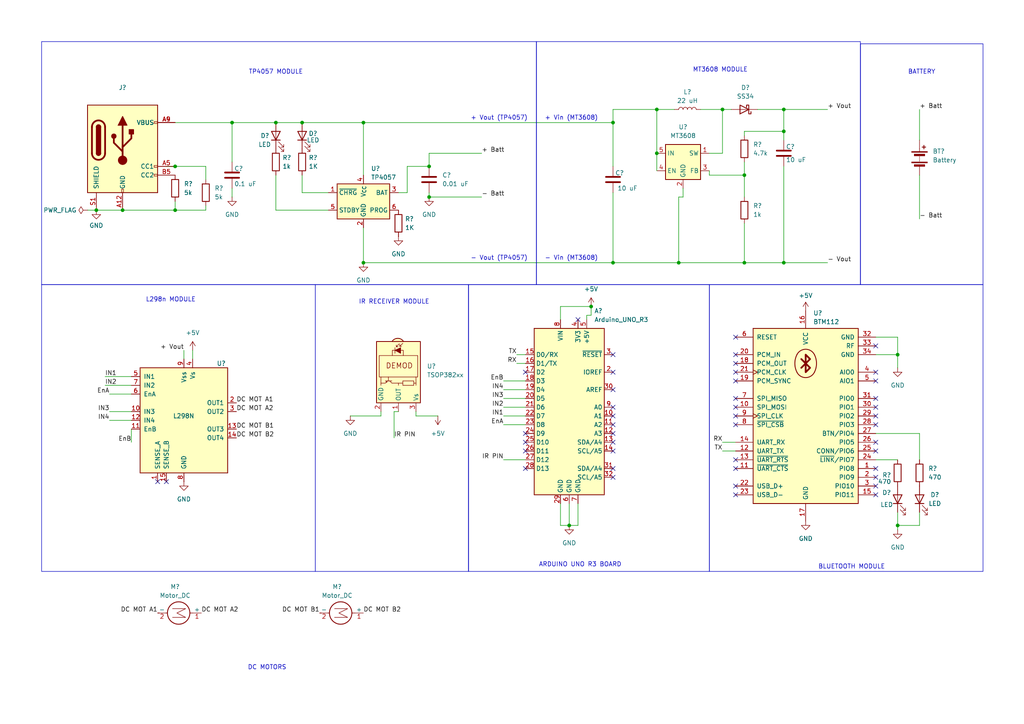
<source format=kicad_sch>
(kicad_sch
	(version 20231120)
	(generator "eeschema")
	(generator_version "8.0")
	(uuid "45f6b1c2-0d52-42ba-a710-7e8aae955897")
	(paper "A4")
	(lib_symbols
		(symbol "Battery_Management:TP4057"
			(exclude_from_sim no)
			(in_bom yes)
			(on_board yes)
			(property "Reference" "U"
				(at -6.35 6.604 0)
				(effects
					(font
						(size 1.27 1.27)
					)
				)
			)
			(property "Value" "TP4057"
				(at 1.524 6.604 0)
				(effects
					(font
						(size 1.27 1.27)
					)
					(justify left)
				)
			)
			(property "Footprint" "Package_TO_SOT_SMD:TSOT-23-5"
				(at 0 -12.7 0)
				(effects
					(font
						(size 1.27 1.27)
					)
					(hide yes)
				)
			)
			(property "Datasheet" "http://toppwr.com/uploadfile/file/20230304/640302a47b738.pdf"
				(at 0 -2.54 0)
				(effects
					(font
						(size 1.27 1.27)
					)
					(hide yes)
				)
			)
			(property "Description" "Constant-current/constant-voltage linear charger for single cell lithium-ion batteries with 2.9V Trickle Charge, 4.5V to 6.5V VDD, -40 to +85 degree Celsius, TSOT-23-5"
				(at 0 0 0)
				(effects
					(font
						(size 1.27 1.27)
					)
					(hide yes)
				)
			)
			(property "ki_keywords" "Constant-current constant-voltage linear charger single-cell lithium-ion battery"
				(at 0 0 0)
				(effects
					(font
						(size 1.27 1.27)
					)
					(hide yes)
				)
			)
			(property "ki_fp_filters" "TSOT?23*"
				(at 0 0 0)
				(effects
					(font
						(size 1.27 1.27)
					)
					(hide yes)
				)
			)
			(symbol "TP4057_0_1"
				(rectangle
					(start -7.62 5.08)
					(end 7.62 -5.08)
					(stroke
						(width 0.254)
						(type default)
					)
					(fill
						(type background)
					)
				)
			)
			(symbol "TP4057_1_1"
				(pin open_collector line
					(at -10.16 2.54 0)
					(length 2.54)
					(name "~{CHRG}"
						(effects
							(font
								(size 1.27 1.27)
							)
						)
					)
					(number "1"
						(effects
							(font
								(size 1.27 1.27)
							)
						)
					)
				)
				(pin power_in line
					(at 0 -7.62 90)
					(length 2.54)
					(name "GND"
						(effects
							(font
								(size 1.27 1.27)
							)
						)
					)
					(number "2"
						(effects
							(font
								(size 1.27 1.27)
							)
						)
					)
				)
				(pin power_out line
					(at 10.16 2.54 180)
					(length 2.54)
					(name "BAT"
						(effects
							(font
								(size 1.27 1.27)
							)
						)
					)
					(number "3"
						(effects
							(font
								(size 1.27 1.27)
							)
						)
					)
				)
				(pin power_in line
					(at 0 7.62 270)
					(length 2.54)
					(name "V_{CC}"
						(effects
							(font
								(size 1.27 1.27)
							)
						)
					)
					(number "4"
						(effects
							(font
								(size 1.27 1.27)
							)
						)
					)
				)
				(pin open_collector line
					(at -10.16 -2.54 0)
					(length 2.54)
					(name "STDBY"
						(effects
							(font
								(size 1.27 1.27)
							)
						)
					)
					(number "5"
						(effects
							(font
								(size 1.27 1.27)
							)
						)
					)
				)
				(pin passive line
					(at 10.16 -2.54 180)
					(length 2.54)
					(name "PROG"
						(effects
							(font
								(size 1.27 1.27)
							)
						)
					)
					(number "6"
						(effects
							(font
								(size 1.27 1.27)
							)
						)
					)
				)
			)
		)
		(symbol "Device:Battery"
			(pin_numbers hide)
			(pin_names
				(offset 0) hide)
			(exclude_from_sim no)
			(in_bom yes)
			(on_board yes)
			(property "Reference" "BT"
				(at 2.54 2.54 0)
				(effects
					(font
						(size 1.27 1.27)
					)
					(justify left)
				)
			)
			(property "Value" "Battery"
				(at 2.54 0 0)
				(effects
					(font
						(size 1.27 1.27)
					)
					(justify left)
				)
			)
			(property "Footprint" ""
				(at 0 1.524 90)
				(effects
					(font
						(size 1.27 1.27)
					)
					(hide yes)
				)
			)
			(property "Datasheet" "~"
				(at 0 1.524 90)
				(effects
					(font
						(size 1.27 1.27)
					)
					(hide yes)
				)
			)
			(property "Description" "Multiple-cell battery"
				(at 0 0 0)
				(effects
					(font
						(size 1.27 1.27)
					)
					(hide yes)
				)
			)
			(property "ki_keywords" "batt voltage-source cell"
				(at 0 0 0)
				(effects
					(font
						(size 1.27 1.27)
					)
					(hide yes)
				)
			)
			(symbol "Battery_0_1"
				(rectangle
					(start -2.286 -1.27)
					(end 2.286 -1.524)
					(stroke
						(width 0)
						(type default)
					)
					(fill
						(type outline)
					)
				)
				(rectangle
					(start -2.286 1.778)
					(end 2.286 1.524)
					(stroke
						(width 0)
						(type default)
					)
					(fill
						(type outline)
					)
				)
				(rectangle
					(start -1.524 -2.032)
					(end 1.524 -2.54)
					(stroke
						(width 0)
						(type default)
					)
					(fill
						(type outline)
					)
				)
				(rectangle
					(start -1.524 1.016)
					(end 1.524 0.508)
					(stroke
						(width 0)
						(type default)
					)
					(fill
						(type outline)
					)
				)
				(polyline
					(pts
						(xy 0 -1.016) (xy 0 -0.762)
					)
					(stroke
						(width 0)
						(type default)
					)
					(fill
						(type none)
					)
				)
				(polyline
					(pts
						(xy 0 -0.508) (xy 0 -0.254)
					)
					(stroke
						(width 0)
						(type default)
					)
					(fill
						(type none)
					)
				)
				(polyline
					(pts
						(xy 0 0) (xy 0 0.254)
					)
					(stroke
						(width 0)
						(type default)
					)
					(fill
						(type none)
					)
				)
				(polyline
					(pts
						(xy 0 1.778) (xy 0 2.54)
					)
					(stroke
						(width 0)
						(type default)
					)
					(fill
						(type none)
					)
				)
				(polyline
					(pts
						(xy 0.762 3.048) (xy 1.778 3.048)
					)
					(stroke
						(width 0.254)
						(type default)
					)
					(fill
						(type none)
					)
				)
				(polyline
					(pts
						(xy 1.27 3.556) (xy 1.27 2.54)
					)
					(stroke
						(width 0.254)
						(type default)
					)
					(fill
						(type none)
					)
				)
			)
			(symbol "Battery_1_1"
				(pin passive line
					(at 0 5.08 270)
					(length 2.54)
					(name "+"
						(effects
							(font
								(size 1.27 1.27)
							)
						)
					)
					(number "1"
						(effects
							(font
								(size 1.27 1.27)
							)
						)
					)
				)
				(pin passive line
					(at 0 -5.08 90)
					(length 2.54)
					(name "-"
						(effects
							(font
								(size 1.27 1.27)
							)
						)
					)
					(number "2"
						(effects
							(font
								(size 1.27 1.27)
							)
						)
					)
				)
			)
		)
		(symbol "Device:C"
			(pin_numbers hide)
			(pin_names
				(offset 0.254)
			)
			(exclude_from_sim no)
			(in_bom yes)
			(on_board yes)
			(property "Reference" "C"
				(at 0.635 2.54 0)
				(effects
					(font
						(size 1.27 1.27)
					)
					(justify left)
				)
			)
			(property "Value" "C"
				(at 0.635 -2.54 0)
				(effects
					(font
						(size 1.27 1.27)
					)
					(justify left)
				)
			)
			(property "Footprint" ""
				(at 0.9652 -3.81 0)
				(effects
					(font
						(size 1.27 1.27)
					)
					(hide yes)
				)
			)
			(property "Datasheet" "~"
				(at 0 0 0)
				(effects
					(font
						(size 1.27 1.27)
					)
					(hide yes)
				)
			)
			(property "Description" "Unpolarized capacitor"
				(at 0 0 0)
				(effects
					(font
						(size 1.27 1.27)
					)
					(hide yes)
				)
			)
			(property "ki_keywords" "cap capacitor"
				(at 0 0 0)
				(effects
					(font
						(size 1.27 1.27)
					)
					(hide yes)
				)
			)
			(property "ki_fp_filters" "C_*"
				(at 0 0 0)
				(effects
					(font
						(size 1.27 1.27)
					)
					(hide yes)
				)
			)
			(symbol "C_0_1"
				(polyline
					(pts
						(xy -2.032 -0.762) (xy 2.032 -0.762)
					)
					(stroke
						(width 0.508)
						(type default)
					)
					(fill
						(type none)
					)
				)
				(polyline
					(pts
						(xy -2.032 0.762) (xy 2.032 0.762)
					)
					(stroke
						(width 0.508)
						(type default)
					)
					(fill
						(type none)
					)
				)
			)
			(symbol "C_1_1"
				(pin passive line
					(at 0 3.81 270)
					(length 2.794)
					(name "~"
						(effects
							(font
								(size 1.27 1.27)
							)
						)
					)
					(number "1"
						(effects
							(font
								(size 1.27 1.27)
							)
						)
					)
				)
				(pin passive line
					(at 0 -3.81 90)
					(length 2.794)
					(name "~"
						(effects
							(font
								(size 1.27 1.27)
							)
						)
					)
					(number "2"
						(effects
							(font
								(size 1.27 1.27)
							)
						)
					)
				)
			)
		)
		(symbol "Device:L"
			(pin_numbers hide)
			(pin_names
				(offset 1.016) hide)
			(exclude_from_sim no)
			(in_bom yes)
			(on_board yes)
			(property "Reference" "L"
				(at -1.27 0 90)
				(effects
					(font
						(size 1.27 1.27)
					)
				)
			)
			(property "Value" "L"
				(at 1.905 0 90)
				(effects
					(font
						(size 1.27 1.27)
					)
				)
			)
			(property "Footprint" ""
				(at 0 0 0)
				(effects
					(font
						(size 1.27 1.27)
					)
					(hide yes)
				)
			)
			(property "Datasheet" "~"
				(at 0 0 0)
				(effects
					(font
						(size 1.27 1.27)
					)
					(hide yes)
				)
			)
			(property "Description" "Inductor"
				(at 0 0 0)
				(effects
					(font
						(size 1.27 1.27)
					)
					(hide yes)
				)
			)
			(property "ki_keywords" "inductor choke coil reactor magnetic"
				(at 0 0 0)
				(effects
					(font
						(size 1.27 1.27)
					)
					(hide yes)
				)
			)
			(property "ki_fp_filters" "Choke_* *Coil* Inductor_* L_*"
				(at 0 0 0)
				(effects
					(font
						(size 1.27 1.27)
					)
					(hide yes)
				)
			)
			(symbol "L_0_1"
				(arc
					(start 0 -2.54)
					(mid 0.6323 -1.905)
					(end 0 -1.27)
					(stroke
						(width 0)
						(type default)
					)
					(fill
						(type none)
					)
				)
				(arc
					(start 0 -1.27)
					(mid 0.6323 -0.635)
					(end 0 0)
					(stroke
						(width 0)
						(type default)
					)
					(fill
						(type none)
					)
				)
				(arc
					(start 0 0)
					(mid 0.6323 0.635)
					(end 0 1.27)
					(stroke
						(width 0)
						(type default)
					)
					(fill
						(type none)
					)
				)
				(arc
					(start 0 1.27)
					(mid 0.6323 1.905)
					(end 0 2.54)
					(stroke
						(width 0)
						(type default)
					)
					(fill
						(type none)
					)
				)
			)
			(symbol "L_1_1"
				(pin passive line
					(at 0 3.81 270)
					(length 1.27)
					(name "1"
						(effects
							(font
								(size 1.27 1.27)
							)
						)
					)
					(number "1"
						(effects
							(font
								(size 1.27 1.27)
							)
						)
					)
				)
				(pin passive line
					(at 0 -3.81 90)
					(length 1.27)
					(name "2"
						(effects
							(font
								(size 1.27 1.27)
							)
						)
					)
					(number "2"
						(effects
							(font
								(size 1.27 1.27)
							)
						)
					)
				)
			)
		)
		(symbol "Device:LED"
			(pin_numbers hide)
			(pin_names
				(offset 1.016) hide)
			(exclude_from_sim no)
			(in_bom yes)
			(on_board yes)
			(property "Reference" "D"
				(at 0 2.54 0)
				(effects
					(font
						(size 1.27 1.27)
					)
				)
			)
			(property "Value" "LED"
				(at 0 -2.54 0)
				(effects
					(font
						(size 1.27 1.27)
					)
				)
			)
			(property "Footprint" ""
				(at 0 0 0)
				(effects
					(font
						(size 1.27 1.27)
					)
					(hide yes)
				)
			)
			(property "Datasheet" "~"
				(at 0 0 0)
				(effects
					(font
						(size 1.27 1.27)
					)
					(hide yes)
				)
			)
			(property "Description" "Light emitting diode"
				(at 0 0 0)
				(effects
					(font
						(size 1.27 1.27)
					)
					(hide yes)
				)
			)
			(property "ki_keywords" "LED diode"
				(at 0 0 0)
				(effects
					(font
						(size 1.27 1.27)
					)
					(hide yes)
				)
			)
			(property "ki_fp_filters" "LED* LED_SMD:* LED_THT:*"
				(at 0 0 0)
				(effects
					(font
						(size 1.27 1.27)
					)
					(hide yes)
				)
			)
			(symbol "LED_0_1"
				(polyline
					(pts
						(xy -1.27 -1.27) (xy -1.27 1.27)
					)
					(stroke
						(width 0.254)
						(type default)
					)
					(fill
						(type none)
					)
				)
				(polyline
					(pts
						(xy -1.27 0) (xy 1.27 0)
					)
					(stroke
						(width 0)
						(type default)
					)
					(fill
						(type none)
					)
				)
				(polyline
					(pts
						(xy 1.27 -1.27) (xy 1.27 1.27) (xy -1.27 0) (xy 1.27 -1.27)
					)
					(stroke
						(width 0.254)
						(type default)
					)
					(fill
						(type none)
					)
				)
				(polyline
					(pts
						(xy -3.048 -0.762) (xy -4.572 -2.286) (xy -3.81 -2.286) (xy -4.572 -2.286) (xy -4.572 -1.524)
					)
					(stroke
						(width 0)
						(type default)
					)
					(fill
						(type none)
					)
				)
				(polyline
					(pts
						(xy -1.778 -0.762) (xy -3.302 -2.286) (xy -2.54 -2.286) (xy -3.302 -2.286) (xy -3.302 -1.524)
					)
					(stroke
						(width 0)
						(type default)
					)
					(fill
						(type none)
					)
				)
			)
			(symbol "LED_1_1"
				(pin passive line
					(at -3.81 0 0)
					(length 2.54)
					(name "K"
						(effects
							(font
								(size 1.27 1.27)
							)
						)
					)
					(number "1"
						(effects
							(font
								(size 1.27 1.27)
							)
						)
					)
				)
				(pin passive line
					(at 3.81 0 180)
					(length 2.54)
					(name "A"
						(effects
							(font
								(size 1.27 1.27)
							)
						)
					)
					(number "2"
						(effects
							(font
								(size 1.27 1.27)
							)
						)
					)
				)
			)
		)
		(symbol "Device:R"
			(pin_numbers hide)
			(pin_names
				(offset 0)
			)
			(exclude_from_sim no)
			(in_bom yes)
			(on_board yes)
			(property "Reference" "R"
				(at 2.032 0 90)
				(effects
					(font
						(size 1.27 1.27)
					)
				)
			)
			(property "Value" "R"
				(at 0 0 90)
				(effects
					(font
						(size 1.27 1.27)
					)
				)
			)
			(property "Footprint" ""
				(at -1.778 0 90)
				(effects
					(font
						(size 1.27 1.27)
					)
					(hide yes)
				)
			)
			(property "Datasheet" "~"
				(at 0 0 0)
				(effects
					(font
						(size 1.27 1.27)
					)
					(hide yes)
				)
			)
			(property "Description" "Resistor"
				(at 0 0 0)
				(effects
					(font
						(size 1.27 1.27)
					)
					(hide yes)
				)
			)
			(property "ki_keywords" "R res resistor"
				(at 0 0 0)
				(effects
					(font
						(size 1.27 1.27)
					)
					(hide yes)
				)
			)
			(property "ki_fp_filters" "R_*"
				(at 0 0 0)
				(effects
					(font
						(size 1.27 1.27)
					)
					(hide yes)
				)
			)
			(symbol "R_0_1"
				(rectangle
					(start -1.016 -2.54)
					(end 1.016 2.54)
					(stroke
						(width 0.254)
						(type default)
					)
					(fill
						(type none)
					)
				)
			)
			(symbol "R_1_1"
				(pin passive line
					(at 0 3.81 270)
					(length 1.27)
					(name "~"
						(effects
							(font
								(size 1.27 1.27)
							)
						)
					)
					(number "1"
						(effects
							(font
								(size 1.27 1.27)
							)
						)
					)
				)
				(pin passive line
					(at 0 -3.81 90)
					(length 1.27)
					(name "~"
						(effects
							(font
								(size 1.27 1.27)
							)
						)
					)
					(number "2"
						(effects
							(font
								(size 1.27 1.27)
							)
						)
					)
				)
			)
		)
		(symbol "Diode:SS34"
			(pin_numbers hide)
			(pin_names
				(offset 1.016) hide)
			(exclude_from_sim no)
			(in_bom yes)
			(on_board yes)
			(property "Reference" "D"
				(at 0 2.54 0)
				(effects
					(font
						(size 1.27 1.27)
					)
				)
			)
			(property "Value" "SS34"
				(at 0 -2.54 0)
				(effects
					(font
						(size 1.27 1.27)
					)
				)
			)
			(property "Footprint" "Diode_SMD:D_SMA"
				(at 0 -4.445 0)
				(effects
					(font
						(size 1.27 1.27)
					)
					(hide yes)
				)
			)
			(property "Datasheet" "https://www.vishay.com/docs/88751/ss32.pdf"
				(at 0 0 0)
				(effects
					(font
						(size 1.27 1.27)
					)
					(hide yes)
				)
			)
			(property "Description" "40V 3A Schottky Diode, SMA"
				(at 0 0 0)
				(effects
					(font
						(size 1.27 1.27)
					)
					(hide yes)
				)
			)
			(property "ki_keywords" "diode Schottky"
				(at 0 0 0)
				(effects
					(font
						(size 1.27 1.27)
					)
					(hide yes)
				)
			)
			(property "ki_fp_filters" "D*SMA*"
				(at 0 0 0)
				(effects
					(font
						(size 1.27 1.27)
					)
					(hide yes)
				)
			)
			(symbol "SS34_0_1"
				(polyline
					(pts
						(xy 1.27 0) (xy -1.27 0)
					)
					(stroke
						(width 0)
						(type default)
					)
					(fill
						(type none)
					)
				)
				(polyline
					(pts
						(xy 1.27 1.27) (xy 1.27 -1.27) (xy -1.27 0) (xy 1.27 1.27)
					)
					(stroke
						(width 0.254)
						(type default)
					)
					(fill
						(type none)
					)
				)
				(polyline
					(pts
						(xy -1.905 0.635) (xy -1.905 1.27) (xy -1.27 1.27) (xy -1.27 -1.27) (xy -0.635 -1.27) (xy -0.635 -0.635)
					)
					(stroke
						(width 0.254)
						(type default)
					)
					(fill
						(type none)
					)
				)
			)
			(symbol "SS34_1_1"
				(pin passive line
					(at -3.81 0 0)
					(length 2.54)
					(name "K"
						(effects
							(font
								(size 1.27 1.27)
							)
						)
					)
					(number "1"
						(effects
							(font
								(size 1.27 1.27)
							)
						)
					)
				)
				(pin passive line
					(at 3.81 0 180)
					(length 2.54)
					(name "A"
						(effects
							(font
								(size 1.27 1.27)
							)
						)
					)
					(number "2"
						(effects
							(font
								(size 1.27 1.27)
							)
						)
					)
				)
			)
		)
		(symbol "Driver_Motor:L298N"
			(pin_names
				(offset 1.016)
			)
			(exclude_from_sim no)
			(in_bom yes)
			(on_board yes)
			(property "Reference" "U2"
				(at 9.525 16.51 0)
				(effects
					(font
						(size 1.27 1.27)
					)
					(justify left)
				)
			)
			(property "Value" "L298N"
				(at -3.175 1.27 0)
				(effects
					(font
						(size 1.27 1.27)
					)
					(justify left)
				)
			)
			(property "Footprint" "Package_TO_SOT_THT:TO-220-15_P2.54x2.54mm_StaggerOdd_Lead4.58mm_Vertical"
				(at 1.27 -16.51 0)
				(effects
					(font
						(size 1.27 1.27)
					)
					(justify left)
					(hide yes)
				)
			)
			(property "Datasheet" "http://www.st.com/st-web-ui/static/active/en/resource/technical/document/datasheet/CD00000240.pdf"
				(at 3.81 6.35 0)
				(effects
					(font
						(size 1.27 1.27)
					)
					(hide yes)
				)
			)
			(property "Description" "Dual full bridge motor driver, up to 46V, 4A, Multiwatt15-V"
				(at 0 0 0)
				(effects
					(font
						(size 1.27 1.27)
					)
					(hide yes)
				)
			)
			(property "ki_keywords" "H-bridge motor driver"
				(at 0 0 0)
				(effects
					(font
						(size 1.27 1.27)
					)
					(hide yes)
				)
			)
			(property "ki_fp_filters" "TO?220*StaggerOdd*Vertical*"
				(at 0 0 0)
				(effects
					(font
						(size 1.27 1.27)
					)
					(hide yes)
				)
			)
			(symbol "L298N_0_1"
				(rectangle
					(start -12.7 15.24)
					(end 12.7 -15.24)
					(stroke
						(width 0.254)
						(type default)
					)
					(fill
						(type background)
					)
				)
			)
			(symbol "L298N_1_1"
				(pin power_in line
					(at -7.62 -17.78 90)
					(length 2.54)
					(name "SENSE_A"
						(effects
							(font
								(size 1.27 1.27)
							)
						)
					)
					(number "1"
						(effects
							(font
								(size 1.27 1.27)
							)
						)
					)
				)
				(pin input line
					(at -15.24 2.54 0)
					(length 2.54)
					(name "IN3"
						(effects
							(font
								(size 1.27 1.27)
							)
						)
					)
					(number "10"
						(effects
							(font
								(size 1.27 1.27)
							)
						)
					)
				)
				(pin input line
					(at -15.24 -2.54 0)
					(length 2.54)
					(name "EnB"
						(effects
							(font
								(size 1.27 1.27)
							)
						)
					)
					(number "11"
						(effects
							(font
								(size 1.27 1.27)
							)
						)
					)
				)
				(pin input line
					(at -15.24 0 0)
					(length 2.54)
					(name "IN4"
						(effects
							(font
								(size 1.27 1.27)
							)
						)
					)
					(number "12"
						(effects
							(font
								(size 1.27 1.27)
							)
						)
					)
				)
				(pin output line
					(at 15.24 -2.54 180)
					(length 2.54)
					(name "OUT3"
						(effects
							(font
								(size 1.27 1.27)
							)
						)
					)
					(number "13"
						(effects
							(font
								(size 1.27 1.27)
							)
						)
					)
				)
				(pin output line
					(at 15.24 -5.08 180)
					(length 2.54)
					(name "OUT4"
						(effects
							(font
								(size 1.27 1.27)
							)
						)
					)
					(number "14"
						(effects
							(font
								(size 1.27 1.27)
							)
						)
					)
				)
				(pin power_in line
					(at -5.08 -17.78 90)
					(length 2.54)
					(name "SENSE_B"
						(effects
							(font
								(size 1.27 1.27)
							)
						)
					)
					(number "15"
						(effects
							(font
								(size 1.27 1.27)
							)
						)
					)
				)
				(pin output line
					(at 15.24 5.08 180)
					(length 2.54)
					(name "OUT1"
						(effects
							(font
								(size 1.27 1.27)
							)
						)
					)
					(number "2"
						(effects
							(font
								(size 1.27 1.27)
							)
						)
					)
				)
				(pin output line
					(at 15.24 2.54 180)
					(length 2.54)
					(name "OUT2"
						(effects
							(font
								(size 1.27 1.27)
							)
						)
					)
					(number "3"
						(effects
							(font
								(size 1.27 1.27)
							)
						)
					)
				)
				(pin power_in line
					(at 2.54 17.78 270)
					(length 2.54)
					(name "Vs"
						(effects
							(font
								(size 1.27 1.27)
							)
						)
					)
					(number "4"
						(effects
							(font
								(size 1.27 1.27)
							)
						)
					)
				)
				(pin input line
					(at -15.24 12.7 0)
					(length 2.54)
					(name "IN1"
						(effects
							(font
								(size 1.27 1.27)
							)
						)
					)
					(number "5"
						(effects
							(font
								(size 1.27 1.27)
							)
						)
					)
				)
				(pin input line
					(at -15.24 7.62 0)
					(length 2.54)
					(name "EnA"
						(effects
							(font
								(size 1.27 1.27)
							)
						)
					)
					(number "6"
						(effects
							(font
								(size 1.27 1.27)
							)
						)
					)
				)
				(pin input line
					(at -15.24 10.16 0)
					(length 2.54)
					(name "IN2"
						(effects
							(font
								(size 1.27 1.27)
							)
						)
					)
					(number "7"
						(effects
							(font
								(size 1.27 1.27)
							)
						)
					)
				)
				(pin power_in line
					(at 0 -17.78 90)
					(length 2.54)
					(name "GND"
						(effects
							(font
								(size 1.27 1.27)
							)
						)
					)
					(number "8"
						(effects
							(font
								(size 1.27 1.27)
							)
						)
					)
				)
				(pin input line
					(at 0 17.78 270)
					(length 2.54)
					(name "Vss"
						(effects
							(font
								(size 1.27 1.27)
							)
						)
					)
					(number "9"
						(effects
							(font
								(size 1.27 1.27)
							)
						)
					)
				)
			)
		)
		(symbol "Interface_Optical:TSOP382xx"
			(exclude_from_sim no)
			(in_bom yes)
			(on_board yes)
			(property "Reference" "U"
				(at -10.16 7.62 0)
				(effects
					(font
						(size 1.27 1.27)
					)
					(justify left)
				)
			)
			(property "Value" "TSOP382xx"
				(at -10.16 -7.62 0)
				(effects
					(font
						(size 1.27 1.27)
					)
					(justify left)
				)
			)
			(property "Footprint" "OptoDevice:Vishay_MINICAST-3Pin"
				(at -1.27 -9.525 0)
				(effects
					(font
						(size 1.27 1.27)
					)
					(hide yes)
				)
			)
			(property "Datasheet" "http://www.vishay.com/docs/82491/tsop382.pdf"
				(at 16.51 7.62 0)
				(effects
					(font
						(size 1.27 1.27)
					)
					(hide yes)
				)
			)
			(property "Description" "Photo Modules for PCM Remote Control Systems"
				(at 0 0 0)
				(effects
					(font
						(size 1.27 1.27)
					)
					(hide yes)
				)
			)
			(property "ki_keywords" "opto IR receiver"
				(at 0 0 0)
				(effects
					(font
						(size 1.27 1.27)
					)
					(hide yes)
				)
			)
			(property "ki_fp_filters" "Vishay*MINICAST*"
				(at 0 0 0)
				(effects
					(font
						(size 1.27 1.27)
					)
					(hide yes)
				)
			)
			(symbol "TSOP382xx_0_0"
				(arc
					(start -10.287 1.397)
					(mid -11.0899 -0.1852)
					(end -10.287 -1.778)
					(stroke
						(width 0.254)
						(type default)
					)
					(fill
						(type background)
					)
				)
				(polyline
					(pts
						(xy 1.905 -5.08) (xy 0.127 -5.08)
					)
					(stroke
						(width 0)
						(type default)
					)
					(fill
						(type none)
					)
				)
				(polyline
					(pts
						(xy 1.905 5.08) (xy 0.127 5.08)
					)
					(stroke
						(width 0)
						(type default)
					)
					(fill
						(type none)
					)
				)
				(text "DEMOD"
					(at -3.175 0.254 900)
					(effects
						(font
							(size 1.524 1.524)
						)
					)
				)
			)
			(symbol "TSOP382xx_0_1"
				(rectangle
					(start -6.096 5.588)
					(end 0.127 -5.588)
					(stroke
						(width 0)
						(type default)
					)
					(fill
						(type none)
					)
				)
				(polyline
					(pts
						(xy -8.763 0.381) (xy -9.652 1.27)
					)
					(stroke
						(width 0)
						(type default)
					)
					(fill
						(type none)
					)
				)
				(polyline
					(pts
						(xy -8.763 0.381) (xy -9.271 0.381)
					)
					(stroke
						(width 0)
						(type default)
					)
					(fill
						(type none)
					)
				)
				(polyline
					(pts
						(xy -8.763 0.381) (xy -8.763 0.889)
					)
					(stroke
						(width 0)
						(type default)
					)
					(fill
						(type none)
					)
				)
				(polyline
					(pts
						(xy -8.636 -0.635) (xy -9.525 0.254)
					)
					(stroke
						(width 0)
						(type default)
					)
					(fill
						(type none)
					)
				)
				(polyline
					(pts
						(xy -8.636 -0.635) (xy -9.144 -0.635)
					)
					(stroke
						(width 0)
						(type default)
					)
					(fill
						(type none)
					)
				)
				(polyline
					(pts
						(xy -8.636 -0.635) (xy -8.636 -0.127)
					)
					(stroke
						(width 0)
						(type default)
					)
					(fill
						(type none)
					)
				)
				(polyline
					(pts
						(xy -8.382 -1.016) (xy -6.731 -1.016)
					)
					(stroke
						(width 0)
						(type default)
					)
					(fill
						(type none)
					)
				)
				(polyline
					(pts
						(xy 1.27 -2.921) (xy 0.127 -2.921)
					)
					(stroke
						(width 0)
						(type default)
					)
					(fill
						(type none)
					)
				)
				(polyline
					(pts
						(xy 1.27 -1.905) (xy 1.27 -3.81)
					)
					(stroke
						(width 0)
						(type default)
					)
					(fill
						(type none)
					)
				)
				(polyline
					(pts
						(xy 1.397 -3.556) (xy 1.524 -3.556)
					)
					(stroke
						(width 0)
						(type default)
					)
					(fill
						(type none)
					)
				)
				(polyline
					(pts
						(xy 1.651 -3.556) (xy 1.524 -3.556)
					)
					(stroke
						(width 0)
						(type default)
					)
					(fill
						(type none)
					)
				)
				(polyline
					(pts
						(xy 1.651 -3.556) (xy 1.651 -3.302)
					)
					(stroke
						(width 0)
						(type default)
					)
					(fill
						(type none)
					)
				)
				(polyline
					(pts
						(xy 1.905 0) (xy 1.905 1.27)
					)
					(stroke
						(width 0)
						(type default)
					)
					(fill
						(type none)
					)
				)
				(polyline
					(pts
						(xy 1.905 4.445) (xy 1.905 5.08) (xy 2.54 5.08)
					)
					(stroke
						(width 0)
						(type default)
					)
					(fill
						(type none)
					)
				)
				(polyline
					(pts
						(xy -8.382 0.635) (xy -6.731 0.635) (xy -7.62 -1.016) (xy -8.382 0.635)
					)
					(stroke
						(width 0)
						(type default)
					)
					(fill
						(type outline)
					)
				)
				(polyline
					(pts
						(xy -6.096 1.397) (xy -7.62 1.397) (xy -7.62 -1.778) (xy -6.096 -1.778)
					)
					(stroke
						(width 0)
						(type default)
					)
					(fill
						(type none)
					)
				)
				(polyline
					(pts
						(xy 1.27 -3.175) (xy 1.905 -3.81) (xy 1.905 -5.08) (xy 2.54 -5.08)
					)
					(stroke
						(width 0)
						(type default)
					)
					(fill
						(type none)
					)
				)
				(polyline
					(pts
						(xy 1.27 -2.54) (xy 1.905 -1.905) (xy 1.905 0) (xy 2.54 0)
					)
					(stroke
						(width 0)
						(type default)
					)
					(fill
						(type none)
					)
				)
				(rectangle
					(start 2.54 1.27)
					(end 1.27 4.445)
					(stroke
						(width 0)
						(type default)
					)
					(fill
						(type none)
					)
				)
				(rectangle
					(start 7.62 6.35)
					(end -10.16 -6.35)
					(stroke
						(width 0.254)
						(type default)
					)
					(fill
						(type background)
					)
				)
			)
			(symbol "TSOP382xx_1_1"
				(pin output line
					(at 10.16 0 180)
					(length 2.54)
					(name "OUT"
						(effects
							(font
								(size 1.27 1.27)
							)
						)
					)
					(number "1"
						(effects
							(font
								(size 1.27 1.27)
							)
						)
					)
				)
				(pin power_in line
					(at 10.16 -5.08 180)
					(length 2.54)
					(name "GND"
						(effects
							(font
								(size 1.27 1.27)
							)
						)
					)
					(number "2"
						(effects
							(font
								(size 1.27 1.27)
							)
						)
					)
				)
				(pin power_in line
					(at 10.16 5.08 180)
					(length 2.54)
					(name "Vs"
						(effects
							(font
								(size 1.27 1.27)
							)
						)
					)
					(number "3"
						(effects
							(font
								(size 1.27 1.27)
							)
						)
					)
				)
			)
		)
		(symbol "MCU_Module:Arduino_UNO_R3"
			(exclude_from_sim no)
			(in_bom yes)
			(on_board yes)
			(property "Reference" "A"
				(at -10.16 23.495 0)
				(effects
					(font
						(size 1.27 1.27)
					)
					(justify left bottom)
				)
			)
			(property "Value" "Arduino_UNO_R3"
				(at 5.08 -26.67 0)
				(effects
					(font
						(size 1.27 1.27)
					)
					(justify left top)
				)
			)
			(property "Footprint" "Module:Arduino_UNO_R3"
				(at 0 0 0)
				(effects
					(font
						(size 1.27 1.27)
						(italic yes)
					)
					(hide yes)
				)
			)
			(property "Datasheet" "https://www.arduino.cc/en/Main/arduinoBoardUno"
				(at 0 0 0)
				(effects
					(font
						(size 1.27 1.27)
					)
					(hide yes)
				)
			)
			(property "Description" "Arduino UNO Microcontroller Module, release 3"
				(at 0 0 0)
				(effects
					(font
						(size 1.27 1.27)
					)
					(hide yes)
				)
			)
			(property "ki_keywords" "Arduino UNO R3 Microcontroller Module Atmel AVR USB"
				(at 0 0 0)
				(effects
					(font
						(size 1.27 1.27)
					)
					(hide yes)
				)
			)
			(property "ki_fp_filters" "Arduino*UNO*R3*"
				(at 0 0 0)
				(effects
					(font
						(size 1.27 1.27)
					)
					(hide yes)
				)
			)
			(symbol "Arduino_UNO_R3_0_1"
				(rectangle
					(start -10.16 22.86)
					(end 10.16 -25.4)
					(stroke
						(width 0.254)
						(type default)
					)
					(fill
						(type background)
					)
				)
			)
			(symbol "Arduino_UNO_R3_1_1"
				(pin no_connect line
					(at -10.16 -20.32 0)
					(length 2.54) hide
					(name "NC"
						(effects
							(font
								(size 1.27 1.27)
							)
						)
					)
					(number "1"
						(effects
							(font
								(size 1.27 1.27)
							)
						)
					)
				)
				(pin bidirectional line
					(at 12.7 -2.54 180)
					(length 2.54)
					(name "A1"
						(effects
							(font
								(size 1.27 1.27)
							)
						)
					)
					(number "10"
						(effects
							(font
								(size 1.27 1.27)
							)
						)
					)
				)
				(pin bidirectional line
					(at 12.7 -5.08 180)
					(length 2.54)
					(name "A2"
						(effects
							(font
								(size 1.27 1.27)
							)
						)
					)
					(number "11"
						(effects
							(font
								(size 1.27 1.27)
							)
						)
					)
				)
				(pin bidirectional line
					(at 12.7 -7.62 180)
					(length 2.54)
					(name "A3"
						(effects
							(font
								(size 1.27 1.27)
							)
						)
					)
					(number "12"
						(effects
							(font
								(size 1.27 1.27)
							)
						)
					)
				)
				(pin bidirectional line
					(at 12.7 -10.16 180)
					(length 2.54)
					(name "SDA/A4"
						(effects
							(font
								(size 1.27 1.27)
							)
						)
					)
					(number "13"
						(effects
							(font
								(size 1.27 1.27)
							)
						)
					)
				)
				(pin bidirectional line
					(at 12.7 -12.7 180)
					(length 2.54)
					(name "SCL/A5"
						(effects
							(font
								(size 1.27 1.27)
							)
						)
					)
					(number "14"
						(effects
							(font
								(size 1.27 1.27)
							)
						)
					)
				)
				(pin bidirectional line
					(at -12.7 15.24 0)
					(length 2.54)
					(name "D0/RX"
						(effects
							(font
								(size 1.27 1.27)
							)
						)
					)
					(number "15"
						(effects
							(font
								(size 1.27 1.27)
							)
						)
					)
				)
				(pin bidirectional line
					(at -12.7 12.7 0)
					(length 2.54)
					(name "D1/TX"
						(effects
							(font
								(size 1.27 1.27)
							)
						)
					)
					(number "16"
						(effects
							(font
								(size 1.27 1.27)
							)
						)
					)
				)
				(pin bidirectional line
					(at -12.7 10.16 0)
					(length 2.54)
					(name "D2"
						(effects
							(font
								(size 1.27 1.27)
							)
						)
					)
					(number "17"
						(effects
							(font
								(size 1.27 1.27)
							)
						)
					)
				)
				(pin bidirectional line
					(at -12.7 7.62 0)
					(length 2.54)
					(name "D3"
						(effects
							(font
								(size 1.27 1.27)
							)
						)
					)
					(number "18"
						(effects
							(font
								(size 1.27 1.27)
							)
						)
					)
				)
				(pin bidirectional line
					(at -12.7 5.08 0)
					(length 2.54)
					(name "D4"
						(effects
							(font
								(size 1.27 1.27)
							)
						)
					)
					(number "19"
						(effects
							(font
								(size 1.27 1.27)
							)
						)
					)
				)
				(pin output line
					(at 12.7 10.16 180)
					(length 2.54)
					(name "IOREF"
						(effects
							(font
								(size 1.27 1.27)
							)
						)
					)
					(number "2"
						(effects
							(font
								(size 1.27 1.27)
							)
						)
					)
				)
				(pin bidirectional line
					(at -12.7 2.54 0)
					(length 2.54)
					(name "D5"
						(effects
							(font
								(size 1.27 1.27)
							)
						)
					)
					(number "20"
						(effects
							(font
								(size 1.27 1.27)
							)
						)
					)
				)
				(pin bidirectional line
					(at -12.7 0 0)
					(length 2.54)
					(name "D6"
						(effects
							(font
								(size 1.27 1.27)
							)
						)
					)
					(number "21"
						(effects
							(font
								(size 1.27 1.27)
							)
						)
					)
				)
				(pin bidirectional line
					(at -12.7 -2.54 0)
					(length 2.54)
					(name "D7"
						(effects
							(font
								(size 1.27 1.27)
							)
						)
					)
					(number "22"
						(effects
							(font
								(size 1.27 1.27)
							)
						)
					)
				)
				(pin bidirectional line
					(at -12.7 -5.08 0)
					(length 2.54)
					(name "D8"
						(effects
							(font
								(size 1.27 1.27)
							)
						)
					)
					(number "23"
						(effects
							(font
								(size 1.27 1.27)
							)
						)
					)
				)
				(pin bidirectional line
					(at -12.7 -7.62 0)
					(length 2.54)
					(name "D9"
						(effects
							(font
								(size 1.27 1.27)
							)
						)
					)
					(number "24"
						(effects
							(font
								(size 1.27 1.27)
							)
						)
					)
				)
				(pin bidirectional line
					(at -12.7 -10.16 0)
					(length 2.54)
					(name "D10"
						(effects
							(font
								(size 1.27 1.27)
							)
						)
					)
					(number "25"
						(effects
							(font
								(size 1.27 1.27)
							)
						)
					)
				)
				(pin bidirectional line
					(at -12.7 -12.7 0)
					(length 2.54)
					(name "D11"
						(effects
							(font
								(size 1.27 1.27)
							)
						)
					)
					(number "26"
						(effects
							(font
								(size 1.27 1.27)
							)
						)
					)
				)
				(pin bidirectional line
					(at -12.7 -15.24 0)
					(length 2.54)
					(name "D12"
						(effects
							(font
								(size 1.27 1.27)
							)
						)
					)
					(number "27"
						(effects
							(font
								(size 1.27 1.27)
							)
						)
					)
				)
				(pin bidirectional line
					(at -12.7 -17.78 0)
					(length 2.54)
					(name "D13"
						(effects
							(font
								(size 1.27 1.27)
							)
						)
					)
					(number "28"
						(effects
							(font
								(size 1.27 1.27)
							)
						)
					)
				)
				(pin power_in line
					(at -2.54 -27.94 90)
					(length 2.54)
					(name "GND"
						(effects
							(font
								(size 1.27 1.27)
							)
						)
					)
					(number "29"
						(effects
							(font
								(size 1.27 1.27)
							)
						)
					)
				)
				(pin input line
					(at 12.7 15.24 180)
					(length 2.54)
					(name "~{RESET}"
						(effects
							(font
								(size 1.27 1.27)
							)
						)
					)
					(number "3"
						(effects
							(font
								(size 1.27 1.27)
							)
						)
					)
				)
				(pin input line
					(at 12.7 5.08 180)
					(length 2.54)
					(name "AREF"
						(effects
							(font
								(size 1.27 1.27)
							)
						)
					)
					(number "30"
						(effects
							(font
								(size 1.27 1.27)
							)
						)
					)
				)
				(pin bidirectional line
					(at 12.7 -17.78 180)
					(length 2.54)
					(name "SDA/A4"
						(effects
							(font
								(size 1.27 1.27)
							)
						)
					)
					(number "31"
						(effects
							(font
								(size 1.27 1.27)
							)
						)
					)
				)
				(pin bidirectional line
					(at 12.7 -20.32 180)
					(length 2.54)
					(name "SCL/A5"
						(effects
							(font
								(size 1.27 1.27)
							)
						)
					)
					(number "32"
						(effects
							(font
								(size 1.27 1.27)
							)
						)
					)
				)
				(pin power_out line
					(at 2.54 25.4 270)
					(length 2.54)
					(name "3V3"
						(effects
							(font
								(size 1.27 1.27)
							)
						)
					)
					(number "4"
						(effects
							(font
								(size 1.27 1.27)
							)
						)
					)
				)
				(pin power_out line
					(at 5.08 25.4 270)
					(length 2.54)
					(name "+5V"
						(effects
							(font
								(size 1.27 1.27)
							)
						)
					)
					(number "5"
						(effects
							(font
								(size 1.27 1.27)
							)
						)
					)
				)
				(pin power_in line
					(at 0 -27.94 90)
					(length 2.54)
					(name "GND"
						(effects
							(font
								(size 1.27 1.27)
							)
						)
					)
					(number "6"
						(effects
							(font
								(size 1.27 1.27)
							)
						)
					)
				)
				(pin power_in line
					(at 2.54 -27.94 90)
					(length 2.54)
					(name "GND"
						(effects
							(font
								(size 1.27 1.27)
							)
						)
					)
					(number "7"
						(effects
							(font
								(size 1.27 1.27)
							)
						)
					)
				)
				(pin power_in line
					(at -2.54 25.4 270)
					(length 2.54)
					(name "VIN"
						(effects
							(font
								(size 1.27 1.27)
							)
						)
					)
					(number "8"
						(effects
							(font
								(size 1.27 1.27)
							)
						)
					)
				)
				(pin bidirectional line
					(at 12.7 0 180)
					(length 2.54)
					(name "A0"
						(effects
							(font
								(size 1.27 1.27)
							)
						)
					)
					(number "9"
						(effects
							(font
								(size 1.27 1.27)
							)
						)
					)
				)
			)
		)
		(symbol "Motor:Motor_DC"
			(pin_names
				(offset 0)
			)
			(exclude_from_sim no)
			(in_bom yes)
			(on_board yes)
			(property "Reference" "M"
				(at 2.54 2.54 0)
				(effects
					(font
						(size 1.27 1.27)
					)
					(justify left)
				)
			)
			(property "Value" "Motor_DC"
				(at 2.54 -5.08 0)
				(effects
					(font
						(size 1.27 1.27)
					)
					(justify left top)
				)
			)
			(property "Footprint" ""
				(at 0 -2.286 0)
				(effects
					(font
						(size 1.27 1.27)
					)
					(hide yes)
				)
			)
			(property "Datasheet" "~"
				(at 0 -2.286 0)
				(effects
					(font
						(size 1.27 1.27)
					)
					(hide yes)
				)
			)
			(property "Description" "DC Motor"
				(at 0 0 0)
				(effects
					(font
						(size 1.27 1.27)
					)
					(hide yes)
				)
			)
			(property "ki_keywords" "DC Motor"
				(at 0 0 0)
				(effects
					(font
						(size 1.27 1.27)
					)
					(hide yes)
				)
			)
			(property "ki_fp_filters" "PinHeader*P2.54mm* TerminalBlock*"
				(at 0 0 0)
				(effects
					(font
						(size 1.27 1.27)
					)
					(hide yes)
				)
			)
			(symbol "Motor_DC_0_0"
				(polyline
					(pts
						(xy -1.27 -3.302) (xy -1.27 0.508) (xy 0 -2.032) (xy 1.27 0.508) (xy 1.27 -3.302)
					)
					(stroke
						(width 0)
						(type default)
					)
					(fill
						(type none)
					)
				)
			)
			(symbol "Motor_DC_0_1"
				(circle
					(center 0 -1.524)
					(radius 3.2512)
					(stroke
						(width 0.254)
						(type default)
					)
					(fill
						(type none)
					)
				)
				(polyline
					(pts
						(xy 0 -7.62) (xy 0 -7.112)
					)
					(stroke
						(width 0)
						(type default)
					)
					(fill
						(type none)
					)
				)
				(polyline
					(pts
						(xy 0 -4.7752) (xy 0 -5.1816)
					)
					(stroke
						(width 0)
						(type default)
					)
					(fill
						(type none)
					)
				)
				(polyline
					(pts
						(xy 0 1.7272) (xy 0 2.0828)
					)
					(stroke
						(width 0)
						(type default)
					)
					(fill
						(type none)
					)
				)
				(polyline
					(pts
						(xy 0 2.032) (xy 0 2.54)
					)
					(stroke
						(width 0)
						(type default)
					)
					(fill
						(type none)
					)
				)
			)
			(symbol "Motor_DC_1_1"
				(pin passive line
					(at 0 5.08 270)
					(length 2.54)
					(name "+"
						(effects
							(font
								(size 1.27 1.27)
							)
						)
					)
					(number "1"
						(effects
							(font
								(size 1.27 1.27)
							)
						)
					)
				)
				(pin passive line
					(at 0 -7.62 90)
					(length 2.54)
					(name "-"
						(effects
							(font
								(size 1.27 1.27)
							)
						)
					)
					(number "2"
						(effects
							(font
								(size 1.27 1.27)
							)
						)
					)
				)
			)
		)
		(symbol "RF_Bluetooth:BTM112"
			(pin_names
				(offset 1.016)
			)
			(exclude_from_sim no)
			(in_bom yes)
			(on_board yes)
			(property "Reference" "U"
				(at -15.24 29.21 0)
				(effects
					(font
						(size 1.27 1.27)
					)
					(justify left)
				)
			)
			(property "Value" "BTM112"
				(at -15.24 26.67 0)
				(effects
					(font
						(size 1.27 1.27)
					)
					(justify left)
				)
			)
			(property "Footprint" ""
				(at 0 0 0)
				(effects
					(font
						(size 1.27 1.27)
					)
					(hide yes)
				)
			)
			(property "Datasheet" "https://www.sparkfun.com/datasheets/Wireless/Bluetooth/BTM112_wATcommands.pdf"
				(at 0 0 0)
				(effects
					(font
						(size 1.27 1.27)
					)
					(hide yes)
				)
			)
			(property "Description" "Bluetooth SPP Module, UART, Class 2"
				(at 0 0 0)
				(effects
					(font
						(size 1.27 1.27)
					)
					(hide yes)
				)
			)
			(property "ki_keywords" "Bluetooth BT SPP Module"
				(at 0 0 0)
				(effects
					(font
						(size 1.27 1.27)
					)
					(hide yes)
				)
			)
			(symbol "BTM112_0_1"
				(rectangle
					(start -15.24 25.4)
					(end 15.24 -25.4)
					(stroke
						(width 0.254)
						(type default)
					)
					(fill
						(type background)
					)
				)
				(arc
					(start -2.54 12.7)
					(mid 0 11.1302)
					(end 2.54 12.7)
					(stroke
						(width 0.254)
						(type default)
					)
					(fill
						(type background)
					)
				)
				(arc
					(start -2.54 17.78)
					(mid -3.1396 15.24)
					(end -2.54 12.7)
					(stroke
						(width 0.254)
						(type default)
					)
					(fill
						(type background)
					)
				)
				(polyline
					(pts
						(xy 0 15.24) (xy -1.27 13.97)
					)
					(stroke
						(width 0.508)
						(type default)
					)
					(fill
						(type none)
					)
				)
				(polyline
					(pts
						(xy 0 15.24) (xy -1.27 16.51)
					)
					(stroke
						(width 0.508)
						(type default)
					)
					(fill
						(type none)
					)
				)
				(polyline
					(pts
						(xy 0 17.78) (xy 1.27 16.51) (xy 0 15.24) (xy 1.27 13.97) (xy 0 12.7) (xy 0 17.78)
					)
					(stroke
						(width 0.508)
						(type default)
					)
					(fill
						(type none)
					)
				)
				(arc
					(start 2.54 12.7)
					(mid 3.1396 15.24)
					(end 2.54 17.78)
					(stroke
						(width 0.254)
						(type default)
					)
					(fill
						(type background)
					)
				)
				(arc
					(start 2.54 17.78)
					(mid 0 19.3498)
					(end -2.54 17.78)
					(stroke
						(width 0.254)
						(type default)
					)
					(fill
						(type background)
					)
				)
			)
			(symbol "BTM112_1_1"
				(pin bidirectional line
					(at 20.32 -15.24 180)
					(length 5.08)
					(name "PIO8"
						(effects
							(font
								(size 1.27 1.27)
							)
						)
					)
					(number "1"
						(effects
							(font
								(size 1.27 1.27)
							)
						)
					)
				)
				(pin input line
					(at -20.32 2.54 0)
					(length 5.08)
					(name "SPI_MOSI"
						(effects
							(font
								(size 1.27 1.27)
							)
						)
					)
					(number "10"
						(effects
							(font
								(size 1.27 1.27)
							)
						)
					)
				)
				(pin input line
					(at -20.32 -15.24 0)
					(length 5.08)
					(name "~{UART_CTS}"
						(effects
							(font
								(size 1.27 1.27)
							)
						)
					)
					(number "11"
						(effects
							(font
								(size 1.27 1.27)
							)
						)
					)
				)
				(pin output line
					(at -20.32 -10.16 0)
					(length 5.08)
					(name "UART_TX"
						(effects
							(font
								(size 1.27 1.27)
							)
						)
					)
					(number "12"
						(effects
							(font
								(size 1.27 1.27)
							)
						)
					)
				)
				(pin output line
					(at -20.32 -12.7 0)
					(length 5.08)
					(name "~{UART_RTS}"
						(effects
							(font
								(size 1.27 1.27)
							)
						)
					)
					(number "13"
						(effects
							(font
								(size 1.27 1.27)
							)
						)
					)
				)
				(pin input line
					(at -20.32 -7.62 0)
					(length 5.08)
					(name "UART_RX"
						(effects
							(font
								(size 1.27 1.27)
							)
						)
					)
					(number "14"
						(effects
							(font
								(size 1.27 1.27)
							)
						)
					)
				)
				(pin bidirectional line
					(at 20.32 -22.86 180)
					(length 5.08)
					(name "PIO11"
						(effects
							(font
								(size 1.27 1.27)
							)
						)
					)
					(number "15"
						(effects
							(font
								(size 1.27 1.27)
							)
						)
					)
				)
				(pin power_in line
					(at 0 30.48 270)
					(length 5.08)
					(name "VCC"
						(effects
							(font
								(size 1.27 1.27)
							)
						)
					)
					(number "16"
						(effects
							(font
								(size 1.27 1.27)
							)
						)
					)
				)
				(pin power_in line
					(at 0 -30.48 90)
					(length 5.08)
					(name "GND"
						(effects
							(font
								(size 1.27 1.27)
							)
						)
					)
					(number "17"
						(effects
							(font
								(size 1.27 1.27)
							)
						)
					)
				)
				(pin output line
					(at -20.32 15.24 0)
					(length 5.08)
					(name "PCM_OUT"
						(effects
							(font
								(size 1.27 1.27)
							)
						)
					)
					(number "18"
						(effects
							(font
								(size 1.27 1.27)
							)
						)
					)
				)
				(pin bidirectional line
					(at -20.32 10.16 0)
					(length 5.08)
					(name "PCM_SYNC"
						(effects
							(font
								(size 1.27 1.27)
							)
						)
					)
					(number "19"
						(effects
							(font
								(size 1.27 1.27)
							)
						)
					)
				)
				(pin bidirectional line
					(at 20.32 -17.78 180)
					(length 5.08)
					(name "PIO9"
						(effects
							(font
								(size 1.27 1.27)
							)
						)
					)
					(number "2"
						(effects
							(font
								(size 1.27 1.27)
							)
						)
					)
				)
				(pin input line
					(at -20.32 17.78 0)
					(length 5.08)
					(name "PCM_IN"
						(effects
							(font
								(size 1.27 1.27)
							)
						)
					)
					(number "20"
						(effects
							(font
								(size 1.27 1.27)
							)
						)
					)
				)
				(pin bidirectional clock
					(at -20.32 12.7 0)
					(length 5.08)
					(name "PCM_CLK"
						(effects
							(font
								(size 1.27 1.27)
							)
						)
					)
					(number "21"
						(effects
							(font
								(size 1.27 1.27)
							)
						)
					)
				)
				(pin bidirectional line
					(at -20.32 -20.32 0)
					(length 5.08)
					(name "USB_D+"
						(effects
							(font
								(size 1.27 1.27)
							)
						)
					)
					(number "22"
						(effects
							(font
								(size 1.27 1.27)
							)
						)
					)
				)
				(pin bidirectional line
					(at -20.32 -22.86 0)
					(length 5.08)
					(name "USB_D-"
						(effects
							(font
								(size 1.27 1.27)
							)
						)
					)
					(number "23"
						(effects
							(font
								(size 1.27 1.27)
							)
						)
					)
				)
				(pin bidirectional line
					(at 20.32 -12.7 180)
					(length 5.08)
					(name "~{LINK}/PIO7"
						(effects
							(font
								(size 1.27 1.27)
							)
						)
					)
					(number "24"
						(effects
							(font
								(size 1.27 1.27)
							)
						)
					)
				)
				(pin bidirectional line
					(at 20.32 -10.16 180)
					(length 5.08)
					(name "CONN/PIO6"
						(effects
							(font
								(size 1.27 1.27)
							)
						)
					)
					(number "25"
						(effects
							(font
								(size 1.27 1.27)
							)
						)
					)
				)
				(pin bidirectional line
					(at 20.32 -7.62 180)
					(length 5.08)
					(name "PIO5"
						(effects
							(font
								(size 1.27 1.27)
							)
						)
					)
					(number "26"
						(effects
							(font
								(size 1.27 1.27)
							)
						)
					)
				)
				(pin bidirectional line
					(at 20.32 -5.08 180)
					(length 5.08)
					(name "BTN/PIO4"
						(effects
							(font
								(size 1.27 1.27)
							)
						)
					)
					(number "27"
						(effects
							(font
								(size 1.27 1.27)
							)
						)
					)
				)
				(pin bidirectional line
					(at 20.32 -2.54 180)
					(length 5.08)
					(name "PIO3"
						(effects
							(font
								(size 1.27 1.27)
							)
						)
					)
					(number "28"
						(effects
							(font
								(size 1.27 1.27)
							)
						)
					)
				)
				(pin bidirectional line
					(at 20.32 0 180)
					(length 5.08)
					(name "PIO2"
						(effects
							(font
								(size 1.27 1.27)
							)
						)
					)
					(number "29"
						(effects
							(font
								(size 1.27 1.27)
							)
						)
					)
				)
				(pin bidirectional line
					(at 20.32 -20.32 180)
					(length 5.08)
					(name "PIO10"
						(effects
							(font
								(size 1.27 1.27)
							)
						)
					)
					(number "3"
						(effects
							(font
								(size 1.27 1.27)
							)
						)
					)
				)
				(pin bidirectional line
					(at 20.32 2.54 180)
					(length 5.08)
					(name "PIO1"
						(effects
							(font
								(size 1.27 1.27)
							)
						)
					)
					(number "30"
						(effects
							(font
								(size 1.27 1.27)
							)
						)
					)
				)
				(pin bidirectional line
					(at 20.32 5.08 180)
					(length 5.08)
					(name "PIO0"
						(effects
							(font
								(size 1.27 1.27)
							)
						)
					)
					(number "31"
						(effects
							(font
								(size 1.27 1.27)
							)
						)
					)
				)
				(pin power_in line
					(at 20.32 22.86 180)
					(length 5.08)
					(name "GND"
						(effects
							(font
								(size 1.27 1.27)
							)
						)
					)
					(number "32"
						(effects
							(font
								(size 1.27 1.27)
							)
						)
					)
				)
				(pin passive line
					(at 20.32 20.32 180)
					(length 5.08)
					(name "RF"
						(effects
							(font
								(size 1.27 1.27)
							)
						)
					)
					(number "33"
						(effects
							(font
								(size 1.27 1.27)
							)
						)
					)
				)
				(pin power_in line
					(at 20.32 17.78 180)
					(length 5.08)
					(name "GND"
						(effects
							(font
								(size 1.27 1.27)
							)
						)
					)
					(number "34"
						(effects
							(font
								(size 1.27 1.27)
							)
						)
					)
				)
				(pin passive line
					(at 20.32 12.7 180)
					(length 5.08)
					(name "AIO0"
						(effects
							(font
								(size 1.27 1.27)
							)
						)
					)
					(number "4"
						(effects
							(font
								(size 1.27 1.27)
							)
						)
					)
				)
				(pin passive line
					(at 20.32 10.16 180)
					(length 5.08)
					(name "AIO1"
						(effects
							(font
								(size 1.27 1.27)
							)
						)
					)
					(number "5"
						(effects
							(font
								(size 1.27 1.27)
							)
						)
					)
				)
				(pin input line
					(at -20.32 22.86 0)
					(length 5.08)
					(name "RESET"
						(effects
							(font
								(size 1.27 1.27)
							)
						)
					)
					(number "6"
						(effects
							(font
								(size 1.27 1.27)
							)
						)
					)
				)
				(pin output line
					(at -20.32 5.08 0)
					(length 5.08)
					(name "SPI_MISO"
						(effects
							(font
								(size 1.27 1.27)
							)
						)
					)
					(number "7"
						(effects
							(font
								(size 1.27 1.27)
							)
						)
					)
				)
				(pin input line
					(at -20.32 -2.54 0)
					(length 5.08)
					(name "~{SPI_CSB}"
						(effects
							(font
								(size 1.27 1.27)
							)
						)
					)
					(number "8"
						(effects
							(font
								(size 1.27 1.27)
							)
						)
					)
				)
				(pin input clock
					(at -20.32 0 0)
					(length 5.08)
					(name "SPI_CLK"
						(effects
							(font
								(size 1.27 1.27)
							)
						)
					)
					(number "9"
						(effects
							(font
								(size 1.27 1.27)
							)
						)
					)
				)
			)
		)
		(symbol "Regulator_Switching:MT3608"
			(exclude_from_sim no)
			(in_bom yes)
			(on_board yes)
			(property "Reference" "U"
				(at -2.54 8.89 0)
				(effects
					(font
						(size 1.27 1.27)
					)
					(justify left)
				)
			)
			(property "Value" "MT3608"
				(at -3.81 6.35 0)
				(effects
					(font
						(size 1.27 1.27)
					)
					(justify left)
				)
			)
			(property "Footprint" "Package_TO_SOT_SMD:SOT-23-6"
				(at 1.27 -6.35 0)
				(effects
					(font
						(size 1.27 1.27)
						(italic yes)
					)
					(justify left)
					(hide yes)
				)
			)
			(property "Datasheet" "https://www.olimex.com/Products/Breadboarding/BB-PWR-3608/resources/MT3608.pdf"
				(at -6.35 11.43 0)
				(effects
					(font
						(size 1.27 1.27)
					)
					(hide yes)
				)
			)
			(property "Description" "High Efficiency 1.2MHz 2A Step Up Converter, 2-24V Vin, 28V Vout, 4A current limit, 1.2MHz, SOT23-6"
				(at 0 0 0)
				(effects
					(font
						(size 1.27 1.27)
					)
					(hide yes)
				)
			)
			(property "ki_keywords" "Step-Up Boost DC-DC Regulator Adjustable"
				(at 0 0 0)
				(effects
					(font
						(size 1.27 1.27)
					)
					(hide yes)
				)
			)
			(property "ki_fp_filters" "SOT*23*"
				(at 0 0 0)
				(effects
					(font
						(size 1.27 1.27)
					)
					(hide yes)
				)
			)
			(symbol "MT3608_0_1"
				(rectangle
					(start -5.08 5.08)
					(end 5.08 -5.08)
					(stroke
						(width 0.254)
						(type default)
					)
					(fill
						(type background)
					)
				)
			)
			(symbol "MT3608_1_1"
				(pin passive line
					(at 7.62 2.54 180)
					(length 2.54)
					(name "SW"
						(effects
							(font
								(size 1.27 1.27)
							)
						)
					)
					(number "1"
						(effects
							(font
								(size 1.27 1.27)
							)
						)
					)
				)
				(pin power_in line
					(at 0 -7.62 90)
					(length 2.54)
					(name "GND"
						(effects
							(font
								(size 1.27 1.27)
							)
						)
					)
					(number "2"
						(effects
							(font
								(size 1.27 1.27)
							)
						)
					)
				)
				(pin input line
					(at 7.62 -2.54 180)
					(length 2.54)
					(name "FB"
						(effects
							(font
								(size 1.27 1.27)
							)
						)
					)
					(number "3"
						(effects
							(font
								(size 1.27 1.27)
							)
						)
					)
				)
				(pin input line
					(at -7.62 -2.54 0)
					(length 2.54)
					(name "EN"
						(effects
							(font
								(size 1.27 1.27)
							)
						)
					)
					(number "4"
						(effects
							(font
								(size 1.27 1.27)
							)
						)
					)
				)
				(pin power_in line
					(at -7.62 2.54 0)
					(length 2.54)
					(name "IN"
						(effects
							(font
								(size 1.27 1.27)
							)
						)
					)
					(number "5"
						(effects
							(font
								(size 1.27 1.27)
							)
						)
					)
				)
				(pin no_connect line
					(at 5.08 0 180)
					(length 2.54) hide
					(name "NC"
						(effects
							(font
								(size 1.27 1.27)
							)
						)
					)
					(number "6"
						(effects
							(font
								(size 1.27 1.27)
							)
						)
					)
				)
			)
		)
		(symbol "USB_C_Receptacle_PowerOnly_24P_1"
			(pin_names
				(offset 1.016)
			)
			(exclude_from_sim no)
			(in_bom yes)
			(on_board yes)
			(property "Reference" "J2"
				(at 0 17.78 0)
				(effects
					(font
						(size 1.27 1.27)
					)
				)
			)
			(property "Value" "USB_C_Receptacle_PowerOnly_24P"
				(at 0 15.24 0)
				(effects
					(font
						(size 1.27 1.27)
					)
					(hide yes)
				)
			)
			(property "Footprint" ""
				(at 3.81 2.54 0)
				(effects
					(font
						(size 1.27 1.27)
					)
					(hide yes)
				)
			)
			(property "Datasheet" "https://www.usb.org/sites/default/files/documents/usb_type-c.zip"
				(at 0 0 0)
				(effects
					(font
						(size 1.27 1.27)
					)
					(hide yes)
				)
			)
			(property "Description" "USB Power-Only 24P Type-C Receptacle connector"
				(at 0 0 0)
				(effects
					(font
						(size 1.27 1.27)
					)
					(hide yes)
				)
			)
			(property "ki_keywords" "usb universal serial bus type-C power-only charging-only 24P 24C"
				(at 0 0 0)
				(effects
					(font
						(size 1.27 1.27)
					)
					(hide yes)
				)
			)
			(property "ki_fp_filters" "USB*C*Receptacle*"
				(at 0 0 0)
				(effects
					(font
						(size 1.27 1.27)
					)
					(hide yes)
				)
			)
			(symbol "USB_C_Receptacle_PowerOnly_24P_1_0_0"
				(rectangle
					(start -0.254 -12.7)
					(end 0.254 -11.684)
					(stroke
						(width 0)
						(type default)
					)
					(fill
						(type none)
					)
				)
				(rectangle
					(start 10.16 -7.366)
					(end 9.144 -7.874)
					(stroke
						(width 0)
						(type default)
					)
					(fill
						(type none)
					)
				)
				(rectangle
					(start 10.16 -4.826)
					(end 9.144 -5.334)
					(stroke
						(width 0)
						(type default)
					)
					(fill
						(type none)
					)
				)
				(rectangle
					(start 10.16 7.874)
					(end 9.144 7.366)
					(stroke
						(width 0)
						(type default)
					)
					(fill
						(type none)
					)
				)
			)
			(symbol "USB_C_Receptacle_PowerOnly_24P_1_0_1"
				(rectangle
					(start -10.16 12.7)
					(end 10.16 -12.7)
					(stroke
						(width 0.254)
						(type default)
					)
					(fill
						(type background)
					)
				)
				(arc
					(start -8.89 -1.27)
					(mid -6.985 -3.1667)
					(end -5.08 -1.27)
					(stroke
						(width 0.508)
						(type default)
					)
					(fill
						(type none)
					)
				)
				(arc
					(start -7.62 -1.27)
					(mid -6.985 -1.9023)
					(end -6.35 -1.27)
					(stroke
						(width 0.254)
						(type default)
					)
					(fill
						(type none)
					)
				)
				(arc
					(start -7.62 -1.27)
					(mid -6.985 -1.9023)
					(end -6.35 -1.27)
					(stroke
						(width 0.254)
						(type default)
					)
					(fill
						(type outline)
					)
				)
				(rectangle
					(start -7.62 -1.27)
					(end -6.35 6.35)
					(stroke
						(width 0.254)
						(type default)
					)
					(fill
						(type outline)
					)
				)
				(arc
					(start -6.35 6.35)
					(mid -6.985 6.9823)
					(end -7.62 6.35)
					(stroke
						(width 0.254)
						(type default)
					)
					(fill
						(type none)
					)
				)
				(arc
					(start -6.35 6.35)
					(mid -6.985 6.9823)
					(end -7.62 6.35)
					(stroke
						(width 0.254)
						(type default)
					)
					(fill
						(type outline)
					)
				)
				(arc
					(start -5.08 6.35)
					(mid -6.985 8.2467)
					(end -8.89 6.35)
					(stroke
						(width 0.508)
						(type default)
					)
					(fill
						(type none)
					)
				)
				(circle
					(center -2.54 3.683)
					(radius 0.635)
					(stroke
						(width 0.254)
						(type default)
					)
					(fill
						(type outline)
					)
				)
				(circle
					(center 0 -3.302)
					(radius 1.27)
					(stroke
						(width 0)
						(type default)
					)
					(fill
						(type outline)
					)
				)
				(polyline
					(pts
						(xy -8.89 -1.27) (xy -8.89 6.35)
					)
					(stroke
						(width 0.508)
						(type default)
					)
					(fill
						(type none)
					)
				)
				(polyline
					(pts
						(xy -5.08 6.35) (xy -5.08 -1.27)
					)
					(stroke
						(width 0.508)
						(type default)
					)
					(fill
						(type none)
					)
				)
				(polyline
					(pts
						(xy 0 -3.302) (xy 0 6.858)
					)
					(stroke
						(width 0.508)
						(type default)
					)
					(fill
						(type none)
					)
				)
				(polyline
					(pts
						(xy 0 -0.762) (xy -2.54 1.778) (xy -2.54 3.048)
					)
					(stroke
						(width 0.508)
						(type default)
					)
					(fill
						(type none)
					)
				)
				(polyline
					(pts
						(xy 0 0.508) (xy 2.54 3.048) (xy 2.54 4.318)
					)
					(stroke
						(width 0.508)
						(type default)
					)
					(fill
						(type none)
					)
				)
				(polyline
					(pts
						(xy -1.27 6.858) (xy 0 9.398) (xy 1.27 6.858) (xy -1.27 6.858)
					)
					(stroke
						(width 0.254)
						(type default)
					)
					(fill
						(type outline)
					)
				)
				(rectangle
					(start 1.905 4.318)
					(end 3.175 5.588)
					(stroke
						(width 0.254)
						(type default)
					)
					(fill
						(type outline)
					)
				)
			)
			(symbol "USB_C_Receptacle_PowerOnly_24P_1_1_1"
				(pin passive line
					(at 0 -17.78 90)
					(length 5.08) hide
					(name "GND"
						(effects
							(font
								(size 1.27 1.27)
							)
						)
					)
					(number "A1"
						(effects
							(font
								(size 1.27 1.27)
							)
						)
					)
				)
				(pin power_in line
					(at 0 -17.78 90)
					(length 5.08)
					(name "GND"
						(effects
							(font
								(size 1.27 1.27)
							)
						)
					)
					(number "A12"
						(effects
							(font
								(size 1.27 1.27)
							)
						)
					)
				)
				(pin passive line
					(at 15.24 7.62 180)
					(length 5.08)
					(name "VBUS"
						(effects
							(font
								(size 1.27 1.27)
							)
						)
					)
					(number "A4"
						(effects
							(font
								(size 1.27 1.27)
							)
						)
					)
				)
				(pin bidirectional line
					(at 15.24 -5.08 180)
					(length 5.08)
					(name "CC1"
						(effects
							(font
								(size 1.27 1.27)
							)
						)
					)
					(number "A5"
						(effects
							(font
								(size 1.27 1.27)
							)
						)
					)
				)
				(pin power_out line
					(at 15.24 7.62 180)
					(length 5.08)
					(name "VBUS"
						(effects
							(font
								(size 1.27 1.27)
							)
						)
					)
					(number "A9"
						(effects
							(font
								(size 1.27 1.27)
							)
						)
					)
				)
				(pin passive line
					(at 0 -17.78 90)
					(length 5.08) hide
					(name "GND"
						(effects
							(font
								(size 1.27 1.27)
							)
						)
					)
					(number "B1"
						(effects
							(font
								(size 1.27 1.27)
							)
						)
					)
				)
				(pin passive line
					(at 0 -17.78 90)
					(length 5.08) hide
					(name "GND"
						(effects
							(font
								(size 1.27 1.27)
							)
						)
					)
					(number "B12"
						(effects
							(font
								(size 1.27 1.27)
							)
						)
					)
				)
				(pin passive line
					(at 15.24 7.62 180)
					(length 5.08) hide
					(name "VBUS"
						(effects
							(font
								(size 1.27 1.27)
							)
						)
					)
					(number "B4"
						(effects
							(font
								(size 1.27 1.27)
							)
						)
					)
				)
				(pin bidirectional line
					(at 15.24 -7.62 180)
					(length 5.08)
					(name "CC2"
						(effects
							(font
								(size 1.27 1.27)
							)
						)
					)
					(number "B5"
						(effects
							(font
								(size 1.27 1.27)
							)
						)
					)
				)
				(pin passive line
					(at 15.24 7.62 180)
					(length 5.08) hide
					(name "VBUS"
						(effects
							(font
								(size 1.27 1.27)
							)
						)
					)
					(number "B9"
						(effects
							(font
								(size 1.27 1.27)
							)
						)
					)
				)
				(pin passive line
					(at -7.62 -17.78 90)
					(length 5.08)
					(name "SHIELD"
						(effects
							(font
								(size 1.27 1.27)
							)
						)
					)
					(number "S1"
						(effects
							(font
								(size 1.27 1.27)
							)
						)
					)
				)
			)
		)
		(symbol "power:+5V"
			(power)
			(pin_numbers hide)
			(pin_names
				(offset 0) hide)
			(exclude_from_sim no)
			(in_bom yes)
			(on_board yes)
			(property "Reference" "#PWR"
				(at 0 -3.81 0)
				(effects
					(font
						(size 1.27 1.27)
					)
					(hide yes)
				)
			)
			(property "Value" "+5V"
				(at 0 3.556 0)
				(effects
					(font
						(size 1.27 1.27)
					)
				)
			)
			(property "Footprint" ""
				(at 0 0 0)
				(effects
					(font
						(size 1.27 1.27)
					)
					(hide yes)
				)
			)
			(property "Datasheet" ""
				(at 0 0 0)
				(effects
					(font
						(size 1.27 1.27)
					)
					(hide yes)
				)
			)
			(property "Description" "Power symbol creates a global label with name \"+5V\""
				(at 0 0 0)
				(effects
					(font
						(size 1.27 1.27)
					)
					(hide yes)
				)
			)
			(property "ki_keywords" "global power"
				(at 0 0 0)
				(effects
					(font
						(size 1.27 1.27)
					)
					(hide yes)
				)
			)
			(symbol "+5V_0_1"
				(polyline
					(pts
						(xy -0.762 1.27) (xy 0 2.54)
					)
					(stroke
						(width 0)
						(type default)
					)
					(fill
						(type none)
					)
				)
				(polyline
					(pts
						(xy 0 0) (xy 0 2.54)
					)
					(stroke
						(width 0)
						(type default)
					)
					(fill
						(type none)
					)
				)
				(polyline
					(pts
						(xy 0 2.54) (xy 0.762 1.27)
					)
					(stroke
						(width 0)
						(type default)
					)
					(fill
						(type none)
					)
				)
			)
			(symbol "+5V_1_1"
				(pin power_in line
					(at 0 0 90)
					(length 0)
					(name "~"
						(effects
							(font
								(size 1.27 1.27)
							)
						)
					)
					(number "1"
						(effects
							(font
								(size 1.27 1.27)
							)
						)
					)
				)
			)
		)
		(symbol "power:GND"
			(power)
			(pin_numbers hide)
			(pin_names
				(offset 0) hide)
			(exclude_from_sim no)
			(in_bom yes)
			(on_board yes)
			(property "Reference" "#PWR"
				(at 0 -6.35 0)
				(effects
					(font
						(size 1.27 1.27)
					)
					(hide yes)
				)
			)
			(property "Value" "GND"
				(at 0 -3.81 0)
				(effects
					(font
						(size 1.27 1.27)
					)
				)
			)
			(property "Footprint" ""
				(at 0 0 0)
				(effects
					(font
						(size 1.27 1.27)
					)
					(hide yes)
				)
			)
			(property "Datasheet" ""
				(at 0 0 0)
				(effects
					(font
						(size 1.27 1.27)
					)
					(hide yes)
				)
			)
			(property "Description" "Power symbol creates a global label with name \"GND\" , ground"
				(at 0 0 0)
				(effects
					(font
						(size 1.27 1.27)
					)
					(hide yes)
				)
			)
			(property "ki_keywords" "global power"
				(at 0 0 0)
				(effects
					(font
						(size 1.27 1.27)
					)
					(hide yes)
				)
			)
			(symbol "GND_0_1"
				(polyline
					(pts
						(xy 0 0) (xy 0 -1.27) (xy 1.27 -1.27) (xy 0 -2.54) (xy -1.27 -1.27) (xy 0 -1.27)
					)
					(stroke
						(width 0)
						(type default)
					)
					(fill
						(type none)
					)
				)
			)
			(symbol "GND_1_1"
				(pin power_in line
					(at 0 0 270)
					(length 0)
					(name "~"
						(effects
							(font
								(size 1.27 1.27)
							)
						)
					)
					(number "1"
						(effects
							(font
								(size 1.27 1.27)
							)
						)
					)
				)
			)
		)
		(symbol "power:PWR_FLAG"
			(power)
			(pin_numbers hide)
			(pin_names
				(offset 0) hide)
			(exclude_from_sim no)
			(in_bom yes)
			(on_board yes)
			(property "Reference" "#FLG"
				(at 0 1.905 0)
				(effects
					(font
						(size 1.27 1.27)
					)
					(hide yes)
				)
			)
			(property "Value" "PWR_FLAG"
				(at 0 3.81 0)
				(effects
					(font
						(size 1.27 1.27)
					)
				)
			)
			(property "Footprint" ""
				(at 0 0 0)
				(effects
					(font
						(size 1.27 1.27)
					)
					(hide yes)
				)
			)
			(property "Datasheet" "~"
				(at 0 0 0)
				(effects
					(font
						(size 1.27 1.27)
					)
					(hide yes)
				)
			)
			(property "Description" "Special symbol for telling ERC where power comes from"
				(at 0 0 0)
				(effects
					(font
						(size 1.27 1.27)
					)
					(hide yes)
				)
			)
			(property "ki_keywords" "flag power"
				(at 0 0 0)
				(effects
					(font
						(size 1.27 1.27)
					)
					(hide yes)
				)
			)
			(symbol "PWR_FLAG_0_0"
				(pin power_out line
					(at 0 0 90)
					(length 0)
					(name "~"
						(effects
							(font
								(size 1.27 1.27)
							)
						)
					)
					(number "1"
						(effects
							(font
								(size 1.27 1.27)
							)
						)
					)
				)
			)
			(symbol "PWR_FLAG_0_1"
				(polyline
					(pts
						(xy 0 0) (xy 0 1.27) (xy -1.016 1.905) (xy 0 2.54) (xy 1.016 1.905) (xy 0 1.27)
					)
					(stroke
						(width 0)
						(type default)
					)
					(fill
						(type none)
					)
				)
			)
		)
	)
	(junction
		(at 227.33 38.1)
		(diameter 0)
		(color 0 0 0 0)
		(uuid "05eff82b-886c-4868-9c13-597f020e278d")
	)
	(junction
		(at 260.35 102.87)
		(diameter 0)
		(color 0 0 0 0)
		(uuid "0d8ca7df-0b5b-4f36-9518-537210c33061")
	)
	(junction
		(at 124.46 57.15)
		(diameter 0)
		(color 0 0 0 0)
		(uuid "1f1274f3-5c0f-4e81-93d8-5ee495a4531a")
	)
	(junction
		(at 196.85 76.2)
		(diameter 0)
		(color 0 0 0 0)
		(uuid "2193ffe9-3b87-4ead-8f09-affe760e3e5e")
	)
	(junction
		(at 87.63 35.56)
		(diameter 0)
		(color 0 0 0 0)
		(uuid "30c1be96-fc8d-4b57-84f7-0d2b821b66af")
	)
	(junction
		(at 190.5 44.45)
		(diameter 0)
		(color 0 0 0 0)
		(uuid "312f6351-2fb6-4f5d-8538-7670bc0faf70")
	)
	(junction
		(at 260.35 152.4)
		(diameter 0)
		(color 0 0 0 0)
		(uuid "37448a83-6d9f-443b-969b-5751d2fc2f84")
	)
	(junction
		(at 27.94 60.96)
		(diameter 0)
		(color 0 0 0 0)
		(uuid "39e01f8e-4e0f-44d7-90e8-41c43534f9e2")
	)
	(junction
		(at 105.41 35.56)
		(diameter 0)
		(color 0 0 0 0)
		(uuid "4a024f03-988e-404e-8254-ccf6943783c9")
	)
	(junction
		(at 190.5 31.75)
		(diameter 0)
		(color 0 0 0 0)
		(uuid "5a2edd26-98f9-487c-a214-1a607eff7bb3")
	)
	(junction
		(at 177.8 76.2)
		(diameter 0)
		(color 0 0 0 0)
		(uuid "5b1f8703-0ee4-432d-8180-dedf0ed08dea")
	)
	(junction
		(at 215.9 76.2)
		(diameter 0)
		(color 0 0 0 0)
		(uuid "5dfbdbc2-d6b5-4f42-b157-f7d68992e465")
	)
	(junction
		(at 50.8 48.26)
		(diameter 0)
		(color 0 0 0 0)
		(uuid "67d5c5f0-968b-4862-9248-1e816f23b454")
	)
	(junction
		(at 165.1 152.4)
		(diameter 0)
		(color 0 0 0 0)
		(uuid "7343d466-3489-4e42-ae63-c12d8d013420")
	)
	(junction
		(at 209.55 31.75)
		(diameter 0)
		(color 0 0 0 0)
		(uuid "773b5396-0d7d-44ff-8eca-cedc5eb89aa2")
	)
	(junction
		(at 80.01 35.56)
		(diameter 0)
		(color 0 0 0 0)
		(uuid "7f8ca3d3-0243-4ee7-9d25-1eb8f334da6e")
	)
	(junction
		(at 227.33 76.2)
		(diameter 0)
		(color 0 0 0 0)
		(uuid "8f97878a-2e14-49f0-b5f1-5c0a77467645")
	)
	(junction
		(at 35.56 60.96)
		(diameter 0)
		(color 0 0 0 0)
		(uuid "994b9b64-5fda-423b-b5b5-786ea7cb47b8")
	)
	(junction
		(at 67.31 35.56)
		(diameter 0)
		(color 0 0 0 0)
		(uuid "9aba716c-3d11-4109-9238-762351ed1c6e")
	)
	(junction
		(at 227.33 31.75)
		(diameter 0)
		(color 0 0 0 0)
		(uuid "9fbd49c7-b75a-4dd9-a19f-759d7595b76b")
	)
	(junction
		(at 215.9 50.8)
		(diameter 0)
		(color 0 0 0 0)
		(uuid "a08ba01d-e947-46c7-bded-a7ddcab0affc")
	)
	(junction
		(at 124.46 48.26)
		(diameter 0)
		(color 0 0 0 0)
		(uuid "a0f7678a-82f4-4013-8f90-96b6163dccf3")
	)
	(junction
		(at 50.8 60.96)
		(diameter 0)
		(color 0 0 0 0)
		(uuid "a3806569-7c1e-4220-8657-cb649655862b")
	)
	(junction
		(at 105.41 76.2)
		(diameter 0)
		(color 0 0 0 0)
		(uuid "bfe0af12-c6fa-48fb-afe8-709f8b7eeb4c")
	)
	(junction
		(at 177.8 35.56)
		(diameter 0)
		(color 0 0 0 0)
		(uuid "d2e4bfd9-010f-46bd-b8a3-c7563f88ced4")
	)
	(junction
		(at 171.45 88.9)
		(diameter 0)
		(color 0 0 0 0)
		(uuid "f6c93f2c-d56a-4642-9aa4-4d4f1fcd8ec0")
	)
	(no_connect
		(at 152.4 135.89)
		(uuid "08bdf581-2526-48f1-ac7b-864e3e627806")
	)
	(no_connect
		(at 177.8 102.87)
		(uuid "0a57be0e-6630-435d-9d77-78667afb899b")
	)
	(no_connect
		(at 254 120.65)
		(uuid "10cc00c0-0b52-4701-85a0-a59954d9d9c1")
	)
	(no_connect
		(at 167.64 92.71)
		(uuid "14cc5891-f6f1-49de-90e2-6371fb6d1eb0")
	)
	(no_connect
		(at 254 107.95)
		(uuid "18cf367d-6565-4e3f-b144-875d1db7b0b0")
	)
	(no_connect
		(at 254 130.81)
		(uuid "1fb34dbf-6cee-43df-bf91-844b32013b81")
	)
	(no_connect
		(at 177.8 138.43)
		(uuid "2212e97f-d5c4-4296-aa9b-106f788bd61e")
	)
	(no_connect
		(at 213.36 123.19)
		(uuid "2be9761b-9188-4354-b1ab-2b125723d2a4")
	)
	(no_connect
		(at 48.26 139.7)
		(uuid "3cd6a8b7-806b-4130-b031-85ce5ca82a43")
	)
	(no_connect
		(at 254 135.89)
		(uuid "43d2da82-bbd3-4add-9318-6669bb4858b3")
	)
	(no_connect
		(at 152.4 130.81)
		(uuid "53ecd546-cb35-444a-a8bd-28d2e036fff9")
	)
	(no_connect
		(at 45.72 139.7)
		(uuid "565d2396-1cba-420e-a3ce-a37a80127ce7")
	)
	(no_connect
		(at 254 138.43)
		(uuid "6ea2c65b-a88d-4add-88a6-78e0f858024d")
	)
	(no_connect
		(at 177.8 120.65)
		(uuid "6eba5f63-052a-4870-8552-2caa2a8cc705")
	)
	(no_connect
		(at 254 100.33)
		(uuid "6f0efcac-3087-4dac-ad35-014aacde4550")
	)
	(no_connect
		(at 213.36 102.87)
		(uuid "7410d0ac-7d6c-4040-adab-3fcf4c70b24a")
	)
	(no_connect
		(at 254 110.49)
		(uuid "749ea45a-6eaa-4d13-b5ab-a960337fe11b")
	)
	(no_connect
		(at 213.36 133.35)
		(uuid "75d7a289-e96e-4cf8-bf4f-3c84799b2f6c")
	)
	(no_connect
		(at 254 140.97)
		(uuid "7cd0c2da-7377-48be-aa45-4d0ed1d3d938")
	)
	(no_connect
		(at 177.8 135.89)
		(uuid "821521de-0652-4e00-93f9-c8d78457d497")
	)
	(no_connect
		(at 177.8 125.73)
		(uuid "8b28da25-50b8-4928-9697-b7f7f5dc39c8")
	)
	(no_connect
		(at 177.8 128.27)
		(uuid "8ba92fe5-3d46-4fdc-851d-557c0d8dd100")
	)
	(no_connect
		(at 213.36 143.51)
		(uuid "93e1bb6a-3523-41c9-849c-957c4c61201e")
	)
	(no_connect
		(at 254 118.11)
		(uuid "946e3365-68c4-4e65-8814-4b6fcfd54106")
	)
	(no_connect
		(at 152.4 125.73)
		(uuid "9740dde9-f447-4521-a9e0-40f340a2d2cc")
	)
	(no_connect
		(at 254 123.19)
		(uuid "98e505ac-25c4-4f5d-9c26-c3bc43faf015")
	)
	(no_connect
		(at 213.36 120.65)
		(uuid "99d3e0d8-6962-4332-8e36-5585a28ce073")
	)
	(no_connect
		(at 152.4 128.27)
		(uuid "a3da3339-7239-4d76-90a1-e099e1297728")
	)
	(no_connect
		(at 254 115.57)
		(uuid "a8cd4f81-d0f3-4c57-a9eb-2b21ee755c57")
	)
	(no_connect
		(at 254 143.51)
		(uuid "adc7f695-98ce-47b5-a04e-14674ac0818d")
	)
	(no_connect
		(at 213.36 140.97)
		(uuid "b158eeab-921d-4f07-b65f-b009192d52fa")
	)
	(no_connect
		(at 213.36 118.11)
		(uuid "b3398b6d-e645-4aa4-803a-8d4d30990168")
	)
	(no_connect
		(at 213.36 105.41)
		(uuid "b9c55443-bf1d-4f86-8641-5b7ffae7c47b")
	)
	(no_connect
		(at 152.4 107.95)
		(uuid "ba8c2999-152b-4b89-b5ab-d825aee1334c")
	)
	(no_connect
		(at 213.36 107.95)
		(uuid "c5896cdf-82e3-4956-8abd-0e13b33c89ec")
	)
	(no_connect
		(at 177.8 107.95)
		(uuid "c89debd0-4350-444f-a078-384e3add3efd")
	)
	(no_connect
		(at 213.36 135.89)
		(uuid "cfd97d43-895a-4e6a-bae3-b9316ceb2b73")
	)
	(no_connect
		(at 177.8 113.03)
		(uuid "d348415a-872f-4e69-91b7-1ff43fe4b4a7")
	)
	(no_connect
		(at 254 128.27)
		(uuid "d743f7ff-6001-4b22-b313-25dcd6d3ce48")
	)
	(no_connect
		(at 177.8 118.11)
		(uuid "d819a9ba-86c6-438c-bfed-b6c7ac9f7bc0")
	)
	(no_connect
		(at 213.36 110.49)
		(uuid "dd44b5b6-8250-40b2-9adb-aac14151e62e")
	)
	(no_connect
		(at 213.36 97.79)
		(uuid "dd7d89f9-632b-44d9-928c-516917e6bc5d")
	)
	(no_connect
		(at 177.8 130.81)
		(uuid "f329297b-8ee9-4e36-b3a6-7334fec49157")
	)
	(no_connect
		(at 177.8 123.19)
		(uuid "f95254dd-e8dc-42b6-84a8-6f618538c306")
	)
	(no_connect
		(at 213.36 115.57)
		(uuid "f9ce9e34-2d5e-4c06-8a7a-fa2a4711ae00")
	)
	(wire
		(pts
			(xy 27.94 60.96) (xy 35.56 60.96)
		)
		(stroke
			(width 0)
			(type default)
		)
		(uuid "009c967a-87ba-4be8-ac9d-56ca286ee8d7")
	)
	(wire
		(pts
			(xy 162.56 146.05) (xy 162.56 152.4)
		)
		(stroke
			(width 0)
			(type default)
		)
		(uuid "0380a30e-2ee9-4ac3-93fe-eb1e3c13c18a")
	)
	(wire
		(pts
			(xy 260.35 102.87) (xy 260.35 106.68)
		)
		(stroke
			(width 0)
			(type default)
		)
		(uuid "03955334-328a-466c-87f7-6bf3c8b6ee0e")
	)
	(wire
		(pts
			(xy 254 133.35) (xy 260.35 133.35)
		)
		(stroke
			(width 0)
			(type default)
		)
		(uuid "0517f0bf-995d-4b58-b04c-0df241adbad7")
	)
	(wire
		(pts
			(xy 149.86 102.87) (xy 152.4 102.87)
		)
		(stroke
			(width 0)
			(type default)
		)
		(uuid "097159d7-a48a-4217-bbd1-5edcde9fa673")
	)
	(wire
		(pts
			(xy 260.35 152.4) (xy 260.35 153.67)
		)
		(stroke
			(width 0)
			(type default)
		)
		(uuid "098509cd-3751-41fa-af23-57012ba25f6f")
	)
	(wire
		(pts
			(xy 260.35 148.59) (xy 260.35 152.4)
		)
		(stroke
			(width 0)
			(type default)
		)
		(uuid "0a3d5a67-97b5-47f9-ac6c-caa1f6407fac")
	)
	(wire
		(pts
			(xy 146.05 113.03) (xy 152.4 113.03)
		)
		(stroke
			(width 0)
			(type default)
		)
		(uuid "0b6d77f1-88f0-491b-b320-b095e001ab82")
	)
	(wire
		(pts
			(xy 114.3 127) (xy 114.3 119.38)
		)
		(stroke
			(width 0)
			(type default)
		)
		(uuid "0d9220a4-b4ba-4eba-896b-a0b2f4da312b")
	)
	(wire
		(pts
			(xy 209.55 128.27) (xy 213.36 128.27)
		)
		(stroke
			(width 0)
			(type default)
		)
		(uuid "1177331c-53e6-48c2-afa5-cc8b40c7027a")
	)
	(wire
		(pts
			(xy 205.74 44.45) (xy 209.55 44.45)
		)
		(stroke
			(width 0)
			(type default)
		)
		(uuid "16c71995-4c31-4408-a5c2-72a13cf1d059")
	)
	(wire
		(pts
			(xy 254 125.73) (xy 266.7 125.73)
		)
		(stroke
			(width 0)
			(type default)
		)
		(uuid "172843d4-406e-4459-a963-3a0de969bac1")
	)
	(wire
		(pts
			(xy 260.35 152.4) (xy 266.7 152.4)
		)
		(stroke
			(width 0)
			(type default)
		)
		(uuid "1a082bd2-967b-4f66-b0fe-647c2a0200d9")
	)
	(wire
		(pts
			(xy 196.85 57.15) (xy 196.85 76.2)
		)
		(stroke
			(width 0)
			(type default)
		)
		(uuid "1e5e2ed3-f191-4402-a452-73c65ab39f25")
	)
	(wire
		(pts
			(xy 177.8 76.2) (xy 196.85 76.2)
		)
		(stroke
			(width 0)
			(type default)
		)
		(uuid "20441f9f-59f9-4a45-a79d-d0da7c497212")
	)
	(wire
		(pts
			(xy 124.46 57.15) (xy 139.7 57.15)
		)
		(stroke
			(width 0)
			(type default)
		)
		(uuid "205c23c3-6163-44ff-bdd1-42a91a6d6976")
	)
	(wire
		(pts
			(xy 162.56 88.9) (xy 162.56 92.71)
		)
		(stroke
			(width 0)
			(type default)
		)
		(uuid "20b32808-cce9-403e-b488-e28e4e189d4a")
	)
	(wire
		(pts
			(xy 59.69 59.69) (xy 59.69 60.96)
		)
		(stroke
			(width 0)
			(type default)
		)
		(uuid "21b8bf7f-8410-4b82-a012-eae8bd45bcfb")
	)
	(wire
		(pts
			(xy 219.71 31.75) (xy 227.33 31.75)
		)
		(stroke
			(width 0)
			(type default)
		)
		(uuid "221d3c36-9762-4bae-beb5-39fe15079d3c")
	)
	(wire
		(pts
			(xy 105.41 35.56) (xy 177.8 35.56)
		)
		(stroke
			(width 0)
			(type default)
		)
		(uuid "226aae5e-477f-4329-afb0-7a5beaa3a166")
	)
	(wire
		(pts
			(xy 227.33 48.26) (xy 227.33 76.2)
		)
		(stroke
			(width 0)
			(type default)
		)
		(uuid "27d3d1cf-a470-42de-8c06-a2b27ffa5acc")
	)
	(wire
		(pts
			(xy 165.1 152.4) (xy 165.1 146.05)
		)
		(stroke
			(width 0)
			(type default)
		)
		(uuid "2966ddb9-620a-4271-9e35-2c425582dc7c")
	)
	(wire
		(pts
			(xy 196.85 76.2) (xy 215.9 76.2)
		)
		(stroke
			(width 0)
			(type default)
		)
		(uuid "2a649990-0db7-4072-813c-0f3b0bdc4396")
	)
	(wire
		(pts
			(xy 120.65 120.65) (xy 120.65 119.38)
		)
		(stroke
			(width 0)
			(type default)
		)
		(uuid "2bc95713-4524-4dc7-aaa5-a3f1f1afb266")
	)
	(wire
		(pts
			(xy 101.6 120.65) (xy 110.49 120.65)
		)
		(stroke
			(width 0)
			(type default)
		)
		(uuid "2dfb918f-c9fe-4197-8bc1-d04c1fdcb743")
	)
	(wire
		(pts
			(xy 105.41 76.2) (xy 105.41 66.04)
		)
		(stroke
			(width 0)
			(type default)
		)
		(uuid "2e623c4a-cf19-4094-8fb5-1841d06e0156")
	)
	(wire
		(pts
			(xy 146.05 115.57) (xy 152.4 115.57)
		)
		(stroke
			(width 0)
			(type default)
		)
		(uuid "3040a433-80b8-4797-a604-9fd56a13cbce")
	)
	(wire
		(pts
			(xy 55.88 101.6) (xy 55.88 104.14)
		)
		(stroke
			(width 0)
			(type default)
		)
		(uuid "328e8a15-5970-4c42-9862-ddde39983edd")
	)
	(wire
		(pts
			(xy 115.57 55.88) (xy 118.11 55.88)
		)
		(stroke
			(width 0)
			(type default)
		)
		(uuid "3440cab9-b186-456f-87f2-4dd2cc3dce27")
	)
	(wire
		(pts
			(xy 31.75 114.3) (xy 38.1 114.3)
		)
		(stroke
			(width 0)
			(type default)
		)
		(uuid "3455f99a-6495-4eaf-8f46-6f93992164bc")
	)
	(wire
		(pts
			(xy 227.33 31.75) (xy 240.03 31.75)
		)
		(stroke
			(width 0)
			(type default)
		)
		(uuid "345e7ec6-10e5-4d8f-9311-0616053ea68d")
	)
	(wire
		(pts
			(xy 48.26 48.26) (xy 50.8 48.26)
		)
		(stroke
			(width 0)
			(type default)
		)
		(uuid "395c802b-d06d-4af7-9116-45e8a91e4cf1")
	)
	(wire
		(pts
			(xy 80.01 60.96) (xy 95.25 60.96)
		)
		(stroke
			(width 0)
			(type default)
		)
		(uuid "3c974ff9-3ebb-42c7-b5c1-6c9d8f35d22c")
	)
	(wire
		(pts
			(xy 59.69 48.26) (xy 59.69 52.07)
		)
		(stroke
			(width 0)
			(type default)
		)
		(uuid "3f47d483-3ac5-4c69-aed6-9a3f41733c2e")
	)
	(wire
		(pts
			(xy 177.8 31.75) (xy 190.5 31.75)
		)
		(stroke
			(width 0)
			(type default)
		)
		(uuid "40394ba4-1098-42d8-94df-6c5c7ca5a9c5")
	)
	(wire
		(pts
			(xy 114.3 119.38) (xy 115.57 119.38)
		)
		(stroke
			(width 0)
			(type default)
		)
		(uuid "40b3ef63-9cb3-4fb0-8cc5-d93500358dd3")
	)
	(wire
		(pts
			(xy 260.35 97.79) (xy 260.35 102.87)
		)
		(stroke
			(width 0)
			(type default)
		)
		(uuid "43315d1f-3ab3-4dc7-bf62-a829ebb93aac")
	)
	(wire
		(pts
			(xy 105.41 76.2) (xy 177.8 76.2)
		)
		(stroke
			(width 0)
			(type default)
		)
		(uuid "43460526-9e0d-425d-b098-4661f6a43184")
	)
	(wire
		(pts
			(xy 80.01 50.8) (xy 80.01 60.96)
		)
		(stroke
			(width 0)
			(type default)
		)
		(uuid "45cebea7-2f7a-4023-882b-f6fb77cd1e42")
	)
	(wire
		(pts
			(xy 196.85 57.15) (xy 198.12 57.15)
		)
		(stroke
			(width 0)
			(type default)
		)
		(uuid "469a827f-b0d9-48c8-8d6c-f7fd448766d0")
	)
	(wire
		(pts
			(xy 266.7 63.5) (xy 266.7 50.8)
		)
		(stroke
			(width 0)
			(type default)
		)
		(uuid "478bd55a-ce25-4a1f-89e7-00f790a15c49")
	)
	(wire
		(pts
			(xy 67.31 35.56) (xy 67.31 46.99)
		)
		(stroke
			(width 0)
			(type default)
		)
		(uuid "5153a80d-9bfe-4706-a632-743bf350346e")
	)
	(wire
		(pts
			(xy 254 97.79) (xy 260.35 97.79)
		)
		(stroke
			(width 0)
			(type default)
		)
		(uuid "5e3fbbe4-f95d-4de0-be28-ae7a16a58591")
	)
	(wire
		(pts
			(xy 190.5 44.45) (xy 190.5 49.53)
		)
		(stroke
			(width 0)
			(type default)
		)
		(uuid "5ea4cda1-fb93-48ec-a264-e1b0a216d391")
	)
	(wire
		(pts
			(xy 35.56 60.96) (xy 50.8 60.96)
		)
		(stroke
			(width 0)
			(type default)
		)
		(uuid "5f16e5a2-9dd8-40d5-84f5-5b35378bbec4")
	)
	(wire
		(pts
			(xy 167.64 146.05) (xy 167.64 152.4)
		)
		(stroke
			(width 0)
			(type default)
		)
		(uuid "5f4548dc-ff92-43e2-800c-823ca706d61e")
	)
	(wire
		(pts
			(xy 53.34 101.6) (xy 53.34 104.14)
		)
		(stroke
			(width 0)
			(type default)
		)
		(uuid "60275e4c-8fc5-4656-adea-f55111755ed3")
	)
	(wire
		(pts
			(xy 190.5 31.75) (xy 190.5 44.45)
		)
		(stroke
			(width 0)
			(type default)
		)
		(uuid "64fb6e98-0855-4552-a7ef-691901a94309")
	)
	(wire
		(pts
			(xy 105.41 35.56) (xy 105.41 50.8)
		)
		(stroke
			(width 0)
			(type default)
		)
		(uuid "65139416-af95-4052-a31e-4e08a2de8356")
	)
	(wire
		(pts
			(xy 38.1 124.46) (xy 38.1 128.27)
		)
		(stroke
			(width 0)
			(type default)
		)
		(uuid "653358bf-7d13-48fa-a08e-4d6f828cff94")
	)
	(wire
		(pts
			(xy 118.11 48.26) (xy 118.11 55.88)
		)
		(stroke
			(width 0)
			(type default)
		)
		(uuid "6b739cc7-8e72-4352-97ff-fd93efe267c3")
	)
	(wire
		(pts
			(xy 50.8 48.26) (xy 59.69 48.26)
		)
		(stroke
			(width 0)
			(type default)
		)
		(uuid "6b98cf5a-1870-466d-b183-8a55e2dd1599")
	)
	(wire
		(pts
			(xy 146.05 110.49) (xy 152.4 110.49)
		)
		(stroke
			(width 0)
			(type default)
		)
		(uuid "6dbb7a42-0fbe-47ba-8304-b50cc039cacc")
	)
	(wire
		(pts
			(xy 162.56 88.9) (xy 171.45 88.9)
		)
		(stroke
			(width 0)
			(type default)
		)
		(uuid "6f11509d-5514-4713-aef9-bf560a36a16c")
	)
	(wire
		(pts
			(xy 80.01 35.56) (xy 87.63 35.56)
		)
		(stroke
			(width 0)
			(type default)
		)
		(uuid "714d568c-0234-4f84-afc4-704fae52fca5")
	)
	(wire
		(pts
			(xy 87.63 35.56) (xy 105.41 35.56)
		)
		(stroke
			(width 0)
			(type default)
		)
		(uuid "729eb060-6f0c-4b03-8a83-ae19fef6dd8b")
	)
	(wire
		(pts
			(xy 87.63 50.8) (xy 87.63 55.88)
		)
		(stroke
			(width 0)
			(type default)
		)
		(uuid "74059c41-3300-4ece-bfbf-23e77e4ae1e1")
	)
	(wire
		(pts
			(xy 215.9 76.2) (xy 227.33 76.2)
		)
		(stroke
			(width 0)
			(type default)
		)
		(uuid "7a764432-0a74-4744-9dbe-22378b7735d5")
	)
	(wire
		(pts
			(xy 124.46 44.45) (xy 124.46 48.26)
		)
		(stroke
			(width 0)
			(type default)
		)
		(uuid "7d16a41c-0d2a-412c-84f9-877bf44d32a5")
	)
	(wire
		(pts
			(xy 209.55 130.81) (xy 213.36 130.81)
		)
		(stroke
			(width 0)
			(type default)
		)
		(uuid "7f3a276d-3b10-4648-a9b5-ba7516fb559a")
	)
	(wire
		(pts
			(xy 266.7 31.75) (xy 266.7 40.64)
		)
		(stroke
			(width 0)
			(type default)
		)
		(uuid "81bcfae8-f40c-4741-b323-161ba6532471")
	)
	(wire
		(pts
			(xy 227.33 38.1) (xy 227.33 40.64)
		)
		(stroke
			(width 0)
			(type default)
		)
		(uuid "841a54f1-4c98-4ffa-bd37-ea1096fd428d")
	)
	(wire
		(pts
			(xy 110.49 120.65) (xy 110.49 119.38)
		)
		(stroke
			(width 0)
			(type default)
		)
		(uuid "8eae529f-e6c8-4e4f-a96f-d35b820156bd")
	)
	(wire
		(pts
			(xy 139.7 44.45) (xy 124.46 44.45)
		)
		(stroke
			(width 0)
			(type default)
		)
		(uuid "8fea9ab1-0b45-4195-b464-e434c5a70ed4")
	)
	(wire
		(pts
			(xy 31.75 119.38) (xy 38.1 119.38)
		)
		(stroke
			(width 0)
			(type default)
		)
		(uuid "90623964-7d0e-4182-aafc-3bb03b66fed2")
	)
	(wire
		(pts
			(xy 50.8 35.56) (xy 67.31 35.56)
		)
		(stroke
			(width 0)
			(type default)
		)
		(uuid "91e8396d-49ee-458d-b935-4504b14ec2f2")
	)
	(wire
		(pts
			(xy 87.63 55.88) (xy 95.25 55.88)
		)
		(stroke
			(width 0)
			(type default)
		)
		(uuid "927c2747-9f31-4f39-882e-86aa2f13772e")
	)
	(wire
		(pts
			(xy 171.45 88.9) (xy 171.45 91.44)
		)
		(stroke
			(width 0)
			(type default)
		)
		(uuid "983e9709-9d1c-4d38-b6bb-1c4e278069ec")
	)
	(wire
		(pts
			(xy 170.18 91.44) (xy 170.18 92.71)
		)
		(stroke
			(width 0)
			(type default)
		)
		(uuid "991524cb-a61b-4abf-aa8a-af5b7a9d84d8")
	)
	(wire
		(pts
			(xy 31.75 121.92) (xy 38.1 121.92)
		)
		(stroke
			(width 0)
			(type default)
		)
		(uuid "a1814bc6-ce36-425e-956b-27201d757b4a")
	)
	(wire
		(pts
			(xy 146.05 120.65) (xy 152.4 120.65)
		)
		(stroke
			(width 0)
			(type default)
		)
		(uuid "a5d974b2-9147-4f7a-ab10-02be14df1e6f")
	)
	(wire
		(pts
			(xy 67.31 54.61) (xy 67.31 57.15)
		)
		(stroke
			(width 0)
			(type default)
		)
		(uuid "a638068a-6770-4200-a88e-740cee4fccb1")
	)
	(wire
		(pts
			(xy 127 120.65) (xy 120.65 120.65)
		)
		(stroke
			(width 0)
			(type default)
		)
		(uuid "aae083c0-8225-4589-b711-ef8717abdf3c")
	)
	(wire
		(pts
			(xy 215.9 46.99) (xy 215.9 50.8)
		)
		(stroke
			(width 0)
			(type default)
		)
		(uuid "ab2db316-1ef8-4322-ba8d-d9875d160c8a")
	)
	(wire
		(pts
			(xy 30.48 109.22) (xy 38.1 109.22)
		)
		(stroke
			(width 0)
			(type default)
		)
		(uuid "ad023933-0cf0-4ff6-a5dd-fc3d33a991cf")
	)
	(wire
		(pts
			(xy 67.31 35.56) (xy 80.01 35.56)
		)
		(stroke
			(width 0)
			(type default)
		)
		(uuid "af0f3d27-d70e-44f9-a291-ace34b3fb941")
	)
	(wire
		(pts
			(xy 165.1 152.4) (xy 167.64 152.4)
		)
		(stroke
			(width 0)
			(type default)
		)
		(uuid "afb2b6b2-11b2-4af7-b16d-749d11ca86fc")
	)
	(wire
		(pts
			(xy 146.05 133.35) (xy 152.4 133.35)
		)
		(stroke
			(width 0)
			(type default)
		)
		(uuid "b0c0b440-fce2-46de-a0ce-2c4c7f48a3b4")
	)
	(wire
		(pts
			(xy 162.56 152.4) (xy 165.1 152.4)
		)
		(stroke
			(width 0)
			(type default)
		)
		(uuid "b1b71995-2961-4657-ab7c-f8b9a455eba6")
	)
	(wire
		(pts
			(xy 124.46 57.15) (xy 124.46 55.88)
		)
		(stroke
			(width 0)
			(type default)
		)
		(uuid "b5fe4bf4-192d-43c7-9ed2-d868135ff7ea")
	)
	(wire
		(pts
			(xy 205.74 50.8) (xy 215.9 50.8)
		)
		(stroke
			(width 0)
			(type default)
		)
		(uuid "b935f7ee-976a-4a20-8213-c2da61a3b7c7")
	)
	(wire
		(pts
			(xy 171.45 91.44) (xy 170.18 91.44)
		)
		(stroke
			(width 0)
			(type default)
		)
		(uuid "bcad14f3-c3f5-4c65-9ee6-637f94640797")
	)
	(wire
		(pts
			(xy 50.8 60.96) (xy 59.69 60.96)
		)
		(stroke
			(width 0)
			(type default)
		)
		(uuid "be8147d1-f7f0-483c-87dd-4ebe4e2826ce")
	)
	(wire
		(pts
			(xy 198.12 54.61) (xy 198.12 57.15)
		)
		(stroke
			(width 0)
			(type default)
		)
		(uuid "bf42cfa3-7393-4d78-b5e5-9bdb406afa90")
	)
	(wire
		(pts
			(xy 177.8 31.75) (xy 177.8 35.56)
		)
		(stroke
			(width 0)
			(type default)
		)
		(uuid "c267eabd-19e5-4d78-93b2-606bc33a0bbe")
	)
	(wire
		(pts
			(xy 146.05 123.19) (xy 152.4 123.19)
		)
		(stroke
			(width 0)
			(type default)
		)
		(uuid "c323d2c0-2d1f-4129-925a-ccbcb4a604af")
	)
	(wire
		(pts
			(xy 266.7 125.73) (xy 266.7 133.35)
		)
		(stroke
			(width 0)
			(type default)
		)
		(uuid "cc586a43-ceeb-4adf-8915-74e4b15febd3")
	)
	(wire
		(pts
			(xy 266.7 148.59) (xy 266.7 152.4)
		)
		(stroke
			(width 0)
			(type default)
		)
		(uuid "cc8fc730-2925-412b-af2c-d8eccfd77f76")
	)
	(wire
		(pts
			(xy 209.55 31.75) (xy 209.55 44.45)
		)
		(stroke
			(width 0)
			(type default)
		)
		(uuid "cde1bd2d-5ef3-4c08-8c11-7057b57e3bf9")
	)
	(wire
		(pts
			(xy 215.9 38.1) (xy 227.33 38.1)
		)
		(stroke
			(width 0)
			(type default)
		)
		(uuid "cef22b0c-688d-4cfe-9a95-3d0e24b92aef")
	)
	(wire
		(pts
			(xy 254 102.87) (xy 260.35 102.87)
		)
		(stroke
			(width 0)
			(type default)
		)
		(uuid "d49040bc-8a5f-44c4-9c9d-c3ca788c7848")
	)
	(wire
		(pts
			(xy 215.9 50.8) (xy 215.9 57.15)
		)
		(stroke
			(width 0)
			(type default)
		)
		(uuid "d491cfc2-8342-4b9a-b272-b1c700b6b0e0")
	)
	(wire
		(pts
			(xy 50.8 58.42) (xy 50.8 60.96)
		)
		(stroke
			(width 0)
			(type default)
		)
		(uuid "d52416de-c18a-47d7-8804-0f03c3b3d2dd")
	)
	(wire
		(pts
			(xy 227.33 76.2) (xy 240.03 76.2)
		)
		(stroke
			(width 0)
			(type default)
		)
		(uuid "d5d23eaf-19b0-4989-95bd-cfad6aa7c462")
	)
	(wire
		(pts
			(xy 25.4 60.96) (xy 27.94 60.96)
		)
		(stroke
			(width 0)
			(type default)
		)
		(uuid "d7bb31f8-52d4-473d-900a-2d61f585e634")
	)
	(wire
		(pts
			(xy 203.2 31.75) (xy 209.55 31.75)
		)
		(stroke
			(width 0)
			(type default)
		)
		(uuid "dac6538e-28c9-40fa-b552-ed7f9df41ad7")
	)
	(wire
		(pts
			(xy 215.9 38.1) (xy 215.9 39.37)
		)
		(stroke
			(width 0)
			(type default)
		)
		(uuid "e1f2da3f-1939-493e-bd2c-8ef2351f02aa")
	)
	(wire
		(pts
			(xy 30.48 111.76) (xy 38.1 111.76)
		)
		(stroke
			(width 0)
			(type default)
		)
		(uuid "e25c4bd8-3914-456f-a362-727336ac964b")
	)
	(wire
		(pts
			(xy 205.74 50.8) (xy 205.74 49.53)
		)
		(stroke
			(width 0)
			(type default)
		)
		(uuid "e86ede7d-38ce-4751-8f3f-0add4732a734")
	)
	(wire
		(pts
			(xy 118.11 48.26) (xy 124.46 48.26)
		)
		(stroke
			(width 0)
			(type default)
		)
		(uuid "ed5fa084-0877-4953-8182-0122e03defa0")
	)
	(wire
		(pts
			(xy 190.5 31.75) (xy 195.58 31.75)
		)
		(stroke
			(width 0)
			(type default)
		)
		(uuid "ef8a45a5-b44a-47d7-94ae-80e15b0a2aaf")
	)
	(wire
		(pts
			(xy 177.8 35.56) (xy 177.8 48.26)
		)
		(stroke
			(width 0)
			(type default)
		)
		(uuid "f0276352-159b-446b-b274-e402d2f0f80f")
	)
	(wire
		(pts
			(xy 149.86 105.41) (xy 152.4 105.41)
		)
		(stroke
			(width 0)
			(type default)
		)
		(uuid "f06597ec-4f83-4be5-a794-030dceb3a0ca")
	)
	(wire
		(pts
			(xy 177.8 55.88) (xy 177.8 76.2)
		)
		(stroke
			(width 0)
			(type default)
		)
		(uuid "f18b2832-5bf8-4b0c-a768-ddd26adff6db")
	)
	(wire
		(pts
			(xy 215.9 64.77) (xy 215.9 76.2)
		)
		(stroke
			(width 0)
			(type default)
		)
		(uuid "f26b05ed-b4e7-4b5b-bd28-f5c264feb03a")
	)
	(wire
		(pts
			(xy 209.55 31.75) (xy 212.09 31.75)
		)
		(stroke
			(width 0)
			(type default)
		)
		(uuid "f49e82ab-99a6-447c-8637-3036d15ad7d1")
	)
	(wire
		(pts
			(xy 146.05 118.11) (xy 152.4 118.11)
		)
		(stroke
			(width 0)
			(type default)
		)
		(uuid "f59da3a6-09f6-4659-8c4a-0a8c4add2be1")
	)
	(wire
		(pts
			(xy 227.33 31.75) (xy 227.33 38.1)
		)
		(stroke
			(width 0)
			(type default)
		)
		(uuid "fe0c2280-8b55-4bde-9a45-f672cb4c2774")
	)
	(rectangle
		(start 249.555 12.7)
		(end 285.115 82.55)
		(stroke
			(width 0)
			(type default)
		)
		(fill
			(type none)
		)
		(uuid 018b5b46-1f66-498f-95fa-71c477512ed2)
	)
	(rectangle
		(start 12.065 82.55)
		(end 91.44 165.735)
		(stroke
			(width 0)
			(type default)
		)
		(fill
			(type none)
		)
		(uuid 01b5ebdb-a5b4-452f-9893-9da2707063eb)
	)
	(rectangle
		(start 91.44 82.55)
		(end 135.89 165.735)
		(stroke
			(width 0)
			(type default)
		)
		(fill
			(type none)
		)
		(uuid 0eaf6d57-825e-4ad1-93dd-1c38c11bb806)
	)
	(rectangle
		(start 205.74 82.55)
		(end 285.115 165.735)
		(stroke
			(width 0)
			(type default)
		)
		(fill
			(type none)
		)
		(uuid 4bda8cc0-57a3-4f6d-a3d1-164b1c7a5b99)
	)
	(rectangle
		(start 12.065 12.065)
		(end 155.575 82.55)
		(stroke
			(width 0)
			(type default)
		)
		(fill
			(type none)
		)
		(uuid 6aea94c5-eac7-4ec3-8a22-f745ef3bdc7f)
	)
	(rectangle
		(start 135.89 82.55)
		(end 205.74 165.735)
		(stroke
			(width 0)
			(type default)
		)
		(fill
			(type none)
		)
		(uuid 88acae7d-9b2b-417b-b3de-9bde837d33c1)
	)
	(rectangle
		(start 155.575 12.065)
		(end 249.555 82.55)
		(stroke
			(width 0)
			(type default)
		)
		(fill
			(type none)
		)
		(uuid a851c98c-a5e3-4fac-a02f-7bd90429f0bf)
	)
	(text "ARDUINO UNO R3 BOARD\n"
		(exclude_from_sim no)
		(at 168.275 163.83 0)
		(effects
			(font
				(size 1.27 1.27)
			)
		)
		(uuid "576e6748-3389-4105-982a-005142179863")
	)
	(text "DC MOTORS\n"
		(exclude_from_sim no)
		(at 77.47 193.675 0)
		(effects
			(font
				(size 1.27 1.27)
			)
		)
		(uuid "6b193d53-dc8f-4578-adb0-6f180dd3fdf6")
	)
	(text "TP4057 MODULE\n"
		(exclude_from_sim no)
		(at 80.01 20.955 0)
		(effects
			(font
				(size 1.27 1.27)
			)
		)
		(uuid "6e44edd7-c367-4b94-b145-4ef9115a59a9")
	)
	(text "+ Vout (TP4057)"
		(exclude_from_sim no)
		(at 144.78 34.29 0)
		(effects
			(font
				(size 1.27 1.27)
			)
		)
		(uuid "6f536152-6546-474c-a807-863259ebd07b")
	)
	(text "- Vout (TP4057)"
		(exclude_from_sim no)
		(at 144.78 74.93 0)
		(effects
			(font
				(size 1.27 1.27)
			)
		)
		(uuid "95c28b3d-35cb-4533-ba6b-cb708d35e345")
	)
	(text "MT3608 MODULE\n"
		(exclude_from_sim no)
		(at 208.915 20.32 0)
		(effects
			(font
				(size 1.27 1.27)
			)
		)
		(uuid "9f343f62-566a-4191-9627-20deee697e17")
	)
	(text "IR RECEIVER MODULE"
		(exclude_from_sim no)
		(at 114.3 87.63 0)
		(effects
			(font
				(size 1.27 1.27)
			)
		)
		(uuid "aa30b2b2-bc3e-44c5-8530-b73f8839d539")
	)
	(text "BATTERY\n"
		(exclude_from_sim no)
		(at 267.335 20.955 0)
		(effects
			(font
				(size 1.27 1.27)
			)
		)
		(uuid "b01832c0-5ef4-465e-8d00-8d055144ee21")
	)
	(text "BLUETOOTH MODULE\n"
		(exclude_from_sim no)
		(at 247.015 164.465 0)
		(effects
			(font
				(size 1.27 1.27)
			)
		)
		(uuid "bb7309f0-cc84-4418-8921-c1c58356fc4b")
	)
	(text "- Vin (MT3608)"
		(exclude_from_sim no)
		(at 165.735 74.93 0)
		(effects
			(font
				(size 1.27 1.27)
			)
		)
		(uuid "d78c2cf0-51a1-49cc-aa07-0da7a0b172a3")
	)
	(text "+ Vin (MT3608)"
		(exclude_from_sim no)
		(at 165.735 34.29 0)
		(effects
			(font
				(size 1.27 1.27)
			)
		)
		(uuid "e6a7ed19-3435-42c4-a9b0-1c791de7cb9e")
	)
	(text "L298n MODULE\n"
		(exclude_from_sim no)
		(at 49.53 86.995 0)
		(effects
			(font
				(size 1.27 1.27)
			)
		)
		(uuid "e8844b63-e7f9-4d64-85fb-b6944f86ece7")
	)
	(label "IR PIN"
		(at 146.05 133.35 180)
		(fields_autoplaced yes)
		(effects
			(font
				(size 1.27 1.27)
			)
			(justify right bottom)
		)
		(uuid "00cb4669-d747-486e-98d5-54736292d1e5")
	)
	(label "DC MOT A2"
		(at 68.58 119.38 0)
		(fields_autoplaced yes)
		(effects
			(font
				(size 1.27 1.27)
			)
			(justify left bottom)
		)
		(uuid "0bdb53b3-c444-4916-b2d8-cd3606768483")
	)
	(label "- Batt"
		(at 139.7 57.15 0)
		(fields_autoplaced yes)
		(effects
			(font
				(size 1.27 1.27)
			)
			(justify left bottom)
		)
		(uuid "1ef6e366-610f-4be1-a4a6-4f89a1791324")
	)
	(label "IN3"
		(at 31.75 119.38 180)
		(fields_autoplaced yes)
		(effects
			(font
				(size 1.27 1.27)
			)
			(justify right bottom)
		)
		(uuid "2547f211-61ad-4b0c-b7d2-e56a02856381")
	)
	(label "DC MOT B2"
		(at 68.58 127 0)
		(fields_autoplaced yes)
		(effects
			(font
				(size 1.27 1.27)
			)
			(justify left bottom)
		)
		(uuid "2c6ad347-0bc2-47da-87a9-cb509b39e3d8")
	)
	(label "IN4"
		(at 146.05 113.03 180)
		(fields_autoplaced yes)
		(effects
			(font
				(size 1.27 1.27)
			)
			(justify right bottom)
		)
		(uuid "2ec4242f-1ad6-4a11-adfe-9dc54274ce3b")
	)
	(label "EnB"
		(at 146.05 110.49 180)
		(fields_autoplaced yes)
		(effects
			(font
				(size 1.27 1.27)
			)
			(justify right bottom)
		)
		(uuid "414afb12-3370-4688-8666-5a78943fabcc")
	)
	(label "DC MOT B1"
		(at 68.58 124.46 0)
		(fields_autoplaced yes)
		(effects
			(font
				(size 1.27 1.27)
			)
			(justify left bottom)
		)
		(uuid "4bc0fded-4044-45a6-a4d1-dd0c6bb1a98a")
	)
	(label "IN1"
		(at 30.48 109.22 0)
		(fields_autoplaced yes)
		(effects
			(font
				(size 1.27 1.27)
			)
			(justify left bottom)
		)
		(uuid "4d7a1840-b5fa-430f-b343-a720738a8f3e")
	)
	(label "+ Batt"
		(at 266.7 31.75 0)
		(fields_autoplaced yes)
		(effects
			(font
				(size 1.27 1.27)
			)
			(justify left bottom)
		)
		(uuid "4d839aab-38ab-4c0d-96fb-aa7b100020dd")
	)
	(label "DC MOT A1"
		(at 45.72 177.8 180)
		(fields_autoplaced yes)
		(effects
			(font
				(size 1.27 1.27)
			)
			(justify right bottom)
		)
		(uuid "50a668c8-e47f-4db2-a1d9-ce3df5987894")
	)
	(label "DC MOT B1"
		(at 92.71 177.8 180)
		(fields_autoplaced yes)
		(effects
			(font
				(size 1.27 1.27)
			)
			(justify right bottom)
		)
		(uuid "53fc93fb-fb2d-4f23-b687-ce8d000def42")
	)
	(label "RX"
		(at 149.86 105.41 180)
		(fields_autoplaced yes)
		(effects
			(font
				(size 1.27 1.27)
			)
			(justify right bottom)
		)
		(uuid "759375b3-f82f-4bc0-8b61-3483e9024aaa")
	)
	(label "- Vout"
		(at 240.03 76.2 0)
		(fields_autoplaced yes)
		(effects
			(font
				(size 1.27 1.27)
			)
			(justify left bottom)
		)
		(uuid "7bcf29c2-0242-475a-ba9c-e2d126b63a24")
	)
	(label "IN3"
		(at 146.05 115.57 180)
		(fields_autoplaced yes)
		(effects
			(font
				(size 1.27 1.27)
			)
			(justify right bottom)
		)
		(uuid "89af8d29-95ae-44d0-9640-a52adbb04bb5")
	)
	(label "- Batt"
		(at 266.7 63.5 0)
		(fields_autoplaced yes)
		(effects
			(font
				(size 1.27 1.27)
			)
			(justify left bottom)
		)
		(uuid "8b126255-d41d-4e19-8879-0c309cd19aeb")
	)
	(label "EnB"
		(at 38.1 128.27 180)
		(fields_autoplaced yes)
		(effects
			(font
				(size 1.27 1.27)
			)
			(justify right bottom)
		)
		(uuid "8cecc987-bb81-42d4-ac79-3aa509d45a3f")
	)
	(label "DC MOT A2"
		(at 58.42 177.8 0)
		(fields_autoplaced yes)
		(effects
			(font
				(size 1.27 1.27)
			)
			(justify left bottom)
		)
		(uuid "9a10fc3f-b68d-4993-aa71-b77ecf00fc25")
	)
	(label "DC MOT A1"
		(at 68.58 116.84 0)
		(fields_autoplaced yes)
		(effects
			(font
				(size 1.27 1.27)
			)
			(justify left bottom)
		)
		(uuid "acccc0df-55f9-4b4e-a62c-ff4e6a3e9133")
	)
	(label "EnA"
		(at 31.75 114.3 180)
		(fields_autoplaced yes)
		(effects
			(font
				(size 1.27 1.27)
			)
			(justify right bottom)
		)
		(uuid "af69b499-b358-426b-9a69-338eb968225d")
	)
	(label "EnA"
		(at 146.05 123.19 180)
		(fields_autoplaced yes)
		(effects
			(font
				(size 1.27 1.27)
			)
			(justify right bottom)
		)
		(uuid "b14e05db-9713-48db-b8ff-5779606aee71")
	)
	(label "TX"
		(at 209.55 130.81 180)
		(fields_autoplaced yes)
		(effects
			(font
				(size 1.27 1.27)
			)
			(justify right bottom)
		)
		(uuid "b23861df-fc3d-41ef-87fe-f131e76bbf2e")
	)
	(label "IN1"
		(at 146.05 120.65 180)
		(fields_autoplaced yes)
		(effects
			(font
				(size 1.27 1.27)
			)
			(justify right bottom)
		)
		(uuid "c269fd27-6e2a-4013-b798-55de96053976")
	)
	(label "+ Batt"
		(at 139.7 44.45 0)
		(fields_autoplaced yes)
		(effects
			(font
				(size 1.27 1.27)
			)
			(justify left bottom)
		)
		(uuid "c8a8321b-4fdc-409b-91e8-b0f2cb36d8c3")
	)
	(label "IN2"
		(at 30.48 111.76 0)
		(fields_autoplaced yes)
		(effects
			(font
				(size 1.27 1.27)
			)
			(justify left bottom)
		)
		(uuid "c8bfcbad-4112-4355-a0dc-ab0ebf2bbd9d")
	)
	(label "IN2"
		(at 146.05 118.11 180)
		(fields_autoplaced yes)
		(effects
			(font
				(size 1.27 1.27)
			)
			(justify right bottom)
		)
		(uuid "d2a40696-67cb-4514-97c8-d86fa6ca4a9b")
	)
	(label "RX"
		(at 209.55 128.27 180)
		(fields_autoplaced yes)
		(effects
			(font
				(size 1.27 1.27)
			)
			(justify right bottom)
		)
		(uuid "da93d2f3-3977-4b0f-a87c-5aa7844883f4")
	)
	(label "TX"
		(at 149.86 102.87 180)
		(fields_autoplaced yes)
		(effects
			(font
				(size 1.27 1.27)
			)
			(justify right bottom)
		)
		(uuid "e3c58315-f8f0-4046-9f8c-ee98c7e129d8")
	)
	(label "IR PIN"
		(at 114.3 127 0)
		(fields_autoplaced yes)
		(effects
			(font
				(size 1.27 1.27)
			)
			(justify left bottom)
		)
		(uuid "ec4b2110-7d80-426c-b8c8-f72b935576c2")
	)
	(label "IN4"
		(at 31.75 121.92 180)
		(fields_autoplaced yes)
		(effects
			(font
				(size 1.27 1.27)
			)
			(justify right bottom)
		)
		(uuid "f849fbb6-87ec-48e3-b7a3-92fe89be06f5")
	)
	(label "DC MOT B2"
		(at 105.41 177.8 0)
		(fields_autoplaced yes)
		(effects
			(font
				(size 1.27 1.27)
			)
			(justify left bottom)
		)
		(uuid "f9d0c4ee-3b74-49ba-9184-85d00e1e2fee")
	)
	(label "+ Vout"
		(at 240.03 31.75 0)
		(fields_autoplaced yes)
		(effects
			(font
				(size 1.27 1.27)
			)
			(justify left bottom)
		)
		(uuid "fbf97c95-e90a-4485-95e3-a59ebbd6e96c")
	)
	(label "+ Vout"
		(at 53.34 101.6 180)
		(fields_autoplaced yes)
		(effects
			(font
				(size 1.27 1.27)
			)
			(justify right bottom)
		)
		(uuid "fc992131-edb2-4fe8-b86a-fe90c87ee1fb")
	)
	(symbol
		(lib_id "power:GND")
		(at 115.57 68.58 0)
		(unit 1)
		(exclude_from_sim no)
		(in_bom yes)
		(on_board yes)
		(dnp no)
		(fields_autoplaced yes)
		(uuid "081ab2d7-06fe-4cd3-891b-01c90604daef")
		(property "Reference" "#PWR07"
			(at 115.57 74.93 0)
			(effects
				(font
					(size 1.27 1.27)
				)
				(hide yes)
			)
		)
		(property "Value" "GND"
			(at 115.57 73.66 0)
			(effects
				(font
					(size 1.27 1.27)
				)
			)
		)
		(property "Footprint" ""
			(at 115.57 68.58 0)
			(effects
				(font
					(size 1.27 1.27)
				)
				(hide yes)
			)
		)
		(property "Datasheet" ""
			(at 115.57 68.58 0)
			(effects
				(font
					(size 1.27 1.27)
				)
				(hide yes)
			)
		)
		(property "Description" "Power symbol creates a global label with name \"GND\" , ground"
			(at 115.57 68.58 0)
			(effects
				(font
					(size 1.27 1.27)
				)
				(hide yes)
			)
		)
		(pin "1"
			(uuid "98db799b-dc27-49d9-80ef-2122a6d7f5e5")
		)
		(instances
			(project "ECET_430_Monocycle_project"
				(path "/45f6b1c2-0d52-42ba-a710-7e8aae955897"
					(reference "#PWR07")
					(unit 1)
				)
			)
		)
	)
	(symbol
		(lib_id "power:+5V")
		(at 127 120.65 0)
		(mirror x)
		(unit 1)
		(exclude_from_sim no)
		(in_bom yes)
		(on_board yes)
		(dnp no)
		(uuid "1816a6e3-66df-40ac-af0f-f4c4d670c87e")
		(property "Reference" "#PWR09"
			(at 127 116.84 0)
			(effects
				(font
					(size 1.27 1.27)
				)
				(hide yes)
			)
		)
		(property "Value" "+5V"
			(at 127 125.73 0)
			(effects
				(font
					(size 1.27 1.27)
				)
			)
		)
		(property "Footprint" ""
			(at 127 120.65 0)
			(effects
				(font
					(size 1.27 1.27)
				)
				(hide yes)
			)
		)
		(property "Datasheet" ""
			(at 127 120.65 0)
			(effects
				(font
					(size 1.27 1.27)
				)
				(hide yes)
			)
		)
		(property "Description" "Power symbol creates a global label with name \"+5V\""
			(at 127 120.65 0)
			(effects
				(font
					(size 1.27 1.27)
				)
				(hide yes)
			)
		)
		(pin "1"
			(uuid "a7949d41-700b-4f98-8321-65217957d79d")
		)
		(instances
			(project "ECET_430_Monocycle_project"
				(path "/45f6b1c2-0d52-42ba-a710-7e8aae955897"
					(reference "#PWR09")
					(unit 1)
				)
			)
		)
	)
	(symbol
		(lib_id "power:GND")
		(at 67.31 57.15 0)
		(unit 1)
		(exclude_from_sim no)
		(in_bom yes)
		(on_board yes)
		(dnp no)
		(fields_autoplaced yes)
		(uuid "1b531ca9-fc5d-4251-9e7a-19f8780e5a7d")
		(property "Reference" "#PWR04"
			(at 67.31 63.5 0)
			(effects
				(font
					(size 1.27 1.27)
				)
				(hide yes)
			)
		)
		(property "Value" "GND"
			(at 67.31 62.23 0)
			(effects
				(font
					(size 1.27 1.27)
				)
			)
		)
		(property "Footprint" ""
			(at 67.31 57.15 0)
			(effects
				(font
					(size 1.27 1.27)
				)
				(hide yes)
			)
		)
		(property "Datasheet" ""
			(at 67.31 57.15 0)
			(effects
				(font
					(size 1.27 1.27)
				)
				(hide yes)
			)
		)
		(property "Description" "Power symbol creates a global label with name \"GND\" , ground"
			(at 67.31 57.15 0)
			(effects
				(font
					(size 1.27 1.27)
				)
				(hide yes)
			)
		)
		(pin "1"
			(uuid "9005fe4d-f109-41da-8ce3-d4a81e086684")
		)
		(instances
			(project "ECET_430_Monocycle_project"
				(path "/45f6b1c2-0d52-42ba-a710-7e8aae955897"
					(reference "#PWR04")
					(unit 1)
				)
			)
		)
	)
	(symbol
		(lib_id "Device:C")
		(at 67.31 50.8 0)
		(unit 1)
		(exclude_from_sim no)
		(in_bom yes)
		(on_board yes)
		(dnp no)
		(uuid "294a2db2-067d-46e9-9bb8-17860c64a5e9")
		(property "Reference" "C?"
			(at 67.945 48.8949 0)
			(effects
				(font
					(size 1.27 1.27)
				)
				(justify left)
			)
		)
		(property "Value" "0.1 uF"
			(at 67.945 53.34 0)
			(effects
				(font
					(size 1.27 1.27)
				)
				(justify left)
			)
		)
		(property "Footprint" "Capacitor_SMD:C_0805_2012Metric_Pad1.18x1.45mm_HandSolder"
			(at 68.2752 54.61 0)
			(effects
				(font
					(size 1.27 1.27)
				)
				(hide yes)
			)
		)
		(property "Datasheet" "~"
			(at 67.31 50.8 0)
			(effects
				(font
					(size 1.27 1.27)
				)
				(hide yes)
			)
		)
		(property "Description" "Unpolarized capacitor"
			(at 67.31 50.8 0)
			(effects
				(font
					(size 1.27 1.27)
				)
				(hide yes)
			)
		)
		(pin "1"
			(uuid "d3c376ac-352b-4d4d-a7c8-11318e2cbb47")
		)
		(pin "2"
			(uuid "391fe8e9-26e7-4f55-94ff-4ec663355237")
		)
		(instances
			(project "ECET_430_Monocycle_project"
				(path "/45f6b1c2-0d52-42ba-a710-7e8aae955897"
					(reference "C?")
					(unit 1)
				)
			)
		)
	)
	(symbol
		(lib_id "power:GND")
		(at 260.35 153.67 0)
		(unit 1)
		(exclude_from_sim no)
		(in_bom yes)
		(on_board yes)
		(dnp no)
		(fields_autoplaced yes)
		(uuid "29d17261-7d78-4895-8340-2ec43c28846d")
		(property "Reference" "#PWR015"
			(at 260.35 160.02 0)
			(effects
				(font
					(size 1.27 1.27)
				)
				(hide yes)
			)
		)
		(property "Value" "GND"
			(at 260.35 158.75 0)
			(effects
				(font
					(size 1.27 1.27)
				)
			)
		)
		(property "Footprint" ""
			(at 260.35 153.67 0)
			(effects
				(font
					(size 1.27 1.27)
				)
				(hide yes)
			)
		)
		(property "Datasheet" ""
			(at 260.35 153.67 0)
			(effects
				(font
					(size 1.27 1.27)
				)
				(hide yes)
			)
		)
		(property "Description" "Power symbol creates a global label with name \"GND\" , ground"
			(at 260.35 153.67 0)
			(effects
				(font
					(size 1.27 1.27)
				)
				(hide yes)
			)
		)
		(pin "1"
			(uuid "fe171d14-042c-4426-badf-d3e82143f74f")
		)
		(instances
			(project "ECET_430_Monocycle_project"
				(path "/45f6b1c2-0d52-42ba-a710-7e8aae955897"
					(reference "#PWR015")
					(unit 1)
				)
			)
		)
	)
	(symbol
		(lib_id "power:GND")
		(at 53.34 139.7 0)
		(unit 1)
		(exclude_from_sim no)
		(in_bom yes)
		(on_board yes)
		(dnp no)
		(fields_autoplaced yes)
		(uuid "2d98aa9d-fa93-4ef0-99bb-a7cbc93f21a6")
		(property "Reference" "#PWR02"
			(at 53.34 146.05 0)
			(effects
				(font
					(size 1.27 1.27)
				)
				(hide yes)
			)
		)
		(property "Value" "GND"
			(at 53.34 144.78 0)
			(effects
				(font
					(size 1.27 1.27)
				)
			)
		)
		(property "Footprint" ""
			(at 53.34 139.7 0)
			(effects
				(font
					(size 1.27 1.27)
				)
				(hide yes)
			)
		)
		(property "Datasheet" ""
			(at 53.34 139.7 0)
			(effects
				(font
					(size 1.27 1.27)
				)
				(hide yes)
			)
		)
		(property "Description" "Power symbol creates a global label with name \"GND\" , ground"
			(at 53.34 139.7 0)
			(effects
				(font
					(size 1.27 1.27)
				)
				(hide yes)
			)
		)
		(pin "1"
			(uuid "26f734d8-92aa-4c24-8ce9-79c07515630d")
		)
		(instances
			(project "ECET_430_Monocycle_project"
				(path "/45f6b1c2-0d52-42ba-a710-7e8aae955897"
					(reference "#PWR02")
					(unit 1)
				)
			)
		)
	)
	(symbol
		(lib_id "Motor:Motor_DC")
		(at 100.33 177.8 270)
		(unit 1)
		(exclude_from_sim no)
		(in_bom yes)
		(on_board yes)
		(dnp no)
		(fields_autoplaced yes)
		(uuid "326637df-1807-4225-8863-cdd94f7d7568")
		(property "Reference" "M?"
			(at 97.79 170.18 90)
			(effects
				(font
					(size 1.27 1.27)
				)
			)
		)
		(property "Value" "Motor_DC"
			(at 97.79 172.72 90)
			(effects
				(font
					(size 1.27 1.27)
				)
			)
		)
		(property "Footprint" ""
			(at 98.044 177.8 0)
			(effects
				(font
					(size 1.27 1.27)
				)
				(hide yes)
			)
		)
		(property "Datasheet" "~"
			(at 98.044 177.8 0)
			(effects
				(font
					(size 1.27 1.27)
				)
				(hide yes)
			)
		)
		(property "Description" "DC Motor"
			(at 100.33 177.8 0)
			(effects
				(font
					(size 1.27 1.27)
				)
				(hide yes)
			)
		)
		(pin "2"
			(uuid "9cb97c75-6708-415f-b618-2582eba351ae")
		)
		(pin "1"
			(uuid "96ad6748-2c93-4f3e-ba98-6f55b4b76a92")
		)
		(instances
			(project "ECET_430_Monocycle_project"
				(path "/45f6b1c2-0d52-42ba-a710-7e8aae955897"
					(reference "M?")
					(unit 1)
				)
			)
		)
	)
	(symbol
		(lib_id "RF_Bluetooth:BTM112")
		(at 233.68 120.65 0)
		(unit 1)
		(exclude_from_sim no)
		(in_bom yes)
		(on_board yes)
		(dnp no)
		(fields_autoplaced yes)
		(uuid "3c220389-5dcf-4550-a238-6dea23074cba")
		(property "Reference" "U?"
			(at 235.8741 90.805 0)
			(effects
				(font
					(size 1.27 1.27)
				)
				(justify left)
			)
		)
		(property "Value" "BTM112"
			(at 235.8741 93.345 0)
			(effects
				(font
					(size 1.27 1.27)
				)
				(justify left)
			)
		)
		(property "Footprint" ""
			(at 233.68 120.65 0)
			(effects
				(font
					(size 1.27 1.27)
				)
				(hide yes)
			)
		)
		(property "Datasheet" "https://www.sparkfun.com/datasheets/Wireless/Bluetooth/BTM112_wATcommands.pdf"
			(at 233.68 120.65 0)
			(effects
				(font
					(size 1.27 1.27)
				)
				(hide yes)
			)
		)
		(property "Description" "Bluetooth SPP Module, UART, Class 2"
			(at 233.68 120.65 0)
			(effects
				(font
					(size 1.27 1.27)
				)
				(hide yes)
			)
		)
		(pin "15"
			(uuid "492512c1-01c5-4961-9297-05487a0f3666")
		)
		(pin "26"
			(uuid "de9a14ac-ca21-4a7b-9505-ccb22eae8e8c")
		)
		(pin "34"
			(uuid "e5fc00c2-b569-486c-a531-df9ac08014f6")
		)
		(pin "5"
			(uuid "0a31f77a-6459-4abe-ae01-3cbf73994f06")
		)
		(pin "6"
			(uuid "8cbbab36-f139-4425-a32c-e9f27f366ec1")
		)
		(pin "25"
			(uuid "7384fb9c-8d52-4bee-ab5c-62e68b3f0672")
		)
		(pin "11"
			(uuid "b3a8f5b7-cda6-4d83-8685-8206cf78642f")
		)
		(pin "19"
			(uuid "6924de22-39c5-4860-bd5a-a0f704f7dd76")
		)
		(pin "18"
			(uuid "750d844e-1838-4ba0-9e38-7e6ad0c8c458")
		)
		(pin "16"
			(uuid "22feeb37-4e6d-4341-98c3-82b47dc22a3e")
		)
		(pin "2"
			(uuid "0cf143cd-c564-4f90-a985-c90b0085024f")
		)
		(pin "23"
			(uuid "143e4c18-0fdf-4cca-9250-eaece87c35bd")
		)
		(pin "30"
			(uuid "fbe60a64-697b-4101-9982-2e99465026ee")
		)
		(pin "7"
			(uuid "4d4a4df9-f68c-4d6a-8f9a-64c2201b4d45")
		)
		(pin "27"
			(uuid "e9352f5f-cfe2-4f4c-99a5-4fec129b7efe")
		)
		(pin "17"
			(uuid "902b38a0-3c53-4a71-88ac-7a1725281b42")
		)
		(pin "9"
			(uuid "93f8ea96-e863-4bc8-84a9-048d41c549d6")
		)
		(pin "4"
			(uuid "9f91c718-1485-41b3-b59a-b5daea0d6dce")
		)
		(pin "14"
			(uuid "df3c3317-b703-429e-865a-c77d3349f915")
		)
		(pin "32"
			(uuid "728e2851-cc13-47f4-8705-846e83e0d086")
		)
		(pin "13"
			(uuid "69635114-6e25-4f60-a830-83d6fc306b2d")
		)
		(pin "31"
			(uuid "09c87c11-691e-46d2-9dd3-09783f0bce9c")
		)
		(pin "3"
			(uuid "619a313f-99aa-4e7c-94d2-f894f829a3bf")
		)
		(pin "29"
			(uuid "175ece32-fab4-4913-8462-a50a410c1d81")
		)
		(pin "28"
			(uuid "57cd88d9-81f2-4510-b8ff-8baccb089ddd")
		)
		(pin "1"
			(uuid "1cac59af-19aa-4257-b1ab-cd9f50d09fb9")
		)
		(pin "33"
			(uuid "0919b6c2-93ee-46de-bf84-6567348e6f41")
		)
		(pin "21"
			(uuid "dcfc411d-ef24-4c8e-9fde-37b13f634477")
		)
		(pin "20"
			(uuid "b7259d2d-cca5-46c1-93ed-6af493571033")
		)
		(pin "12"
			(uuid "9f6010bf-4f2d-42a3-aa9d-7205ce9f78e1")
		)
		(pin "22"
			(uuid "c1242c72-a156-4881-9537-a5102f852313")
		)
		(pin "24"
			(uuid "1e32a3c6-f1a9-44e0-9994-6fa731c59374")
		)
		(pin "8"
			(uuid "5a88c297-9a11-4a2c-a754-63f7a33f36b5")
		)
		(pin "10"
			(uuid "530176b3-d8ad-4086-9d42-83388ced1c45")
		)
		(instances
			(project "ECET_430_Monocycle_project"
				(path "/45f6b1c2-0d52-42ba-a710-7e8aae955897"
					(reference "U?")
					(unit 1)
				)
			)
		)
	)
	(symbol
		(lib_id "Device:R")
		(at 115.57 64.77 0)
		(unit 1)
		(exclude_from_sim no)
		(in_bom yes)
		(on_board yes)
		(dnp no)
		(fields_autoplaced yes)
		(uuid "42bcf847-6ade-43ac-9392-149208916110")
		(property "Reference" "R?"
			(at 117.475 63.4999 0)
			(effects
				(font
					(size 1.27 1.27)
				)
				(justify left)
			)
		)
		(property "Value" "1K"
			(at 117.475 66.0399 0)
			(effects
				(font
					(size 1.27 1.27)
				)
				(justify left)
			)
		)
		(property "Footprint" "Resistor_SMD:R_0805_2012Metric_Pad1.20x1.40mm_HandSolder"
			(at 113.792 64.77 90)
			(effects
				(font
					(size 1.27 1.27)
				)
				(hide yes)
			)
		)
		(property "Datasheet" "~"
			(at 115.57 64.77 0)
			(effects
				(font
					(size 1.27 1.27)
				)
				(hide yes)
			)
		)
		(property "Description" "Resistor"
			(at 115.57 64.77 0)
			(effects
				(font
					(size 1.27 1.27)
				)
				(hide yes)
			)
		)
		(pin "1"
			(uuid "5d10176a-f35a-466e-99ad-b5c2ec4b0b46")
		)
		(pin "2"
			(uuid "c83988d8-c212-4e30-a05c-3d86be898225")
		)
		(instances
			(project "ECET_430_Monocycle_project"
				(path "/45f6b1c2-0d52-42ba-a710-7e8aae955897"
					(reference "R?")
					(unit 1)
				)
			)
		)
	)
	(symbol
		(lib_id "power:+5V")
		(at 55.88 101.6 0)
		(unit 1)
		(exclude_from_sim no)
		(in_bom yes)
		(on_board yes)
		(dnp no)
		(fields_autoplaced yes)
		(uuid "4af3b38e-0cd4-46b0-9057-db755da86545")
		(property "Reference" "#PWR03"
			(at 55.88 105.41 0)
			(effects
				(font
					(size 1.27 1.27)
				)
				(hide yes)
			)
		)
		(property "Value" "+5V"
			(at 55.88 96.52 0)
			(effects
				(font
					(size 1.27 1.27)
				)
			)
		)
		(property "Footprint" ""
			(at 55.88 101.6 0)
			(effects
				(font
					(size 1.27 1.27)
				)
				(hide yes)
			)
		)
		(property "Datasheet" ""
			(at 55.88 101.6 0)
			(effects
				(font
					(size 1.27 1.27)
				)
				(hide yes)
			)
		)
		(property "Description" "Power symbol creates a global label with name \"+5V\""
			(at 55.88 101.6 0)
			(effects
				(font
					(size 1.27 1.27)
				)
				(hide yes)
			)
		)
		(pin "1"
			(uuid "c92a9920-4e46-4972-87a4-89087b060128")
		)
		(instances
			(project "ECET_430_Monocycle_project"
				(path "/45f6b1c2-0d52-42ba-a710-7e8aae955897"
					(reference "#PWR03")
					(unit 1)
				)
			)
		)
	)
	(symbol
		(lib_id "Device:C")
		(at 124.46 52.07 0)
		(unit 1)
		(exclude_from_sim no)
		(in_bom yes)
		(on_board yes)
		(dnp no)
		(fields_autoplaced yes)
		(uuid "57edd7f6-2d1d-47d4-b067-17ae057e6846")
		(property "Reference" "C?"
			(at 128.27 50.7999 0)
			(effects
				(font
					(size 1.27 1.27)
				)
				(justify left)
			)
		)
		(property "Value" "0.01 uF"
			(at 128.27 53.3399 0)
			(effects
				(font
					(size 1.27 1.27)
				)
				(justify left)
			)
		)
		(property "Footprint" ""
			(at 125.4252 55.88 0)
			(effects
				(font
					(size 1.27 1.27)
				)
				(hide yes)
			)
		)
		(property "Datasheet" "~"
			(at 124.46 52.07 0)
			(effects
				(font
					(size 1.27 1.27)
				)
				(hide yes)
			)
		)
		(property "Description" "Unpolarized capacitor"
			(at 124.46 52.07 0)
			(effects
				(font
					(size 1.27 1.27)
				)
				(hide yes)
			)
		)
		(pin "2"
			(uuid "6ff3754b-f6cc-4723-8734-b6ad3def1115")
		)
		(pin "1"
			(uuid "eebb279a-d7ae-46c9-9866-2055a7bc434a")
		)
		(instances
			(project "ECET_430_Monocycle_project"
				(path "/45f6b1c2-0d52-42ba-a710-7e8aae955897"
					(reference "C?")
					(unit 1)
				)
			)
		)
	)
	(symbol
		(lib_id "Device:R")
		(at 59.69 55.88 0)
		(unit 1)
		(exclude_from_sim no)
		(in_bom yes)
		(on_board yes)
		(dnp no)
		(fields_autoplaced yes)
		(uuid "5a9c0385-52ac-4317-a6c9-dcc3d18efdfa")
		(property "Reference" "R?"
			(at 62.23 54.6099 0)
			(effects
				(font
					(size 1.27 1.27)
				)
				(justify left)
			)
		)
		(property "Value" "5k"
			(at 62.23 57.1499 0)
			(effects
				(font
					(size 1.27 1.27)
				)
				(justify left)
			)
		)
		(property "Footprint" "Resistor_SMD:R_0805_2012Metric_Pad1.20x1.40mm_HandSolder"
			(at 57.912 55.88 90)
			(effects
				(font
					(size 1.27 1.27)
				)
				(hide yes)
			)
		)
		(property "Datasheet" "~"
			(at 59.69 55.88 0)
			(effects
				(font
					(size 1.27 1.27)
				)
				(hide yes)
			)
		)
		(property "Description" "Resistor"
			(at 59.69 55.88 0)
			(effects
				(font
					(size 1.27 1.27)
				)
				(hide yes)
			)
		)
		(pin "1"
			(uuid "673ce35c-37a1-4ac5-a2c1-6014fa3b69ce")
		)
		(pin "2"
			(uuid "2e83c0db-a1d1-4a97-a892-1007b18a7557")
		)
		(instances
			(project "ECET_430_Monocycle_project"
				(path "/45f6b1c2-0d52-42ba-a710-7e8aae955897"
					(reference "R?")
					(unit 1)
				)
			)
		)
	)
	(symbol
		(lib_id "Device:R")
		(at 215.9 43.18 0)
		(unit 1)
		(exclude_from_sim no)
		(in_bom yes)
		(on_board yes)
		(dnp no)
		(fields_autoplaced yes)
		(uuid "5bd3e1fa-a692-4e16-a9e3-c08b3e28afe4")
		(property "Reference" "R?"
			(at 218.44 41.9099 0)
			(effects
				(font
					(size 1.27 1.27)
				)
				(justify left)
			)
		)
		(property "Value" "4.7k"
			(at 218.44 44.4499 0)
			(effects
				(font
					(size 1.27 1.27)
				)
				(justify left)
			)
		)
		(property "Footprint" "Resistor_SMD:R_0805_2012Metric_Pad1.20x1.40mm_HandSolder"
			(at 214.122 43.18 90)
			(effects
				(font
					(size 1.27 1.27)
				)
				(hide yes)
			)
		)
		(property "Datasheet" "~"
			(at 215.9 43.18 0)
			(effects
				(font
					(size 1.27 1.27)
				)
				(hide yes)
			)
		)
		(property "Description" "Resistor"
			(at 215.9 43.18 0)
			(effects
				(font
					(size 1.27 1.27)
				)
				(hide yes)
			)
		)
		(pin "1"
			(uuid "ca8fdd2a-6493-4add-ae6d-8c06d90190aa")
		)
		(pin "2"
			(uuid "c3f9adc4-040d-4453-b1c2-2130a68418dd")
		)
		(instances
			(project "ECET_430_Monocycle_project"
				(path "/45f6b1c2-0d52-42ba-a710-7e8aae955897"
					(reference "R?")
					(unit 1)
				)
			)
		)
	)
	(symbol
		(lib_id "Device:R")
		(at 260.35 137.16 0)
		(unit 1)
		(exclude_from_sim no)
		(in_bom yes)
		(on_board yes)
		(dnp no)
		(uuid "61e460f7-1e77-4d1d-bfb4-ea835c971972")
		(property "Reference" "R?"
			(at 255.905 137.795 0)
			(effects
				(font
					(size 1.27 1.27)
				)
				(justify left)
			)
		)
		(property "Value" "470"
			(at 254.635 139.7 0)
			(effects
				(font
					(size 1.27 1.27)
				)
				(justify left)
			)
		)
		(property "Footprint" "Resistor_SMD:R_0805_2012Metric_Pad1.20x1.40mm_HandSolder"
			(at 258.572 137.16 90)
			(effects
				(font
					(size 1.27 1.27)
				)
				(hide yes)
			)
		)
		(property "Datasheet" "~"
			(at 260.35 137.16 0)
			(effects
				(font
					(size 1.27 1.27)
				)
				(hide yes)
			)
		)
		(property "Description" "Resistor"
			(at 260.35 137.16 0)
			(effects
				(font
					(size 1.27 1.27)
				)
				(hide yes)
			)
		)
		(pin "1"
			(uuid "d0871464-26ab-426c-bbd7-eeb3601f5384")
		)
		(pin "2"
			(uuid "92aecd52-a054-402e-8755-9a671bd78f49")
		)
		(instances
			(project "ECET_430_Monocycle_project"
				(path "/45f6b1c2-0d52-42ba-a710-7e8aae955897"
					(reference "R?")
					(unit 1)
				)
			)
		)
	)
	(symbol
		(lib_id "power:+5V")
		(at 233.68 90.17 0)
		(unit 1)
		(exclude_from_sim no)
		(in_bom yes)
		(on_board yes)
		(dnp no)
		(fields_autoplaced yes)
		(uuid "66d0bab8-6021-44e3-baf5-00267079c035")
		(property "Reference" "#PWR012"
			(at 233.68 93.98 0)
			(effects
				(font
					(size 1.27 1.27)
				)
				(hide yes)
			)
		)
		(property "Value" "+5V"
			(at 233.68 85.725 0)
			(effects
				(font
					(size 1.27 1.27)
				)
			)
		)
		(property "Footprint" ""
			(at 233.68 90.17 0)
			(effects
				(font
					(size 1.27 1.27)
				)
				(hide yes)
			)
		)
		(property "Datasheet" ""
			(at 233.68 90.17 0)
			(effects
				(font
					(size 1.27 1.27)
				)
				(hide yes)
			)
		)
		(property "Description" "Power symbol creates a global label with name \"+5V\""
			(at 233.68 90.17 0)
			(effects
				(font
					(size 1.27 1.27)
				)
				(hide yes)
			)
		)
		(pin "1"
			(uuid "57889dae-7e63-46b8-8667-3b34780b4464")
		)
		(instances
			(project "ECET_430_Monocycle_project"
				(path "/45f6b1c2-0d52-42ba-a710-7e8aae955897"
					(reference "#PWR012")
					(unit 1)
				)
			)
		)
	)
	(symbol
		(lib_name "USB_C_Receptacle_PowerOnly_24P_1")
		(lib_id "Connector:USB_C_Receptacle_PowerOnly_24P")
		(at 35.56 43.18 0)
		(unit 1)
		(exclude_from_sim no)
		(in_bom yes)
		(on_board yes)
		(dnp no)
		(uuid "6a209caa-cf94-48f1-b35c-d0be5fb7624b")
		(property "Reference" "J?"
			(at 35.56 25.4 0)
			(effects
				(font
					(size 1.27 1.27)
				)
			)
		)
		(property "Value" "USB_C_Receptacle_PowerOnly_24P"
			(at 35.56 27.94 0)
			(effects
				(font
					(size 1.27 1.27)
				)
				(hide yes)
			)
		)
		(property "Footprint" ""
			(at 39.37 40.64 0)
			(effects
				(font
					(size 1.27 1.27)
				)
				(hide yes)
			)
		)
		(property "Datasheet" "https://www.usb.org/sites/default/files/documents/usb_type-c.zip"
			(at 35.56 43.18 0)
			(effects
				(font
					(size 1.27 1.27)
				)
				(hide yes)
			)
		)
		(property "Description" "USB Power-Only 24P Type-C Receptacle connector"
			(at 35.56 43.18 0)
			(effects
				(font
					(size 1.27 1.27)
				)
				(hide yes)
			)
		)
		(pin "A9"
			(uuid "30133cbe-4883-462c-9e30-b67f46349a99")
		)
		(pin "S1"
			(uuid "c42b8ef3-31a4-4c55-9c08-edccf139d10c")
		)
		(pin "B5"
			(uuid "6dd55731-3511-4194-962c-d04403b7ee25")
		)
		(pin "A1"
			(uuid "7e931499-e48d-4053-9d0e-9dfce09497ab")
		)
		(pin "B4"
			(uuid "b9a343f4-6aa2-4b07-a9ed-51b3ccb3d622")
		)
		(pin "A5"
			(uuid "c8295512-c477-46b3-ab87-726e331b163f")
		)
		(pin "A4"
			(uuid "26d874e5-d65d-4092-a931-e0bc7af4c892")
		)
		(pin "A12"
			(uuid "4e8077b7-0539-4771-9b24-434d0418f387")
		)
		(pin "B12"
			(uuid "e485c958-6b68-4724-b496-8a5b2f544a1f")
		)
		(pin "B9"
			(uuid "d3818e17-4b48-444f-8c87-76bcafd6d548")
		)
		(pin "B1"
			(uuid "be8c4634-59a2-48ea-96a7-d5ac79f2e0d8")
		)
		(instances
			(project "ECET_430_Monocycle_project"
				(path "/45f6b1c2-0d52-42ba-a710-7e8aae955897"
					(reference "J?")
					(unit 1)
				)
			)
		)
	)
	(symbol
		(lib_id "power:GND")
		(at 260.35 106.68 0)
		(unit 1)
		(exclude_from_sim no)
		(in_bom yes)
		(on_board yes)
		(dnp no)
		(fields_autoplaced yes)
		(uuid "71225fb4-d74b-4f26-af5d-7d0b21d769e6")
		(property "Reference" "#PWR014"
			(at 260.35 113.03 0)
			(effects
				(font
					(size 1.27 1.27)
				)
				(hide yes)
			)
		)
		(property "Value" "GND"
			(at 260.35 111.76 0)
			(effects
				(font
					(size 1.27 1.27)
				)
			)
		)
		(property "Footprint" ""
			(at 260.35 106.68 0)
			(effects
				(font
					(size 1.27 1.27)
				)
				(hide yes)
			)
		)
		(property "Datasheet" ""
			(at 260.35 106.68 0)
			(effects
				(font
					(size 1.27 1.27)
				)
				(hide yes)
			)
		)
		(property "Description" "Power symbol creates a global label with name \"GND\" , ground"
			(at 260.35 106.68 0)
			(effects
				(font
					(size 1.27 1.27)
				)
				(hide yes)
			)
		)
		(pin "1"
			(uuid "b9602a70-468a-4117-a2c7-20ff2cb1d192")
		)
		(instances
			(project "ECET_430_Monocycle_project"
				(path "/45f6b1c2-0d52-42ba-a710-7e8aae955897"
					(reference "#PWR014")
					(unit 1)
				)
			)
		)
	)
	(symbol
		(lib_id "Device:LED")
		(at 80.01 39.37 90)
		(unit 1)
		(exclude_from_sim no)
		(in_bom yes)
		(on_board yes)
		(dnp no)
		(uuid "73386cfe-6bcf-44da-a55c-6ab27650338a")
		(property "Reference" "D?"
			(at 75.565 39.37 90)
			(effects
				(font
					(size 1.27 1.27)
				)
				(justify right)
			)
		)
		(property "Value" "LED"
			(at 74.93 41.91 90)
			(effects
				(font
					(size 1.27 1.27)
				)
				(justify right)
			)
		)
		(property "Footprint" "LED_SMD:LED_0805_2012Metric_Pad1.15x1.40mm_HandSolder"
			(at 80.01 39.37 0)
			(effects
				(font
					(size 1.27 1.27)
				)
				(hide yes)
			)
		)
		(property "Datasheet" "~"
			(at 80.01 39.37 0)
			(effects
				(font
					(size 1.27 1.27)
				)
				(hide yes)
			)
		)
		(property "Description" "Light emitting diode"
			(at 80.01 39.37 0)
			(effects
				(font
					(size 1.27 1.27)
				)
				(hide yes)
			)
		)
		(pin "2"
			(uuid "8b89228b-a951-431b-9d5f-478b9c16b3c2")
		)
		(pin "1"
			(uuid "1e67a3da-054d-45d6-a793-d559519aa291")
		)
		(instances
			(project "ECET_430_Monocycle_project"
				(path "/45f6b1c2-0d52-42ba-a710-7e8aae955897"
					(reference "D?")
					(unit 1)
				)
			)
		)
	)
	(symbol
		(lib_id "Driver_Motor:L298N")
		(at 53.34 121.92 0)
		(unit 1)
		(exclude_from_sim no)
		(in_bom yes)
		(on_board yes)
		(dnp no)
		(uuid "74f3309f-ffec-417a-b86b-bb9f49f4ea1a")
		(property "Reference" "U?"
			(at 62.865 105.41 0)
			(effects
				(font
					(size 1.27 1.27)
				)
				(justify left)
			)
		)
		(property "Value" "L298N"
			(at 50.165 120.65 0)
			(effects
				(font
					(size 1.27 1.27)
				)
				(justify left)
			)
		)
		(property "Footprint" "Package_TO_SOT_THT:TO-220-15_P2.54x2.54mm_StaggerOdd_Lead4.58mm_Vertical"
			(at 54.61 138.43 0)
			(effects
				(font
					(size 1.27 1.27)
				)
				(justify left)
				(hide yes)
			)
		)
		(property "Datasheet" "http://www.st.com/st-web-ui/static/active/en/resource/technical/document/datasheet/CD00000240.pdf"
			(at 57.15 115.57 0)
			(effects
				(font
					(size 1.27 1.27)
				)
				(hide yes)
			)
		)
		(property "Description" "Dual full bridge motor driver, up to 46V, 4A, Multiwatt15-V"
			(at 53.34 121.92 0)
			(effects
				(font
					(size 1.27 1.27)
				)
				(hide yes)
			)
		)
		(pin "5"
			(uuid "8f1aa866-22ea-41d2-8d9b-40de2da57152")
		)
		(pin "1"
			(uuid "2a915060-46a2-4b0a-b108-f36d16f0d720")
		)
		(pin "3"
			(uuid "df75c4a6-b572-427a-99f6-6f01bb13cf34")
		)
		(pin "11"
			(uuid "bca887c9-f8fb-4c1b-ac66-bf361623177e")
		)
		(pin "9"
			(uuid "65a3290a-2a78-4a7f-98cc-aa86a6cca901")
		)
		(pin "10"
			(uuid "9a61b1e8-26fe-4fb5-91b3-6b65b013c91a")
		)
		(pin "14"
			(uuid "b48db309-4603-4915-9cb1-f9365d511a82")
		)
		(pin "15"
			(uuid "d8e438f7-2b8d-4e35-a2c2-c8791ea3cd01")
		)
		(pin "7"
			(uuid "144444d8-2b05-4a76-b61a-e6ef88b0ce7f")
		)
		(pin "6"
			(uuid "0ca425fc-33bd-445d-ab84-b6f72fc11234")
		)
		(pin "2"
			(uuid "93da633f-90e4-4823-9104-c8818bca56f6")
		)
		(pin "8"
			(uuid "b31760f2-fd62-4637-9183-0fedc3050347")
		)
		(pin "13"
			(uuid "ba2b5069-4c81-46f6-ba08-3165efe99547")
		)
		(pin "12"
			(uuid "63ed0f3c-96d8-48be-a12b-5b6303779327")
		)
		(pin "4"
			(uuid "3f97e21b-9173-4d82-8e68-36c757895820")
		)
		(instances
			(project "ECET_430_Monocycle_project"
				(path "/45f6b1c2-0d52-42ba-a710-7e8aae955897"
					(reference "U?")
					(unit 1)
				)
			)
		)
	)
	(symbol
		(lib_id "Device:LED")
		(at 266.7 144.78 90)
		(unit 1)
		(exclude_from_sim no)
		(in_bom yes)
		(on_board yes)
		(dnp no)
		(uuid "791951cc-ce26-4d94-a5e7-5888079dc239")
		(property "Reference" "D?"
			(at 271.145 143.51 90)
			(effects
				(font
					(size 1.27 1.27)
				)
			)
		)
		(property "Value" "LED"
			(at 271.145 146.05 90)
			(effects
				(font
					(size 1.27 1.27)
				)
			)
		)
		(property "Footprint" "LED_SMD:LED_0805_2012Metric_Pad1.15x1.40mm_HandSolder"
			(at 266.7 144.78 0)
			(effects
				(font
					(size 1.27 1.27)
				)
				(hide yes)
			)
		)
		(property "Datasheet" "~"
			(at 266.7 144.78 0)
			(effects
				(font
					(size 1.27 1.27)
				)
				(hide yes)
			)
		)
		(property "Description" "Light emitting diode"
			(at 266.7 144.78 0)
			(effects
				(font
					(size 1.27 1.27)
				)
				(hide yes)
			)
		)
		(pin "2"
			(uuid "99d73b1c-52d8-47fa-9482-4664c36a66f1")
		)
		(pin "1"
			(uuid "f2c1b91b-8149-4bff-9cc6-0480913b5df7")
		)
		(instances
			(project "ECET_430_Monocycle_project"
				(path "/45f6b1c2-0d52-42ba-a710-7e8aae955897"
					(reference "D?")
					(unit 1)
				)
			)
		)
	)
	(symbol
		(lib_id "Device:R")
		(at 50.8 54.61 0)
		(unit 1)
		(exclude_from_sim no)
		(in_bom yes)
		(on_board yes)
		(dnp no)
		(uuid "79f50d8e-c546-4b67-a855-b423b0772ade")
		(property "Reference" "R?"
			(at 53.34 53.3399 0)
			(effects
				(font
					(size 1.27 1.27)
				)
				(justify left)
			)
		)
		(property "Value" "5k"
			(at 53.34 55.8799 0)
			(effects
				(font
					(size 1.27 1.27)
				)
				(justify left)
			)
		)
		(property "Footprint" "Resistor_SMD:R_0805_2012Metric_Pad1.20x1.40mm_HandSolder"
			(at 49.022 54.61 90)
			(effects
				(font
					(size 1.27 1.27)
				)
				(hide yes)
			)
		)
		(property "Datasheet" "~"
			(at 50.8 54.61 0)
			(effects
				(font
					(size 1.27 1.27)
				)
				(hide yes)
			)
		)
		(property "Description" "Resistor"
			(at 50.8 54.61 0)
			(effects
				(font
					(size 1.27 1.27)
				)
				(hide yes)
			)
		)
		(pin "1"
			(uuid "debf242d-906c-4c70-8ce4-69249a7c4236")
		)
		(pin "2"
			(uuid "42250d57-f1ea-46a0-b257-593b8a70414f")
		)
		(instances
			(project "ECET_430_Monocycle_project"
				(path "/45f6b1c2-0d52-42ba-a710-7e8aae955897"
					(reference "R?")
					(unit 1)
				)
			)
		)
	)
	(symbol
		(lib_id "Motor:Motor_DC")
		(at 53.34 177.8 270)
		(unit 1)
		(exclude_from_sim no)
		(in_bom yes)
		(on_board yes)
		(dnp no)
		(fields_autoplaced yes)
		(uuid "8775c538-294b-4e6a-8a7c-e544434bb2d3")
		(property "Reference" "M?"
			(at 50.8 170.18 90)
			(effects
				(font
					(size 1.27 1.27)
				)
			)
		)
		(property "Value" "Motor_DC"
			(at 50.8 172.72 90)
			(effects
				(font
					(size 1.27 1.27)
				)
			)
		)
		(property "Footprint" ""
			(at 51.054 177.8 0)
			(effects
				(font
					(size 1.27 1.27)
				)
				(hide yes)
			)
		)
		(property "Datasheet" "~"
			(at 51.054 177.8 0)
			(effects
				(font
					(size 1.27 1.27)
				)
				(hide yes)
			)
		)
		(property "Description" "DC Motor"
			(at 53.34 177.8 0)
			(effects
				(font
					(size 1.27 1.27)
				)
				(hide yes)
			)
		)
		(pin "2"
			(uuid "c5d8caa7-3279-437d-a7b7-112111af4c2e")
		)
		(pin "1"
			(uuid "81895c5a-62a0-4749-9744-e6e1776eae8d")
		)
		(instances
			(project "ECET_430_Monocycle_project"
				(path "/45f6b1c2-0d52-42ba-a710-7e8aae955897"
					(reference "M?")
					(unit 1)
				)
			)
		)
	)
	(symbol
		(lib_id "Device:L")
		(at 199.39 31.75 90)
		(unit 1)
		(exclude_from_sim no)
		(in_bom yes)
		(on_board yes)
		(dnp no)
		(fields_autoplaced yes)
		(uuid "8d2fe474-5c3e-4b55-93b8-ed71dc6f53d4")
		(property "Reference" "L?"
			(at 199.39 26.67 90)
			(effects
				(font
					(size 1.27 1.27)
				)
			)
		)
		(property "Value" "22 uH"
			(at 199.39 29.21 90)
			(effects
				(font
					(size 1.27 1.27)
				)
			)
		)
		(property "Footprint" ""
			(at 199.39 31.75 0)
			(effects
				(font
					(size 1.27 1.27)
				)
				(hide yes)
			)
		)
		(property "Datasheet" "~"
			(at 199.39 31.75 0)
			(effects
				(font
					(size 1.27 1.27)
				)
				(hide yes)
			)
		)
		(property "Description" "Inductor"
			(at 199.39 31.75 0)
			(effects
				(font
					(size 1.27 1.27)
				)
				(hide yes)
			)
		)
		(pin "1"
			(uuid "852cba11-9651-4114-9a93-d95b894e8d2a")
		)
		(pin "2"
			(uuid "b9d5ebdd-33c6-43ba-a6a6-c196637cf50c")
		)
		(instances
			(project "ECET_430_Monocycle_project"
				(path "/45f6b1c2-0d52-42ba-a710-7e8aae955897"
					(reference "L?")
					(unit 1)
				)
			)
		)
	)
	(symbol
		(lib_id "Device:R")
		(at 87.63 46.99 0)
		(unit 1)
		(exclude_from_sim no)
		(in_bom yes)
		(on_board yes)
		(dnp no)
		(fields_autoplaced yes)
		(uuid "8e0b614e-2a85-4d34-8ea6-18ab282817f5")
		(property "Reference" "R?"
			(at 89.535 45.7199 0)
			(effects
				(font
					(size 1.27 1.27)
				)
				(justify left)
			)
		)
		(property "Value" "1K"
			(at 89.535 48.2599 0)
			(effects
				(font
					(size 1.27 1.27)
				)
				(justify left)
			)
		)
		(property "Footprint" "Resistor_SMD:R_0805_2012Metric_Pad1.20x1.40mm_HandSolder"
			(at 85.852 46.99 90)
			(effects
				(font
					(size 1.27 1.27)
				)
				(hide yes)
			)
		)
		(property "Datasheet" "~"
			(at 87.63 46.99 0)
			(effects
				(font
					(size 1.27 1.27)
				)
				(hide yes)
			)
		)
		(property "Description" "Resistor"
			(at 87.63 46.99 0)
			(effects
				(font
					(size 1.27 1.27)
				)
				(hide yes)
			)
		)
		(pin "1"
			(uuid "b53616f8-93e8-4e01-8099-ef57aaa7d53a")
		)
		(pin "2"
			(uuid "284a63a1-e32a-471d-b29a-836a6c888ba8")
		)
		(instances
			(project "ECET_430_Monocycle_project"
				(path "/45f6b1c2-0d52-42ba-a710-7e8aae955897"
					(reference "R?")
					(unit 1)
				)
			)
		)
	)
	(symbol
		(lib_id "power:PWR_FLAG")
		(at 25.4 60.96 90)
		(unit 1)
		(exclude_from_sim no)
		(in_bom yes)
		(on_board yes)
		(dnp no)
		(fields_autoplaced yes)
		(uuid "8ef4d6ae-830c-466f-9494-54e846bbd153")
		(property "Reference" "#FLG01"
			(at 23.495 60.96 0)
			(effects
				(font
					(size 1.27 1.27)
				)
				(hide yes)
			)
		)
		(property "Value" "PWR_FLAG"
			(at 22.225 60.9599 90)
			(effects
				(font
					(size 1.27 1.27)
				)
				(justify left)
			)
		)
		(property "Footprint" ""
			(at 25.4 60.96 0)
			(effects
				(font
					(size 1.27 1.27)
				)
				(hide yes)
			)
		)
		(property "Datasheet" "~"
			(at 25.4 60.96 0)
			(effects
				(font
					(size 1.27 1.27)
				)
				(hide yes)
			)
		)
		(property "Description" "Special symbol for telling ERC where power comes from"
			(at 25.4 60.96 0)
			(effects
				(font
					(size 1.27 1.27)
				)
				(hide yes)
			)
		)
		(pin "1"
			(uuid "4697c566-5abf-47ef-a3dd-e660a0bd8f07")
		)
		(instances
			(project "ECET_430_Monocycle_project"
				(path "/45f6b1c2-0d52-42ba-a710-7e8aae955897"
					(reference "#FLG01")
					(unit 1)
				)
			)
		)
	)
	(symbol
		(lib_id "Regulator_Switching:MT3608")
		(at 198.12 46.99 0)
		(unit 1)
		(exclude_from_sim no)
		(in_bom yes)
		(on_board yes)
		(dnp no)
		(fields_autoplaced yes)
		(uuid "9ec38469-ed68-408e-8376-a6e69d2d1393")
		(property "Reference" "U?"
			(at 198.12 36.83 0)
			(effects
				(font
					(size 1.27 1.27)
				)
			)
		)
		(property "Value" "MT3608"
			(at 198.12 39.37 0)
			(effects
				(font
					(size 1.27 1.27)
				)
			)
		)
		(property "Footprint" "Package_TO_SOT_SMD:SOT-23-6"
			(at 199.39 53.34 0)
			(effects
				(font
					(size 1.27 1.27)
					(italic yes)
				)
				(justify left)
				(hide yes)
			)
		)
		(property "Datasheet" "https://www.olimex.com/Products/Breadboarding/BB-PWR-3608/resources/MT3608.pdf"
			(at 191.77 35.56 0)
			(effects
				(font
					(size 1.27 1.27)
				)
				(hide yes)
			)
		)
		(property "Description" "High Efficiency 1.2MHz 2A Step Up Converter, 2-24V Vin, 28V Vout, 4A current limit, 1.2MHz, SOT23-6"
			(at 198.12 46.99 0)
			(effects
				(font
					(size 1.27 1.27)
				)
				(hide yes)
			)
		)
		(pin "6"
			(uuid "ea34432d-55c0-455d-a06b-27e495121b6c")
		)
		(pin "1"
			(uuid "fb93c3ac-5c80-42eb-b2c2-58d94244ad41")
		)
		(pin "2"
			(uuid "5d87b9c1-61da-4728-b95f-39e3eb1b5cdc")
		)
		(pin "5"
			(uuid "4b436a63-8895-46fc-aecb-8827d79314d4")
		)
		(pin "3"
			(uuid "c4c29722-27df-4e7c-96b8-d25dd6185817")
		)
		(pin "4"
			(uuid "6109a45f-fccb-4756-94ae-c9d9bd4101ae")
		)
		(instances
			(project "ECET_430_Monocycle_project"
				(path "/45f6b1c2-0d52-42ba-a710-7e8aae955897"
					(reference "U?")
					(unit 1)
				)
			)
		)
	)
	(symbol
		(lib_id "MCU_Module:Arduino_UNO_R3")
		(at 165.1 118.11 0)
		(unit 1)
		(exclude_from_sim no)
		(in_bom yes)
		(on_board yes)
		(dnp no)
		(fields_autoplaced yes)
		(uuid "a19710bb-e66a-4526-bd89-102d059f518b")
		(property "Reference" "A?"
			(at 172.3741 90.17 0)
			(effects
				(font
					(size 1.27 1.27)
				)
				(justify left)
			)
		)
		(property "Value" "Arduino_UNO_R3"
			(at 172.3741 92.71 0)
			(effects
				(font
					(size 1.27 1.27)
				)
				(justify left)
			)
		)
		(property "Footprint" "Module:Arduino_UNO_R3"
			(at 165.1 118.11 0)
			(effects
				(font
					(size 1.27 1.27)
					(italic yes)
				)
				(hide yes)
			)
		)
		(property "Datasheet" "https://www.arduino.cc/en/Main/arduinoBoardUno"
			(at 165.1 118.11 0)
			(effects
				(font
					(size 1.27 1.27)
				)
				(hide yes)
			)
		)
		(property "Description" "Arduino UNO Microcontroller Module, release 3"
			(at 165.1 118.11 0)
			(effects
				(font
					(size 1.27 1.27)
				)
				(hide yes)
			)
		)
		(pin "5"
			(uuid "0a0693a6-3fb4-42d5-baa3-5b9147c5be76")
		)
		(pin "4"
			(uuid "b77c17fe-678a-4c0b-9936-39e19109d26b")
		)
		(pin "29"
			(uuid "6d2e39b6-2153-4366-a865-ec3888ef0209")
		)
		(pin "13"
			(uuid "c9c8dd51-984f-4c90-9f83-7f869b2ac058")
		)
		(pin "17"
			(uuid "5751743a-defb-4f8d-bbd8-412c1dee1c7e")
		)
		(pin "32"
			(uuid "a81525ef-cc45-4216-8d8e-72030844c3d5")
		)
		(pin "28"
			(uuid "bbadf9ef-21ab-47b0-9351-51a94310de39")
		)
		(pin "15"
			(uuid "b640cc83-d1ae-4fbb-94e1-5ea285a739bc")
		)
		(pin "1"
			(uuid "858208a2-d1e3-4d1d-9f09-804bbaefe93d")
		)
		(pin "27"
			(uuid "a65a0ce9-1c25-4bf1-a4e9-ff71cce0f71d")
		)
		(pin "11"
			(uuid "d60c2d95-b50d-4336-a8dd-c4bad63dfbd4")
		)
		(pin "24"
			(uuid "0a2ecc1b-4462-4d31-b3ac-ad4471044fde")
		)
		(pin "23"
			(uuid "6a5ae8f8-0203-4fc2-b635-b63af09da445")
		)
		(pin "10"
			(uuid "afcbecb9-45e2-4a85-bb66-fef76f08aec7")
		)
		(pin "19"
			(uuid "5821a1f5-7987-4c40-98ec-49db3d59850c")
		)
		(pin "7"
			(uuid "ef47033a-4a36-4b6a-a676-d2293fb23ca5")
		)
		(pin "20"
			(uuid "f22c4065-fe76-401b-bf48-71c2f3daf1b6")
		)
		(pin "2"
			(uuid "36d1b8c5-3ab3-42ab-b7ad-da8930b0f6d5")
		)
		(pin "22"
			(uuid "639186ac-3f90-4bd2-8aa4-c01696ff12c0")
		)
		(pin "16"
			(uuid "1352e696-e124-47bc-afdb-7f517266ec25")
		)
		(pin "30"
			(uuid "d7eba350-5620-47c8-88ff-9d6b44fb87b1")
		)
		(pin "31"
			(uuid "393f21ee-ad80-49d6-a72d-f2fd4c7477d1")
		)
		(pin "8"
			(uuid "b2847b69-37fc-4ae1-b54d-5a357a6fb06b")
		)
		(pin "21"
			(uuid "c8e19996-8a50-4805-916c-9efb5fef2902")
		)
		(pin "6"
			(uuid "750d3720-e40a-47e0-a2a5-80aaa4176eb0")
		)
		(pin "25"
			(uuid "65e510ea-3717-44f6-94f8-3efaa2f145f0")
		)
		(pin "3"
			(uuid "e1a990ea-236a-49a7-9e7a-6715250ac4f5")
		)
		(pin "26"
			(uuid "c28c5000-032e-4964-b36e-63eefb0022b0")
		)
		(pin "12"
			(uuid "db7d0669-8647-4cd4-aad8-da8a7081f691")
		)
		(pin "9"
			(uuid "3f712e49-b1ad-4ada-89b6-c1146069315c")
		)
		(pin "18"
			(uuid "e1067396-424e-44a2-b2bb-afc41d156b11")
		)
		(pin "14"
			(uuid "c50a0d01-e983-41db-8d62-b5c91a64cf6a")
		)
		(instances
			(project "ECET_430_Monocycle_project"
				(path "/45f6b1c2-0d52-42ba-a710-7e8aae955897"
					(reference "A?")
					(unit 1)
				)
			)
		)
	)
	(symbol
		(lib_id "Device:R")
		(at 80.01 46.99 0)
		(unit 1)
		(exclude_from_sim no)
		(in_bom yes)
		(on_board yes)
		(dnp no)
		(fields_autoplaced yes)
		(uuid "a6da6a51-171f-415a-a157-e56270e16e36")
		(property "Reference" "R?"
			(at 81.915 45.7199 0)
			(effects
				(font
					(size 1.27 1.27)
				)
				(justify left)
			)
		)
		(property "Value" "1k"
			(at 81.915 48.2599 0)
			(effects
				(font
					(size 1.27 1.27)
				)
				(justify left)
			)
		)
		(property "Footprint" "Resistor_SMD:R_0805_2012Metric_Pad1.20x1.40mm_HandSolder"
			(at 78.232 46.99 90)
			(effects
				(font
					(size 1.27 1.27)
				)
				(hide yes)
			)
		)
		(property "Datasheet" "~"
			(at 80.01 46.99 0)
			(effects
				(font
					(size 1.27 1.27)
				)
				(hide yes)
			)
		)
		(property "Description" "Resistor"
			(at 80.01 46.99 0)
			(effects
				(font
					(size 1.27 1.27)
				)
				(hide yes)
			)
		)
		(pin "1"
			(uuid "a4417d29-4807-4209-bd65-d58b8f75e2bf")
		)
		(pin "2"
			(uuid "e8252363-ec0e-498c-b0f6-6f146fde0344")
		)
		(instances
			(project "ECET_430_Monocycle_project"
				(path "/45f6b1c2-0d52-42ba-a710-7e8aae955897"
					(reference "R?")
					(unit 1)
				)
			)
		)
	)
	(symbol
		(lib_id "Diode:SS34")
		(at 215.9 31.75 180)
		(unit 1)
		(exclude_from_sim no)
		(in_bom yes)
		(on_board yes)
		(dnp no)
		(fields_autoplaced yes)
		(uuid "b7fc299d-e349-4885-8f94-fb11f3aaff00")
		(property "Reference" "D?"
			(at 216.2175 25.4 0)
			(effects
				(font
					(size 1.27 1.27)
				)
			)
		)
		(property "Value" "SS34"
			(at 216.2175 27.94 0)
			(effects
				(font
					(size 1.27 1.27)
				)
			)
		)
		(property "Footprint" "Diode_SMD:D_SMA"
			(at 215.9 27.305 0)
			(effects
				(font
					(size 1.27 1.27)
				)
				(hide yes)
			)
		)
		(property "Datasheet" "https://www.vishay.com/docs/88751/ss32.pdf"
			(at 215.9 31.75 0)
			(effects
				(font
					(size 1.27 1.27)
				)
				(hide yes)
			)
		)
		(property "Description" "40V 3A Schottky Diode, SMA"
			(at 215.9 31.75 0)
			(effects
				(font
					(size 1.27 1.27)
				)
				(hide yes)
			)
		)
		(pin "1"
			(uuid "ca12c7bf-b0ef-4d73-9261-ba0fd1e91d04")
		)
		(pin "2"
			(uuid "81dcdc8c-fc6d-4dee-a509-9ee7f0b12e04")
		)
		(instances
			(project "ECET_430_Monocycle_project"
				(path "/45f6b1c2-0d52-42ba-a710-7e8aae955897"
					(reference "D?")
					(unit 1)
				)
			)
		)
	)
	(symbol
		(lib_id "power:GND")
		(at 165.1 152.4 0)
		(unit 1)
		(exclude_from_sim no)
		(in_bom yes)
		(on_board yes)
		(dnp no)
		(fields_autoplaced yes)
		(uuid "bf67d8eb-785b-4587-900a-7790982527e1")
		(property "Reference" "#PWR010"
			(at 165.1 158.75 0)
			(effects
				(font
					(size 1.27 1.27)
				)
				(hide yes)
			)
		)
		(property "Value" "GND"
			(at 165.1 157.48 0)
			(effects
				(font
					(size 1.27 1.27)
				)
			)
		)
		(property "Footprint" ""
			(at 165.1 152.4 0)
			(effects
				(font
					(size 1.27 1.27)
				)
				(hide yes)
			)
		)
		(property "Datasheet" ""
			(at 165.1 152.4 0)
			(effects
				(font
					(size 1.27 1.27)
				)
				(hide yes)
			)
		)
		(property "Description" "Power symbol creates a global label with name \"GND\" , ground"
			(at 165.1 152.4 0)
			(effects
				(font
					(size 1.27 1.27)
				)
				(hide yes)
			)
		)
		(pin "1"
			(uuid "53e1350e-b6c5-46bf-aac0-2febba999a02")
		)
		(instances
			(project "ECET_430_Monocycle_project"
				(path "/45f6b1c2-0d52-42ba-a710-7e8aae955897"
					(reference "#PWR010")
					(unit 1)
				)
			)
		)
	)
	(symbol
		(lib_id "Device:C")
		(at 177.8 52.07 0)
		(unit 1)
		(exclude_from_sim no)
		(in_bom yes)
		(on_board yes)
		(dnp no)
		(uuid "c254223e-3026-411b-9f38-2fcb72f571e5")
		(property "Reference" "C?"
			(at 178.435 50.1649 0)
			(effects
				(font
					(size 1.27 1.27)
				)
				(justify left)
			)
		)
		(property "Value" "10 uF"
			(at 179.07 54.61 0)
			(effects
				(font
					(size 1.27 1.27)
				)
				(justify left)
			)
		)
		(property "Footprint" "Capacitor_SMD:C_0805_2012Metric_Pad1.18x1.45mm_HandSolder"
			(at 178.7652 55.88 0)
			(effects
				(font
					(size 1.27 1.27)
				)
				(hide yes)
			)
		)
		(property "Datasheet" "~"
			(at 177.8 52.07 0)
			(effects
				(font
					(size 1.27 1.27)
				)
				(hide yes)
			)
		)
		(property "Description" "Unpolarized capacitor"
			(at 177.8 52.07 0)
			(effects
				(font
					(size 1.27 1.27)
				)
				(hide yes)
			)
		)
		(pin "1"
			(uuid "933161fc-871b-4c5b-990e-4cfbf5e1c92b")
		)
		(pin "2"
			(uuid "7a51f70b-cb5d-4d2c-8154-37511ca04d0b")
		)
		(instances
			(project "ECET_430_Monocycle_project"
				(path "/45f6b1c2-0d52-42ba-a710-7e8aae955897"
					(reference "C?")
					(unit 1)
				)
			)
		)
	)
	(symbol
		(lib_id "Device:LED")
		(at 260.35 144.78 90)
		(unit 1)
		(exclude_from_sim no)
		(in_bom yes)
		(on_board yes)
		(dnp no)
		(uuid "c2a73725-07c9-4574-9fbc-88c8ca2fbb76")
		(property "Reference" "D?"
			(at 257.175 142.875 90)
			(effects
				(font
					(size 1.27 1.27)
				)
			)
		)
		(property "Value" "LED"
			(at 257.175 146.3675 90)
			(effects
				(font
					(size 1.27 1.27)
				)
			)
		)
		(property "Footprint" "LED_SMD:LED_0805_2012Metric_Pad1.15x1.40mm_HandSolder"
			(at 260.35 144.78 0)
			(effects
				(font
					(size 1.27 1.27)
				)
				(hide yes)
			)
		)
		(property "Datasheet" "~"
			(at 260.35 144.78 0)
			(effects
				(font
					(size 1.27 1.27)
				)
				(hide yes)
			)
		)
		(property "Description" "Light emitting diode"
			(at 260.35 144.78 0)
			(effects
				(font
					(size 1.27 1.27)
				)
				(hide yes)
			)
		)
		(pin "2"
			(uuid "1495128d-cac2-4e0d-afb8-1c5f46c62506")
		)
		(pin "1"
			(uuid "a0f948b3-127d-414e-be10-58ebf90c19aa")
		)
		(instances
			(project "ECET_430_Monocycle_project"
				(path "/45f6b1c2-0d52-42ba-a710-7e8aae955897"
					(reference "D?")
					(unit 1)
				)
			)
		)
	)
	(symbol
		(lib_id "Battery_Management:TP4057")
		(at 105.41 58.42 0)
		(unit 1)
		(exclude_from_sim no)
		(in_bom yes)
		(on_board yes)
		(dnp no)
		(fields_autoplaced yes)
		(uuid "c64eff4c-d03c-47e2-a2bd-5b0420530b34")
		(property "Reference" "U?"
			(at 107.6041 48.895 0)
			(effects
				(font
					(size 1.27 1.27)
				)
				(justify left)
			)
		)
		(property "Value" "TP4057"
			(at 107.6041 51.435 0)
			(effects
				(font
					(size 1.27 1.27)
				)
				(justify left)
			)
		)
		(property "Footprint" "Package_TO_SOT_SMD:TSOT-23-5"
			(at 105.41 71.12 0)
			(effects
				(font
					(size 1.27 1.27)
				)
				(hide yes)
			)
		)
		(property "Datasheet" "http://toppwr.com/uploadfile/file/20230304/640302a47b738.pdf"
			(at 105.41 60.96 0)
			(effects
				(font
					(size 1.27 1.27)
				)
				(hide yes)
			)
		)
		(property "Description" "Constant-current/constant-voltage linear charger for single cell lithium-ion batteries with 2.9V Trickle Charge, 4.5V to 6.5V VDD, -40 to +85 degree Celsius, TSOT-23-5"
			(at 105.41 58.42 0)
			(effects
				(font
					(size 1.27 1.27)
				)
				(hide yes)
			)
		)
		(pin "2"
			(uuid "648d069c-6d5c-454b-abe7-fe205ed404a8")
		)
		(pin "6"
			(uuid "cc46463b-7ab6-4666-ba39-9f1c730edca9")
		)
		(pin "4"
			(uuid "790c3971-9582-4e53-8f59-8106ac5c292b")
		)
		(pin "5"
			(uuid "71d0a4cc-a8f7-4014-8f8d-55691bb1bf61")
		)
		(pin "1"
			(uuid "c3c29265-b4c9-43ac-b5b0-5301c77fcb54")
		)
		(pin "3"
			(uuid "776a72e9-d09d-4869-9328-227489d1d7db")
		)
		(instances
			(project "ECET_430_Monocycle_project"
				(path "/45f6b1c2-0d52-42ba-a710-7e8aae955897"
					(reference "U?")
					(unit 1)
				)
			)
		)
	)
	(symbol
		(lib_id "Interface_Optical:TSOP382xx")
		(at 115.57 109.22 270)
		(unit 1)
		(exclude_from_sim no)
		(in_bom yes)
		(on_board yes)
		(dnp no)
		(fields_autoplaced yes)
		(uuid "cd997e78-1956-46bf-a326-5ba1677e1e99")
		(property "Reference" "U?"
			(at 123.825 106.2149 90)
			(effects
				(font
					(size 1.27 1.27)
				)
				(justify left)
			)
		)
		(property "Value" "TSOP382xx"
			(at 123.825 108.7549 90)
			(effects
				(font
					(size 1.27 1.27)
				)
				(justify left)
			)
		)
		(property "Footprint" "OptoDevice:Vishay_MINICAST-3Pin"
			(at 106.045 107.95 0)
			(effects
				(font
					(size 1.27 1.27)
				)
				(hide yes)
			)
		)
		(property "Datasheet" "http://www.vishay.com/docs/82491/tsop382.pdf"
			(at 123.19 125.73 0)
			(effects
				(font
					(size 1.27 1.27)
				)
				(hide yes)
			)
		)
		(property "Description" "Photo Modules for PCM Remote Control Systems"
			(at 115.57 109.22 0)
			(effects
				(font
					(size 1.27 1.27)
				)
				(hide yes)
			)
		)
		(pin "1"
			(uuid "3f68514e-1793-44de-abf6-30692417af28")
		)
		(pin "2"
			(uuid "6b8ed652-d438-4e71-918f-02fa464e2f46")
		)
		(pin "3"
			(uuid "7d953090-71a0-42b5-af6f-a472416f9bae")
		)
		(instances
			(project "ECET_430_Monocycle_project"
				(path "/45f6b1c2-0d52-42ba-a710-7e8aae955897"
					(reference "U?")
					(unit 1)
				)
			)
		)
	)
	(symbol
		(lib_id "power:GND")
		(at 124.46 57.15 0)
		(unit 1)
		(exclude_from_sim no)
		(in_bom yes)
		(on_board yes)
		(dnp no)
		(fields_autoplaced yes)
		(uuid "ce5bed5f-a921-4c30-9b6f-a33d6cf5f23c")
		(property "Reference" "#PWR08"
			(at 124.46 63.5 0)
			(effects
				(font
					(size 1.27 1.27)
				)
				(hide yes)
			)
		)
		(property "Value" "GND"
			(at 124.46 62.23 0)
			(effects
				(font
					(size 1.27 1.27)
				)
			)
		)
		(property "Footprint" ""
			(at 124.46 57.15 0)
			(effects
				(font
					(size 1.27 1.27)
				)
				(hide yes)
			)
		)
		(property "Datasheet" ""
			(at 124.46 57.15 0)
			(effects
				(font
					(size 1.27 1.27)
				)
				(hide yes)
			)
		)
		(property "Description" "Power symbol creates a global label with name \"GND\" , ground"
			(at 124.46 57.15 0)
			(effects
				(font
					(size 1.27 1.27)
				)
				(hide yes)
			)
		)
		(pin "1"
			(uuid "252bb063-8fdf-4c49-9ac8-7d682e9ab034")
		)
		(instances
			(project "ECET_430_Monocycle_project"
				(path "/45f6b1c2-0d52-42ba-a710-7e8aae955897"
					(reference "#PWR08")
					(unit 1)
				)
			)
		)
	)
	(symbol
		(lib_id "power:GND")
		(at 233.68 151.13 0)
		(unit 1)
		(exclude_from_sim no)
		(in_bom yes)
		(on_board yes)
		(dnp no)
		(fields_autoplaced yes)
		(uuid "d5424b87-0870-416a-a33c-746297b9e32e")
		(property "Reference" "#PWR013"
			(at 233.68 157.48 0)
			(effects
				(font
					(size 1.27 1.27)
				)
				(hide yes)
			)
		)
		(property "Value" "GND"
			(at 233.68 156.21 0)
			(effects
				(font
					(size 1.27 1.27)
				)
			)
		)
		(property "Footprint" ""
			(at 233.68 151.13 0)
			(effects
				(font
					(size 1.27 1.27)
				)
				(hide yes)
			)
		)
		(property "Datasheet" ""
			(at 233.68 151.13 0)
			(effects
				(font
					(size 1.27 1.27)
				)
				(hide yes)
			)
		)
		(property "Description" "Power symbol creates a global label with name \"GND\" , ground"
			(at 233.68 151.13 0)
			(effects
				(font
					(size 1.27 1.27)
				)
				(hide yes)
			)
		)
		(pin "1"
			(uuid "01ce9181-81f3-43fb-826f-a26010b77ad9")
		)
		(instances
			(project "ECET_430_Monocycle_project"
				(path "/45f6b1c2-0d52-42ba-a710-7e8aae955897"
					(reference "#PWR013")
					(unit 1)
				)
			)
		)
	)
	(symbol
		(lib_id "power:GND")
		(at 27.94 60.96 0)
		(unit 1)
		(exclude_from_sim no)
		(in_bom yes)
		(on_board yes)
		(dnp no)
		(fields_autoplaced yes)
		(uuid "d6f67b6b-aa72-4ba3-a396-530dead78b62")
		(property "Reference" "#PWR01"
			(at 27.94 67.31 0)
			(effects
				(font
					(size 1.27 1.27)
				)
				(hide yes)
			)
		)
		(property "Value" "GND"
			(at 27.94 65.405 0)
			(effects
				(font
					(size 1.27 1.27)
				)
			)
		)
		(property "Footprint" ""
			(at 27.94 60.96 0)
			(effects
				(font
					(size 1.27 1.27)
				)
				(hide yes)
			)
		)
		(property "Datasheet" ""
			(at 27.94 60.96 0)
			(effects
				(font
					(size 1.27 1.27)
				)
				(hide yes)
			)
		)
		(property "Description" "Power symbol creates a global label with name \"GND\" , ground"
			(at 27.94 60.96 0)
			(effects
				(font
					(size 1.27 1.27)
				)
				(hide yes)
			)
		)
		(pin "1"
			(uuid "abf3b0b6-c17f-4e96-aebf-a506b404ab96")
		)
		(instances
			(project "ECET_430_Monocycle_project"
				(path "/45f6b1c2-0d52-42ba-a710-7e8aae955897"
					(reference "#PWR01")
					(unit 1)
				)
			)
		)
	)
	(symbol
		(lib_id "Device:R")
		(at 266.7 137.16 0)
		(unit 1)
		(exclude_from_sim no)
		(in_bom yes)
		(on_board yes)
		(dnp no)
		(fields_autoplaced yes)
		(uuid "dbcf330a-3a84-4aa8-a80b-cd2ba8d15fdd")
		(property "Reference" "R?"
			(at 269.24 135.8899 0)
			(effects
				(font
					(size 1.27 1.27)
				)
				(justify left)
			)
		)
		(property "Value" "470"
			(at 269.24 138.4299 0)
			(effects
				(font
					(size 1.27 1.27)
				)
				(justify left)
			)
		)
		(property "Footprint" "Resistor_SMD:R_0805_2012Metric_Pad1.20x1.40mm_HandSolder"
			(at 264.922 137.16 90)
			(effects
				(font
					(size 1.27 1.27)
				)
				(hide yes)
			)
		)
		(property "Datasheet" "~"
			(at 266.7 137.16 0)
			(effects
				(font
					(size 1.27 1.27)
				)
				(hide yes)
			)
		)
		(property "Description" "Resistor"
			(at 266.7 137.16 0)
			(effects
				(font
					(size 1.27 1.27)
				)
				(hide yes)
			)
		)
		(pin "1"
			(uuid "56a45c83-2c17-4ad2-b9f8-8c0cd67912d7")
		)
		(pin "2"
			(uuid "8bf37220-dff0-4155-9c6b-f7646eeac422")
		)
		(instances
			(project "ECET_430_Monocycle_project"
				(path "/45f6b1c2-0d52-42ba-a710-7e8aae955897"
					(reference "R?")
					(unit 1)
				)
			)
		)
	)
	(symbol
		(lib_id "Device:LED")
		(at 87.63 39.37 90)
		(unit 1)
		(exclude_from_sim no)
		(in_bom yes)
		(on_board yes)
		(dnp no)
		(uuid "df111700-12ae-428c-8c91-8734ae02ac80")
		(property "Reference" "D?"
			(at 90.805 38.735 90)
			(effects
				(font
					(size 1.27 1.27)
				)
			)
		)
		(property "Value" "LED"
			(at 90.805 40.64 90)
			(effects
				(font
					(size 1.27 1.27)
				)
			)
		)
		(property "Footprint" "LED_SMD:LED_0805_2012Metric_Pad1.15x1.40mm_HandSolder"
			(at 87.63 39.37 0)
			(effects
				(font
					(size 1.27 1.27)
				)
				(hide yes)
			)
		)
		(property "Datasheet" "~"
			(at 87.63 39.37 0)
			(effects
				(font
					(size 1.27 1.27)
				)
				(hide yes)
			)
		)
		(property "Description" "Light emitting diode"
			(at 87.63 39.37 0)
			(effects
				(font
					(size 1.27 1.27)
				)
				(hide yes)
			)
		)
		(pin "2"
			(uuid "fd2b2313-8f0e-4333-bc89-35fe1071f8bb")
		)
		(pin "1"
			(uuid "a154c98f-9613-42fa-aad0-5eeb750deb44")
		)
		(instances
			(project "ECET_430_Monocycle_project"
				(path "/45f6b1c2-0d52-42ba-a710-7e8aae955897"
					(reference "D?")
					(unit 1)
				)
			)
		)
	)
	(symbol
		(lib_id "Device:C")
		(at 227.33 44.45 0)
		(unit 1)
		(exclude_from_sim no)
		(in_bom yes)
		(on_board yes)
		(dnp no)
		(uuid "e147d7bf-4599-4266-9b9c-ef245a717f44")
		(property "Reference" "C?"
			(at 227.965 42.5449 0)
			(effects
				(font
					(size 1.27 1.27)
				)
				(justify left)
			)
		)
		(property "Value" "10 uF"
			(at 227.965 46.355 0)
			(effects
				(font
					(size 1.27 1.27)
				)
				(justify left)
			)
		)
		(property "Footprint" "Capacitor_SMD:C_0805_2012Metric_Pad1.18x1.45mm_HandSolder"
			(at 228.2952 48.26 0)
			(effects
				(font
					(size 1.27 1.27)
				)
				(hide yes)
			)
		)
		(property "Datasheet" "~"
			(at 227.33 44.45 0)
			(effects
				(font
					(size 1.27 1.27)
				)
				(hide yes)
			)
		)
		(property "Description" "Unpolarized capacitor"
			(at 227.33 44.45 0)
			(effects
				(font
					(size 1.27 1.27)
				)
				(hide yes)
			)
		)
		(pin "1"
			(uuid "ba60e1a1-9ecd-4c9e-be4f-9706150425af")
		)
		(pin "2"
			(uuid "aa408e34-6778-48f2-85f7-0f689716cdf9")
		)
		(instances
			(project "ECET_430_Monocycle_project"
				(path "/45f6b1c2-0d52-42ba-a710-7e8aae955897"
					(reference "C?")
					(unit 1)
				)
			)
		)
	)
	(symbol
		(lib_id "Device:Battery")
		(at 266.7 45.72 0)
		(unit 1)
		(exclude_from_sim no)
		(in_bom yes)
		(on_board yes)
		(dnp no)
		(fields_autoplaced yes)
		(uuid "e3a2242d-19b3-4511-b019-cce7e73f4ade")
		(property "Reference" "BT?"
			(at 270.51 43.8784 0)
			(effects
				(font
					(size 1.27 1.27)
				)
				(justify left)
			)
		)
		(property "Value" "Battery"
			(at 270.51 46.4184 0)
			(effects
				(font
					(size 1.27 1.27)
				)
				(justify left)
			)
		)
		(property "Footprint" ""
			(at 266.7 44.196 90)
			(effects
				(font
					(size 1.27 1.27)
				)
				(hide yes)
			)
		)
		(property "Datasheet" "~"
			(at 266.7 44.196 90)
			(effects
				(font
					(size 1.27 1.27)
				)
				(hide yes)
			)
		)
		(property "Description" "Multiple-cell battery"
			(at 266.7 45.72 0)
			(effects
				(font
					(size 1.27 1.27)
				)
				(hide yes)
			)
		)
		(pin "1"
			(uuid "be55b163-2ef2-4527-bcaf-7811b201dc55")
		)
		(pin "2"
			(uuid "8ff7455d-4b1b-4d53-84e6-e2216530fab3")
		)
		(instances
			(project "ECET_430_Monocycle_project"
				(path "/45f6b1c2-0d52-42ba-a710-7e8aae955897"
					(reference "BT?")
					(unit 1)
				)
			)
		)
	)
	(symbol
		(lib_id "Device:R")
		(at 215.9 60.96 0)
		(unit 1)
		(exclude_from_sim no)
		(in_bom yes)
		(on_board yes)
		(dnp no)
		(fields_autoplaced yes)
		(uuid "e41d6e3a-1d31-46f7-82c9-611f773814be")
		(property "Reference" "R?"
			(at 218.44 59.6899 0)
			(effects
				(font
					(size 1.27 1.27)
				)
				(justify left)
			)
		)
		(property "Value" "1k"
			(at 218.44 62.2299 0)
			(effects
				(font
					(size 1.27 1.27)
				)
				(justify left)
			)
		)
		(property "Footprint" "Resistor_SMD:R_0805_2012Metric_Pad1.20x1.40mm_HandSolder"
			(at 214.122 60.96 90)
			(effects
				(font
					(size 1.27 1.27)
				)
				(hide yes)
			)
		)
		(property "Datasheet" "~"
			(at 215.9 60.96 0)
			(effects
				(font
					(size 1.27 1.27)
				)
				(hide yes)
			)
		)
		(property "Description" "Resistor"
			(at 215.9 60.96 0)
			(effects
				(font
					(size 1.27 1.27)
				)
				(hide yes)
			)
		)
		(pin "1"
			(uuid "52124fed-5080-49a6-b0ac-c5363421554f")
		)
		(pin "2"
			(uuid "ec6b4aba-1809-476a-a737-6b19db099019")
		)
		(instances
			(project "ECET_430_Monocycle_project"
				(path "/45f6b1c2-0d52-42ba-a710-7e8aae955897"
					(reference "R?")
					(unit 1)
				)
			)
		)
	)
	(symbol
		(lib_id "power:GND")
		(at 105.41 76.2 0)
		(unit 1)
		(exclude_from_sim no)
		(in_bom yes)
		(on_board yes)
		(dnp no)
		(fields_autoplaced yes)
		(uuid "e92801d6-bd72-427a-ac2f-02812869a5c8")
		(property "Reference" "#PWR06"
			(at 105.41 82.55 0)
			(effects
				(font
					(size 1.27 1.27)
				)
				(hide yes)
			)
		)
		(property "Value" "GND"
			(at 105.41 81.28 0)
			(effects
				(font
					(size 1.27 1.27)
				)
			)
		)
		(property "Footprint" ""
			(at 105.41 76.2 0)
			(effects
				(font
					(size 1.27 1.27)
				)
				(hide yes)
			)
		)
		(property "Datasheet" ""
			(at 105.41 76.2 0)
			(effects
				(font
					(size 1.27 1.27)
				)
				(hide yes)
			)
		)
		(property "Description" "Power symbol creates a global label with name \"GND\" , ground"
			(at 105.41 76.2 0)
			(effects
				(font
					(size 1.27 1.27)
				)
				(hide yes)
			)
		)
		(pin "1"
			(uuid "4cb7cd6b-6661-4eb2-a7be-9543a2391422")
		)
		(instances
			(project "ECET_430_Monocycle_project"
				(path "/45f6b1c2-0d52-42ba-a710-7e8aae955897"
					(reference "#PWR06")
					(unit 1)
				)
			)
		)
	)
	(symbol
		(lib_id "power:GND")
		(at 101.6 120.65 0)
		(unit 1)
		(exclude_from_sim no)
		(in_bom yes)
		(on_board yes)
		(dnp no)
		(fields_autoplaced yes)
		(uuid "fb074a62-0bd4-439b-916e-622cb967f51e")
		(property "Reference" "#PWR05"
			(at 101.6 127 0)
			(effects
				(font
					(size 1.27 1.27)
				)
				(hide yes)
			)
		)
		(property "Value" "GND"
			(at 101.6 125.73 0)
			(effects
				(font
					(size 1.27 1.27)
				)
			)
		)
		(property "Footprint" ""
			(at 101.6 120.65 0)
			(effects
				(font
					(size 1.27 1.27)
				)
				(hide yes)
			)
		)
		(property "Datasheet" ""
			(at 101.6 120.65 0)
			(effects
				(font
					(size 1.27 1.27)
				)
				(hide yes)
			)
		)
		(property "Description" "Power symbol creates a global label with name \"GND\" , ground"
			(at 101.6 120.65 0)
			(effects
				(font
					(size 1.27 1.27)
				)
				(hide yes)
			)
		)
		(pin "1"
			(uuid "38a50f70-70d2-4123-abce-25bd402668ab")
		)
		(instances
			(project "ECET_430_Monocycle_project"
				(path "/45f6b1c2-0d52-42ba-a710-7e8aae955897"
					(reference "#PWR05")
					(unit 1)
				)
			)
		)
	)
	(symbol
		(lib_id "power:+5V")
		(at 171.45 88.9 0)
		(unit 1)
		(exclude_from_sim no)
		(in_bom yes)
		(on_board yes)
		(dnp no)
		(fields_autoplaced yes)
		(uuid "fb82d035-2d4c-460e-8896-c5f61a331142")
		(property "Reference" "#PWR011"
			(at 171.45 92.71 0)
			(effects
				(font
					(size 1.27 1.27)
				)
				(hide yes)
			)
		)
		(property "Value" "+5V"
			(at 171.45 83.82 0)
			(effects
				(font
					(size 1.27 1.27)
				)
			)
		)
		(property "Footprint" ""
			(at 171.45 88.9 0)
			(effects
				(font
					(size 1.27 1.27)
				)
				(hide yes)
			)
		)
		(property "Datasheet" ""
			(at 171.45 88.9 0)
			(effects
				(font
					(size 1.27 1.27)
				)
				(hide yes)
			)
		)
		(property "Description" "Power symbol creates a global label with name \"+5V\""
			(at 171.45 88.9 0)
			(effects
				(font
					(size 1.27 1.27)
				)
				(hide yes)
			)
		)
		(pin "1"
			(uuid "76855128-da87-4412-a0f3-bce18dba4b3e")
		)
		(instances
			(project "ECET_430_Monocycle_project"
				(path "/45f6b1c2-0d52-42ba-a710-7e8aae955897"
					(reference "#PWR011")
					(unit 1)
				)
			)
		)
	)
	(sheet_instances
		(path "/"
			(page "1")
		)
	)
)

</source>
